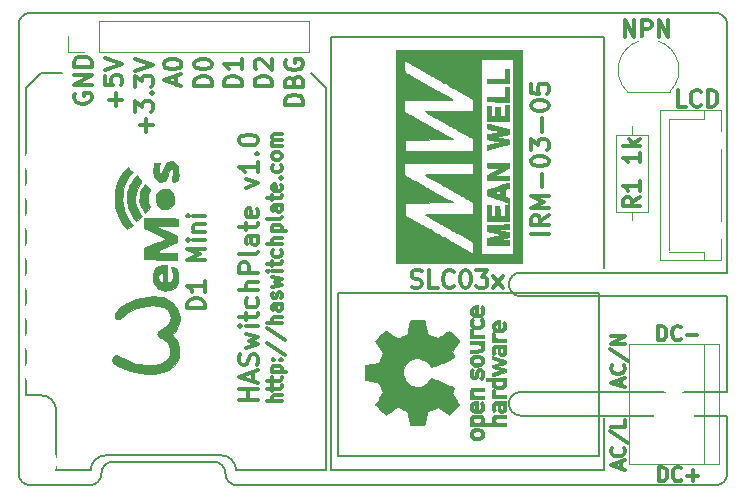
<source format=gbr>
G04 #@! TF.GenerationSoftware,KiCad,Pcbnew,(5.0.2)-1*
G04 #@! TF.CreationDate,2019-02-07T08:47:28-05:00*
G04 #@! TF.ProjectId,HASwitchPlate,48415377-6974-4636-9850-6c6174652e6b,rev?*
G04 #@! TF.SameCoordinates,Original*
G04 #@! TF.FileFunction,Legend,Top*
G04 #@! TF.FilePolarity,Positive*
%FSLAX46Y46*%
G04 Gerber Fmt 4.6, Leading zero omitted, Abs format (unit mm)*
G04 Created by KiCad (PCBNEW (5.0.2)-1) date 2/7/2019 8:47:28 AM*
%MOMM*%
%LPD*%
G01*
G04 APERTURE LIST*
%ADD10C,0.300000*%
%ADD11C,0.200000*%
%ADD12C,0.150000*%
%ADD13C,0.120000*%
%ADD14C,0.010000*%
%ADD15R,1.500000X2.200000*%
%ADD16C,0.100000*%
%ADD17C,1.500000*%
%ADD18C,1.924000*%
%ADD19C,2.690000*%
%ADD20C,2.600000*%
%ADD21O,2.000000X2.000000*%
%ADD22C,2.000000*%
%ADD23C,2.150000*%
%ADD24R,2.150000X2.150000*%
%ADD25R,2.100000X2.100000*%
%ADD26O,2.100000X2.100000*%
%ADD27C,2.200000*%
%ADD28R,3.400000X3.400000*%
%ADD29C,3.400000*%
G04 APERTURE END LIST*
D10*
X120281809Y-132790000D02*
X118681809Y-132790000D01*
X119443714Y-132790000D02*
X119443714Y-131875714D01*
X120281809Y-131875714D02*
X118681809Y-131875714D01*
X119824666Y-131190000D02*
X119824666Y-130428095D01*
X120281809Y-131342380D02*
X118681809Y-130809047D01*
X120281809Y-130275714D01*
X120205619Y-129818571D02*
X120281809Y-129590000D01*
X120281809Y-129209047D01*
X120205619Y-129056666D01*
X120129428Y-128980476D01*
X119977047Y-128904285D01*
X119824666Y-128904285D01*
X119672285Y-128980476D01*
X119596095Y-129056666D01*
X119519904Y-129209047D01*
X119443714Y-129513809D01*
X119367523Y-129666190D01*
X119291333Y-129742380D01*
X119138952Y-129818571D01*
X118986571Y-129818571D01*
X118834190Y-129742380D01*
X118758000Y-129666190D01*
X118681809Y-129513809D01*
X118681809Y-129132857D01*
X118758000Y-128904285D01*
X119215142Y-128370952D02*
X120281809Y-128066190D01*
X119519904Y-127761428D01*
X120281809Y-127456666D01*
X119215142Y-127151904D01*
X120281809Y-126542380D02*
X119215142Y-126542380D01*
X118681809Y-126542380D02*
X118758000Y-126618571D01*
X118834190Y-126542380D01*
X118758000Y-126466190D01*
X118681809Y-126542380D01*
X118834190Y-126542380D01*
X119215142Y-126009047D02*
X119215142Y-125399523D01*
X118681809Y-125780476D02*
X120053238Y-125780476D01*
X120205619Y-125704285D01*
X120281809Y-125551904D01*
X120281809Y-125399523D01*
X120205619Y-124180476D02*
X120281809Y-124332857D01*
X120281809Y-124637619D01*
X120205619Y-124790000D01*
X120129428Y-124866190D01*
X119977047Y-124942380D01*
X119519904Y-124942380D01*
X119367523Y-124866190D01*
X119291333Y-124790000D01*
X119215142Y-124637619D01*
X119215142Y-124332857D01*
X119291333Y-124180476D01*
X120281809Y-123494761D02*
X118681809Y-123494761D01*
X120281809Y-122809047D02*
X119443714Y-122809047D01*
X119291333Y-122885238D01*
X119215142Y-123037619D01*
X119215142Y-123266190D01*
X119291333Y-123418571D01*
X119367523Y-123494761D01*
X120281809Y-122047142D02*
X118681809Y-122047142D01*
X118681809Y-121437619D01*
X118758000Y-121285238D01*
X118834190Y-121209047D01*
X118986571Y-121132857D01*
X119215142Y-121132857D01*
X119367523Y-121209047D01*
X119443714Y-121285238D01*
X119519904Y-121437619D01*
X119519904Y-122047142D01*
X120281809Y-120218571D02*
X120205619Y-120370952D01*
X120053238Y-120447142D01*
X118681809Y-120447142D01*
X120281809Y-118923333D02*
X119443714Y-118923333D01*
X119291333Y-118999523D01*
X119215142Y-119151904D01*
X119215142Y-119456666D01*
X119291333Y-119609047D01*
X120205619Y-118923333D02*
X120281809Y-119075714D01*
X120281809Y-119456666D01*
X120205619Y-119609047D01*
X120053238Y-119685238D01*
X119900857Y-119685238D01*
X119748476Y-119609047D01*
X119672285Y-119456666D01*
X119672285Y-119075714D01*
X119596095Y-118923333D01*
X119215142Y-118390000D02*
X119215142Y-117780476D01*
X118681809Y-118161428D02*
X120053238Y-118161428D01*
X120205619Y-118085238D01*
X120281809Y-117932857D01*
X120281809Y-117780476D01*
X120205619Y-116637619D02*
X120281809Y-116790000D01*
X120281809Y-117094761D01*
X120205619Y-117247142D01*
X120053238Y-117323333D01*
X119443714Y-117323333D01*
X119291333Y-117247142D01*
X119215142Y-117094761D01*
X119215142Y-116790000D01*
X119291333Y-116637619D01*
X119443714Y-116561428D01*
X119596095Y-116561428D01*
X119748476Y-117323333D01*
X119215142Y-114809047D02*
X120281809Y-114428095D01*
X119215142Y-114047142D01*
X120281809Y-112599523D02*
X120281809Y-113513809D01*
X120281809Y-113056666D02*
X118681809Y-113056666D01*
X118910380Y-113209047D01*
X119062761Y-113361428D01*
X119138952Y-113513809D01*
X120129428Y-111913809D02*
X120205619Y-111837619D01*
X120281809Y-111913809D01*
X120205619Y-111990000D01*
X120129428Y-111913809D01*
X120281809Y-111913809D01*
X118681809Y-110847142D02*
X118681809Y-110694761D01*
X118758000Y-110542380D01*
X118834190Y-110466190D01*
X118986571Y-110390000D01*
X119291333Y-110313809D01*
X119672285Y-110313809D01*
X119977047Y-110390000D01*
X120129428Y-110466190D01*
X120205619Y-110542380D01*
X120281809Y-110694761D01*
X120281809Y-110847142D01*
X120205619Y-110999523D01*
X120129428Y-111075714D01*
X119977047Y-111151904D01*
X119672285Y-111228095D01*
X119291333Y-111228095D01*
X118986571Y-111151904D01*
X118834190Y-111075714D01*
X118758000Y-110999523D01*
X118681809Y-110847142D01*
X122259857Y-132904285D02*
X121059857Y-132904285D01*
X122259857Y-132390000D02*
X121631285Y-132390000D01*
X121517000Y-132447142D01*
X121459857Y-132561428D01*
X121459857Y-132732857D01*
X121517000Y-132847142D01*
X121574142Y-132904285D01*
X121459857Y-131990000D02*
X121459857Y-131532857D01*
X121059857Y-131818571D02*
X122088428Y-131818571D01*
X122202714Y-131761428D01*
X122259857Y-131647142D01*
X122259857Y-131532857D01*
X121459857Y-131304285D02*
X121459857Y-130847142D01*
X121059857Y-131132857D02*
X122088428Y-131132857D01*
X122202714Y-131075714D01*
X122259857Y-130961428D01*
X122259857Y-130847142D01*
X121459857Y-130447142D02*
X122659857Y-130447142D01*
X121517000Y-130447142D02*
X121459857Y-130332857D01*
X121459857Y-130104285D01*
X121517000Y-129990000D01*
X121574142Y-129932857D01*
X121688428Y-129875714D01*
X122031285Y-129875714D01*
X122145571Y-129932857D01*
X122202714Y-129990000D01*
X122259857Y-130104285D01*
X122259857Y-130332857D01*
X122202714Y-130447142D01*
X122145571Y-129361428D02*
X122202714Y-129304285D01*
X122259857Y-129361428D01*
X122202714Y-129418571D01*
X122145571Y-129361428D01*
X122259857Y-129361428D01*
X121517000Y-129361428D02*
X121574142Y-129304285D01*
X121631285Y-129361428D01*
X121574142Y-129418571D01*
X121517000Y-129361428D01*
X121631285Y-129361428D01*
X121002714Y-127932857D02*
X122545571Y-128961428D01*
X121002714Y-126675714D02*
X122545571Y-127704285D01*
X122259857Y-126275714D02*
X121059857Y-126275714D01*
X122259857Y-125761428D02*
X121631285Y-125761428D01*
X121517000Y-125818571D01*
X121459857Y-125932857D01*
X121459857Y-126104285D01*
X121517000Y-126218571D01*
X121574142Y-126275714D01*
X122259857Y-124675714D02*
X121631285Y-124675714D01*
X121517000Y-124732857D01*
X121459857Y-124847142D01*
X121459857Y-125075714D01*
X121517000Y-125190000D01*
X122202714Y-124675714D02*
X122259857Y-124790000D01*
X122259857Y-125075714D01*
X122202714Y-125190000D01*
X122088428Y-125247142D01*
X121974142Y-125247142D01*
X121859857Y-125190000D01*
X121802714Y-125075714D01*
X121802714Y-124790000D01*
X121745571Y-124675714D01*
X122202714Y-124161428D02*
X122259857Y-124047142D01*
X122259857Y-123818571D01*
X122202714Y-123704285D01*
X122088428Y-123647142D01*
X122031285Y-123647142D01*
X121917000Y-123704285D01*
X121859857Y-123818571D01*
X121859857Y-123990000D01*
X121802714Y-124104285D01*
X121688428Y-124161428D01*
X121631285Y-124161428D01*
X121517000Y-124104285D01*
X121459857Y-123990000D01*
X121459857Y-123818571D01*
X121517000Y-123704285D01*
X121459857Y-123247142D02*
X122259857Y-123018571D01*
X121688428Y-122790000D01*
X122259857Y-122561428D01*
X121459857Y-122332857D01*
X122259857Y-121875714D02*
X121459857Y-121875714D01*
X121059857Y-121875714D02*
X121117000Y-121932857D01*
X121174142Y-121875714D01*
X121117000Y-121818571D01*
X121059857Y-121875714D01*
X121174142Y-121875714D01*
X121459857Y-121475714D02*
X121459857Y-121018571D01*
X121059857Y-121304285D02*
X122088428Y-121304285D01*
X122202714Y-121247142D01*
X122259857Y-121132857D01*
X122259857Y-121018571D01*
X122202714Y-120104285D02*
X122259857Y-120218571D01*
X122259857Y-120447142D01*
X122202714Y-120561428D01*
X122145571Y-120618571D01*
X122031285Y-120675714D01*
X121688428Y-120675714D01*
X121574142Y-120618571D01*
X121517000Y-120561428D01*
X121459857Y-120447142D01*
X121459857Y-120218571D01*
X121517000Y-120104285D01*
X122259857Y-119590000D02*
X121059857Y-119590000D01*
X122259857Y-119075714D02*
X121631285Y-119075714D01*
X121517000Y-119132857D01*
X121459857Y-119247142D01*
X121459857Y-119418571D01*
X121517000Y-119532857D01*
X121574142Y-119590000D01*
X121459857Y-118504285D02*
X122659857Y-118504285D01*
X121517000Y-118504285D02*
X121459857Y-118390000D01*
X121459857Y-118161428D01*
X121517000Y-118047142D01*
X121574142Y-117990000D01*
X121688428Y-117932857D01*
X122031285Y-117932857D01*
X122145571Y-117990000D01*
X122202714Y-118047142D01*
X122259857Y-118161428D01*
X122259857Y-118390000D01*
X122202714Y-118504285D01*
X122259857Y-117247142D02*
X122202714Y-117361428D01*
X122088428Y-117418571D01*
X121059857Y-117418571D01*
X122259857Y-116275714D02*
X121631285Y-116275714D01*
X121517000Y-116332857D01*
X121459857Y-116447142D01*
X121459857Y-116675714D01*
X121517000Y-116790000D01*
X122202714Y-116275714D02*
X122259857Y-116390000D01*
X122259857Y-116675714D01*
X122202714Y-116790000D01*
X122088428Y-116847142D01*
X121974142Y-116847142D01*
X121859857Y-116790000D01*
X121802714Y-116675714D01*
X121802714Y-116390000D01*
X121745571Y-116275714D01*
X121459857Y-115875714D02*
X121459857Y-115418571D01*
X121059857Y-115704285D02*
X122088428Y-115704285D01*
X122202714Y-115647142D01*
X122259857Y-115532857D01*
X122259857Y-115418571D01*
X122202714Y-114561428D02*
X122259857Y-114675714D01*
X122259857Y-114904285D01*
X122202714Y-115018571D01*
X122088428Y-115075714D01*
X121631285Y-115075714D01*
X121517000Y-115018571D01*
X121459857Y-114904285D01*
X121459857Y-114675714D01*
X121517000Y-114561428D01*
X121631285Y-114504285D01*
X121745571Y-114504285D01*
X121859857Y-115075714D01*
X122145571Y-113990000D02*
X122202714Y-113932857D01*
X122259857Y-113990000D01*
X122202714Y-114047142D01*
X122145571Y-113990000D01*
X122259857Y-113990000D01*
X122202714Y-112904285D02*
X122259857Y-113018571D01*
X122259857Y-113247142D01*
X122202714Y-113361428D01*
X122145571Y-113418571D01*
X122031285Y-113475714D01*
X121688428Y-113475714D01*
X121574142Y-113418571D01*
X121517000Y-113361428D01*
X121459857Y-113247142D01*
X121459857Y-113018571D01*
X121517000Y-112904285D01*
X122259857Y-112218571D02*
X122202714Y-112332857D01*
X122145571Y-112390000D01*
X122031285Y-112447142D01*
X121688428Y-112447142D01*
X121574142Y-112390000D01*
X121517000Y-112332857D01*
X121459857Y-112218571D01*
X121459857Y-112047142D01*
X121517000Y-111932857D01*
X121574142Y-111875714D01*
X121688428Y-111818571D01*
X122031285Y-111818571D01*
X122145571Y-111875714D01*
X122202714Y-111932857D01*
X122259857Y-112047142D01*
X122259857Y-112218571D01*
X122259857Y-111304285D02*
X121459857Y-111304285D01*
X121574142Y-111304285D02*
X121517000Y-111247142D01*
X121459857Y-111132857D01*
X121459857Y-110961428D01*
X121517000Y-110847142D01*
X121631285Y-110790000D01*
X122259857Y-110790000D01*
X121631285Y-110790000D02*
X121517000Y-110732857D01*
X121459857Y-110618571D01*
X121459857Y-110447142D01*
X121517000Y-110332857D01*
X121631285Y-110275714D01*
X122259857Y-110275714D01*
X156500833Y-107935833D02*
X155834166Y-107935833D01*
X155834166Y-106535833D01*
X157767500Y-107802500D02*
X157700833Y-107869166D01*
X157500833Y-107935833D01*
X157367500Y-107935833D01*
X157167500Y-107869166D01*
X157034166Y-107735833D01*
X156967500Y-107602500D01*
X156900833Y-107335833D01*
X156900833Y-107135833D01*
X156967500Y-106869166D01*
X157034166Y-106735833D01*
X157167500Y-106602500D01*
X157367500Y-106535833D01*
X157500833Y-106535833D01*
X157700833Y-106602500D01*
X157767500Y-106669166D01*
X158367500Y-107935833D02*
X158367500Y-106535833D01*
X158700833Y-106535833D01*
X158900833Y-106602500D01*
X159034166Y-106735833D01*
X159100833Y-106869166D01*
X159167500Y-107135833D01*
X159167500Y-107335833D01*
X159100833Y-107602500D01*
X159034166Y-107735833D01*
X158900833Y-107869166D01*
X158700833Y-107935833D01*
X158367500Y-107935833D01*
X151316166Y-102030333D02*
X151316166Y-100630333D01*
X152116166Y-102030333D01*
X152116166Y-100630333D01*
X152782833Y-102030333D02*
X152782833Y-100630333D01*
X153316166Y-100630333D01*
X153449500Y-100697000D01*
X153516166Y-100763666D01*
X153582833Y-100897000D01*
X153582833Y-101097000D01*
X153516166Y-101230333D01*
X153449500Y-101297000D01*
X153316166Y-101363666D01*
X152782833Y-101363666D01*
X154182833Y-102030333D02*
X154182833Y-100630333D01*
X154982833Y-102030333D01*
X154982833Y-100630333D01*
X151000000Y-131606857D02*
X151000000Y-131035428D01*
X151342857Y-131721142D02*
X150142857Y-131321142D01*
X151342857Y-130921142D01*
X151228571Y-129835428D02*
X151285714Y-129892571D01*
X151342857Y-130064000D01*
X151342857Y-130178285D01*
X151285714Y-130349714D01*
X151171428Y-130464000D01*
X151057142Y-130521142D01*
X150828571Y-130578285D01*
X150657142Y-130578285D01*
X150428571Y-130521142D01*
X150314285Y-130464000D01*
X150200000Y-130349714D01*
X150142857Y-130178285D01*
X150142857Y-130064000D01*
X150200000Y-129892571D01*
X150257142Y-129835428D01*
X150085714Y-128464000D02*
X151628571Y-129492571D01*
X151342857Y-128064000D02*
X150142857Y-128064000D01*
X151342857Y-127378285D01*
X150142857Y-127378285D01*
X151000000Y-138576000D02*
X151000000Y-138004571D01*
X151342857Y-138690285D02*
X150142857Y-138290285D01*
X151342857Y-137890285D01*
X151228571Y-136804571D02*
X151285714Y-136861714D01*
X151342857Y-137033142D01*
X151342857Y-137147428D01*
X151285714Y-137318857D01*
X151171428Y-137433142D01*
X151057142Y-137490285D01*
X150828571Y-137547428D01*
X150657142Y-137547428D01*
X150428571Y-137490285D01*
X150314285Y-137433142D01*
X150200000Y-137318857D01*
X150142857Y-137147428D01*
X150142857Y-137033142D01*
X150200000Y-136861714D01*
X150257142Y-136804571D01*
X150085714Y-135433142D02*
X151628571Y-136461714D01*
X151342857Y-134461714D02*
X151342857Y-135033142D01*
X150142857Y-135033142D01*
X154222857Y-139658857D02*
X154222857Y-138458857D01*
X154508571Y-138458857D01*
X154680000Y-138516000D01*
X154794285Y-138630285D01*
X154851428Y-138744571D01*
X154908571Y-138973142D01*
X154908571Y-139144571D01*
X154851428Y-139373142D01*
X154794285Y-139487428D01*
X154680000Y-139601714D01*
X154508571Y-139658857D01*
X154222857Y-139658857D01*
X156108571Y-139544571D02*
X156051428Y-139601714D01*
X155880000Y-139658857D01*
X155765714Y-139658857D01*
X155594285Y-139601714D01*
X155480000Y-139487428D01*
X155422857Y-139373142D01*
X155365714Y-139144571D01*
X155365714Y-138973142D01*
X155422857Y-138744571D01*
X155480000Y-138630285D01*
X155594285Y-138516000D01*
X155765714Y-138458857D01*
X155880000Y-138458857D01*
X156051428Y-138516000D01*
X156108571Y-138573142D01*
X156622857Y-139201714D02*
X157537142Y-139201714D01*
X157080000Y-139658857D02*
X157080000Y-138744571D01*
X154159357Y-127720857D02*
X154159357Y-126520857D01*
X154445071Y-126520857D01*
X154616500Y-126578000D01*
X154730785Y-126692285D01*
X154787928Y-126806571D01*
X154845071Y-127035142D01*
X154845071Y-127206571D01*
X154787928Y-127435142D01*
X154730785Y-127549428D01*
X154616500Y-127663714D01*
X154445071Y-127720857D01*
X154159357Y-127720857D01*
X156045071Y-127606571D02*
X155987928Y-127663714D01*
X155816500Y-127720857D01*
X155702214Y-127720857D01*
X155530785Y-127663714D01*
X155416500Y-127549428D01*
X155359357Y-127435142D01*
X155302214Y-127206571D01*
X155302214Y-127035142D01*
X155359357Y-126806571D01*
X155416500Y-126692285D01*
X155530785Y-126578000D01*
X155702214Y-126520857D01*
X155816500Y-126520857D01*
X155987928Y-126578000D01*
X156045071Y-126635142D01*
X156559357Y-127263714D02*
X157473642Y-127263714D01*
D11*
X107366000Y-137465000D02*
X117145000Y-137465000D01*
D10*
X152576333Y-115589000D02*
X151909666Y-116055666D01*
X152576333Y-116389000D02*
X151176333Y-116389000D01*
X151176333Y-115855666D01*
X151243000Y-115722333D01*
X151309666Y-115655666D01*
X151443000Y-115589000D01*
X151643000Y-115589000D01*
X151776333Y-115655666D01*
X151843000Y-115722333D01*
X151909666Y-115855666D01*
X151909666Y-116389000D01*
X152576333Y-114255666D02*
X152576333Y-115055666D01*
X152576333Y-114655666D02*
X151176333Y-114655666D01*
X151376333Y-114789000D01*
X151509666Y-114922333D01*
X151576333Y-115055666D01*
X152576333Y-111855666D02*
X152576333Y-112655666D01*
X152576333Y-112255666D02*
X151176333Y-112255666D01*
X151376333Y-112389000D01*
X151509666Y-112522333D01*
X151576333Y-112655666D01*
X152576333Y-111255666D02*
X151176333Y-111255666D01*
X152043000Y-111122333D02*
X152576333Y-110722333D01*
X151643000Y-110722333D02*
X152176333Y-111255666D01*
D11*
X149530000Y-138735000D02*
X149530000Y-134290000D01*
X149530000Y-102032000D02*
X149530000Y-121590000D01*
D10*
X133262571Y-123213142D02*
X133476857Y-123284571D01*
X133834000Y-123284571D01*
X133976857Y-123213142D01*
X134048285Y-123141714D01*
X134119714Y-122998857D01*
X134119714Y-122856000D01*
X134048285Y-122713142D01*
X133976857Y-122641714D01*
X133834000Y-122570285D01*
X133548285Y-122498857D01*
X133405428Y-122427428D01*
X133334000Y-122356000D01*
X133262571Y-122213142D01*
X133262571Y-122070285D01*
X133334000Y-121927428D01*
X133405428Y-121856000D01*
X133548285Y-121784571D01*
X133905428Y-121784571D01*
X134119714Y-121856000D01*
X135476857Y-123284571D02*
X134762571Y-123284571D01*
X134762571Y-121784571D01*
X136834000Y-123141714D02*
X136762571Y-123213142D01*
X136548285Y-123284571D01*
X136405428Y-123284571D01*
X136191142Y-123213142D01*
X136048285Y-123070285D01*
X135976857Y-122927428D01*
X135905428Y-122641714D01*
X135905428Y-122427428D01*
X135976857Y-122141714D01*
X136048285Y-121998857D01*
X136191142Y-121856000D01*
X136405428Y-121784571D01*
X136548285Y-121784571D01*
X136762571Y-121856000D01*
X136834000Y-121927428D01*
X137762571Y-121784571D02*
X137905428Y-121784571D01*
X138048285Y-121856000D01*
X138119714Y-121927428D01*
X138191142Y-122070285D01*
X138262571Y-122356000D01*
X138262571Y-122713142D01*
X138191142Y-122998857D01*
X138119714Y-123141714D01*
X138048285Y-123213142D01*
X137905428Y-123284571D01*
X137762571Y-123284571D01*
X137619714Y-123213142D01*
X137548285Y-123141714D01*
X137476857Y-122998857D01*
X137405428Y-122713142D01*
X137405428Y-122356000D01*
X137476857Y-122070285D01*
X137548285Y-121927428D01*
X137619714Y-121856000D01*
X137762571Y-121784571D01*
X138762571Y-121784571D02*
X139691142Y-121784571D01*
X139191142Y-122356000D01*
X139405428Y-122356000D01*
X139548285Y-122427428D01*
X139619714Y-122498857D01*
X139691142Y-122641714D01*
X139691142Y-122998857D01*
X139619714Y-123141714D01*
X139548285Y-123213142D01*
X139405428Y-123284571D01*
X138976857Y-123284571D01*
X138834000Y-123213142D01*
X138762571Y-123141714D01*
X140191142Y-123284571D02*
X140976857Y-122284571D01*
X140191142Y-122284571D02*
X140976857Y-123284571D01*
D11*
X101905000Y-105080000D02*
X103683000Y-105080000D01*
X103175000Y-138735000D02*
X106096000Y-138735000D01*
X126416000Y-138735000D02*
X149530000Y-138735000D01*
X126416000Y-102032000D02*
X149530000Y-102032000D01*
X126416000Y-138735000D02*
X126416000Y-102032000D01*
X126035000Y-106350000D02*
X124765000Y-105080000D01*
X100635000Y-106350000D02*
X101905000Y-105080000D01*
X100635000Y-132385000D02*
X100635000Y-106350000D01*
X103175000Y-138735000D02*
X103175000Y-133655000D01*
X106096000Y-138735000D02*
G75*
G02X107366000Y-137465000I1270000J0D01*
G01*
X117145000Y-137465000D02*
G75*
G02X118415000Y-138735000I0J-1270000D01*
G01*
X126035000Y-138735000D02*
X118415000Y-138735000D01*
X126035000Y-106350000D02*
X126035000Y-138735000D01*
X101905000Y-132385000D02*
X100635000Y-132385000D01*
X101905000Y-132385000D02*
G75*
G02X103175000Y-133655000I0J-1270000D01*
G01*
D12*
X160000000Y-101000000D02*
X160000000Y-122000000D01*
X160000000Y-132100000D02*
X160000000Y-124000000D01*
X141500000Y-123000000D02*
G75*
G03X142500000Y-124000000I1000000J0D01*
G01*
X142500000Y-122000000D02*
G75*
G03X141500000Y-123000000I0J-1000000D01*
G01*
X142500000Y-122000000D02*
X160000000Y-122000000D01*
X142500000Y-124000000D02*
X160000000Y-124000000D01*
X118500000Y-140000000D02*
X159000000Y-140000000D01*
X101000000Y-140000000D02*
X106000000Y-140000000D01*
X108000000Y-138000000D02*
X116500000Y-138000000D01*
X117500000Y-139000000D02*
G75*
G03X118500000Y-140000000I1000000J0D01*
G01*
X117500000Y-139000000D02*
G75*
G03X116500000Y-138000000I-1000000J0D01*
G01*
X107998255Y-138000002D02*
G75*
G03X107000000Y-139000000I1745J-999998D01*
G01*
X106000000Y-140000000D02*
G75*
G03X107000000Y-139000000I0J1000000D01*
G01*
X101000000Y-100000000D02*
G75*
G03X100000000Y-101000000I0J-1000000D01*
G01*
X100000000Y-139000000D02*
G75*
G03X101000000Y-140000000I1000000J0D01*
G01*
X159000000Y-140000000D02*
G75*
G03X160000000Y-139000000I0J1000000D01*
G01*
X160000000Y-101000000D02*
G75*
G03X159000000Y-100000000I-1000000J0D01*
G01*
D10*
X144874571Y-118703928D02*
X143374571Y-118703928D01*
X144874571Y-117132500D02*
X144160285Y-117632500D01*
X144874571Y-117989642D02*
X143374571Y-117989642D01*
X143374571Y-117418214D01*
X143446000Y-117275357D01*
X143517428Y-117203928D01*
X143660285Y-117132500D01*
X143874571Y-117132500D01*
X144017428Y-117203928D01*
X144088857Y-117275357D01*
X144160285Y-117418214D01*
X144160285Y-117989642D01*
X144874571Y-116489642D02*
X143374571Y-116489642D01*
X144446000Y-115989642D01*
X143374571Y-115489642D01*
X144874571Y-115489642D01*
X144303142Y-114775357D02*
X144303142Y-113632500D01*
X143374571Y-112632500D02*
X143374571Y-112489642D01*
X143446000Y-112346785D01*
X143517428Y-112275357D01*
X143660285Y-112203928D01*
X143946000Y-112132500D01*
X144303142Y-112132500D01*
X144588857Y-112203928D01*
X144731714Y-112275357D01*
X144803142Y-112346785D01*
X144874571Y-112489642D01*
X144874571Y-112632500D01*
X144803142Y-112775357D01*
X144731714Y-112846785D01*
X144588857Y-112918214D01*
X144303142Y-112989642D01*
X143946000Y-112989642D01*
X143660285Y-112918214D01*
X143517428Y-112846785D01*
X143446000Y-112775357D01*
X143374571Y-112632500D01*
X143374571Y-111632500D02*
X143374571Y-110703928D01*
X143946000Y-111203928D01*
X143946000Y-110989642D01*
X144017428Y-110846785D01*
X144088857Y-110775357D01*
X144231714Y-110703928D01*
X144588857Y-110703928D01*
X144731714Y-110775357D01*
X144803142Y-110846785D01*
X144874571Y-110989642D01*
X144874571Y-111418214D01*
X144803142Y-111561071D01*
X144731714Y-111632500D01*
X144303142Y-110061071D02*
X144303142Y-108918214D01*
X143374571Y-107918214D02*
X143374571Y-107775357D01*
X143446000Y-107632500D01*
X143517428Y-107561071D01*
X143660285Y-107489642D01*
X143946000Y-107418214D01*
X144303142Y-107418214D01*
X144588857Y-107489642D01*
X144731714Y-107561071D01*
X144803142Y-107632500D01*
X144874571Y-107775357D01*
X144874571Y-107918214D01*
X144803142Y-108061071D01*
X144731714Y-108132500D01*
X144588857Y-108203928D01*
X144303142Y-108275357D01*
X143946000Y-108275357D01*
X143660285Y-108203928D01*
X143517428Y-108132500D01*
X143446000Y-108061071D01*
X143374571Y-107918214D01*
X143374571Y-106061071D02*
X143374571Y-106775357D01*
X144088857Y-106846785D01*
X144017428Y-106775357D01*
X143946000Y-106632500D01*
X143946000Y-106275357D01*
X144017428Y-106132500D01*
X144088857Y-106061071D01*
X144231714Y-105989642D01*
X144588857Y-105989642D01*
X144731714Y-106061071D01*
X144803142Y-106132500D01*
X144874571Y-106275357D01*
X144874571Y-106632500D01*
X144803142Y-106775357D01*
X144731714Y-106846785D01*
X115778571Y-125028571D02*
X114278571Y-125028571D01*
X114278571Y-124671428D01*
X114350000Y-124457142D01*
X114492857Y-124314285D01*
X114635714Y-124242857D01*
X114921428Y-124171428D01*
X115135714Y-124171428D01*
X115421428Y-124242857D01*
X115564285Y-124314285D01*
X115707142Y-124457142D01*
X115778571Y-124671428D01*
X115778571Y-125028571D01*
X115778571Y-122742857D02*
X115778571Y-123600000D01*
X115778571Y-123171428D02*
X114278571Y-123171428D01*
X114492857Y-123314285D01*
X114635714Y-123457142D01*
X114707142Y-123600000D01*
X115778571Y-120957142D02*
X114278571Y-120957142D01*
X115350000Y-120457142D01*
X114278571Y-119957142D01*
X115778571Y-119957142D01*
X115778571Y-119242857D02*
X114778571Y-119242857D01*
X114278571Y-119242857D02*
X114350000Y-119314285D01*
X114421428Y-119242857D01*
X114350000Y-119171428D01*
X114278571Y-119242857D01*
X114421428Y-119242857D01*
X114778571Y-118528571D02*
X115778571Y-118528571D01*
X114921428Y-118528571D02*
X114850000Y-118457142D01*
X114778571Y-118314285D01*
X114778571Y-118100000D01*
X114850000Y-117957142D01*
X114992857Y-117885714D01*
X115778571Y-117885714D01*
X115778571Y-117171428D02*
X114778571Y-117171428D01*
X114278571Y-117171428D02*
X114350000Y-117242857D01*
X114421428Y-117171428D01*
X114350000Y-117100000D01*
X114278571Y-117171428D01*
X114421428Y-117171428D01*
X124078571Y-107792857D02*
X122578571Y-107792857D01*
X122578571Y-107435714D01*
X122650000Y-107221428D01*
X122792857Y-107078571D01*
X122935714Y-107007142D01*
X123221428Y-106935714D01*
X123435714Y-106935714D01*
X123721428Y-107007142D01*
X123864285Y-107078571D01*
X124007142Y-107221428D01*
X124078571Y-107435714D01*
X124078571Y-107792857D01*
X123292857Y-105792857D02*
X123364285Y-105578571D01*
X123435714Y-105507142D01*
X123578571Y-105435714D01*
X123792857Y-105435714D01*
X123935714Y-105507142D01*
X124007142Y-105578571D01*
X124078571Y-105721428D01*
X124078571Y-106292857D01*
X122578571Y-106292857D01*
X122578571Y-105792857D01*
X122650000Y-105650000D01*
X122721428Y-105578571D01*
X122864285Y-105507142D01*
X123007142Y-105507142D01*
X123150000Y-105578571D01*
X123221428Y-105650000D01*
X123292857Y-105792857D01*
X123292857Y-106292857D01*
X122650000Y-104007142D02*
X122578571Y-104150000D01*
X122578571Y-104364285D01*
X122650000Y-104578571D01*
X122792857Y-104721428D01*
X122935714Y-104792857D01*
X123221428Y-104864285D01*
X123435714Y-104864285D01*
X123721428Y-104792857D01*
X123864285Y-104721428D01*
X124007142Y-104578571D01*
X124078571Y-104364285D01*
X124078571Y-104221428D01*
X124007142Y-104007142D01*
X123935714Y-103935714D01*
X123435714Y-103935714D01*
X123435714Y-104221428D01*
X121478571Y-106207142D02*
X119978571Y-106207142D01*
X119978571Y-105850000D01*
X120050000Y-105635714D01*
X120192857Y-105492857D01*
X120335714Y-105421428D01*
X120621428Y-105350000D01*
X120835714Y-105350000D01*
X121121428Y-105421428D01*
X121264285Y-105492857D01*
X121407142Y-105635714D01*
X121478571Y-105850000D01*
X121478571Y-106207142D01*
X120121428Y-104778571D02*
X120050000Y-104707142D01*
X119978571Y-104564285D01*
X119978571Y-104207142D01*
X120050000Y-104064285D01*
X120121428Y-103992857D01*
X120264285Y-103921428D01*
X120407142Y-103921428D01*
X120621428Y-103992857D01*
X121478571Y-104850000D01*
X121478571Y-103921428D01*
X118878571Y-106207142D02*
X117378571Y-106207142D01*
X117378571Y-105850000D01*
X117450000Y-105635714D01*
X117592857Y-105492857D01*
X117735714Y-105421428D01*
X118021428Y-105350000D01*
X118235714Y-105350000D01*
X118521428Y-105421428D01*
X118664285Y-105492857D01*
X118807142Y-105635714D01*
X118878571Y-105850000D01*
X118878571Y-106207142D01*
X118878571Y-103921428D02*
X118878571Y-104778571D01*
X118878571Y-104350000D02*
X117378571Y-104350000D01*
X117592857Y-104492857D01*
X117735714Y-104635714D01*
X117807142Y-104778571D01*
X116378571Y-106207142D02*
X114878571Y-106207142D01*
X114878571Y-105850000D01*
X114950000Y-105635714D01*
X115092857Y-105492857D01*
X115235714Y-105421428D01*
X115521428Y-105350000D01*
X115735714Y-105350000D01*
X116021428Y-105421428D01*
X116164285Y-105492857D01*
X116307142Y-105635714D01*
X116378571Y-105850000D01*
X116378571Y-106207142D01*
X114878571Y-104421428D02*
X114878571Y-104278571D01*
X114950000Y-104135714D01*
X115021428Y-104064285D01*
X115164285Y-103992857D01*
X115450000Y-103921428D01*
X115807142Y-103921428D01*
X116092857Y-103992857D01*
X116235714Y-104064285D01*
X116307142Y-104135714D01*
X116378571Y-104278571D01*
X116378571Y-104421428D01*
X116307142Y-104564285D01*
X116235714Y-104635714D01*
X116092857Y-104707142D01*
X115807142Y-104778571D01*
X115450000Y-104778571D01*
X115164285Y-104707142D01*
X115021428Y-104635714D01*
X114950000Y-104564285D01*
X114878571Y-104421428D01*
X113350000Y-106071428D02*
X113350000Y-105357142D01*
X113778571Y-106214285D02*
X112278571Y-105714285D01*
X113778571Y-105214285D01*
X112278571Y-104428571D02*
X112278571Y-104285714D01*
X112350000Y-104142857D01*
X112421428Y-104071428D01*
X112564285Y-104000000D01*
X112850000Y-103928571D01*
X113207142Y-103928571D01*
X113492857Y-104000000D01*
X113635714Y-104071428D01*
X113707142Y-104142857D01*
X113778571Y-104285714D01*
X113778571Y-104428571D01*
X113707142Y-104571428D01*
X113635714Y-104642857D01*
X113492857Y-104714285D01*
X113207142Y-104785714D01*
X112850000Y-104785714D01*
X112564285Y-104714285D01*
X112421428Y-104642857D01*
X112350000Y-104571428D01*
X112278571Y-104428571D01*
X110807142Y-110100000D02*
X110807142Y-108957142D01*
X111378571Y-109528571D02*
X110235714Y-109528571D01*
X109878571Y-108385714D02*
X109878571Y-107457142D01*
X110450000Y-107957142D01*
X110450000Y-107742857D01*
X110521428Y-107600000D01*
X110592857Y-107528571D01*
X110735714Y-107457142D01*
X111092857Y-107457142D01*
X111235714Y-107528571D01*
X111307142Y-107600000D01*
X111378571Y-107742857D01*
X111378571Y-108171428D01*
X111307142Y-108314285D01*
X111235714Y-108385714D01*
X111235714Y-106814285D02*
X111307142Y-106742857D01*
X111378571Y-106814285D01*
X111307142Y-106885714D01*
X111235714Y-106814285D01*
X111378571Y-106814285D01*
X109878571Y-106242857D02*
X109878571Y-105314285D01*
X110450000Y-105814285D01*
X110450000Y-105600000D01*
X110521428Y-105457142D01*
X110592857Y-105385714D01*
X110735714Y-105314285D01*
X111092857Y-105314285D01*
X111235714Y-105385714D01*
X111307142Y-105457142D01*
X111378571Y-105600000D01*
X111378571Y-106028571D01*
X111307142Y-106171428D01*
X111235714Y-106242857D01*
X109878571Y-104885714D02*
X111378571Y-104385714D01*
X109878571Y-103885714D01*
X108207142Y-107928571D02*
X108207142Y-106785714D01*
X108778571Y-107357142D02*
X107635714Y-107357142D01*
X107278571Y-105357142D02*
X107278571Y-106071428D01*
X107992857Y-106142857D01*
X107921428Y-106071428D01*
X107850000Y-105928571D01*
X107850000Y-105571428D01*
X107921428Y-105428571D01*
X107992857Y-105357142D01*
X108135714Y-105285714D01*
X108492857Y-105285714D01*
X108635714Y-105357142D01*
X108707142Y-105428571D01*
X108778571Y-105571428D01*
X108778571Y-105928571D01*
X108707142Y-106071428D01*
X108635714Y-106142857D01*
X107278571Y-104857142D02*
X108778571Y-104357142D01*
X107278571Y-103857142D01*
X104750000Y-106842857D02*
X104678571Y-106985714D01*
X104678571Y-107200000D01*
X104750000Y-107414285D01*
X104892857Y-107557142D01*
X105035714Y-107628571D01*
X105321428Y-107700000D01*
X105535714Y-107700000D01*
X105821428Y-107628571D01*
X105964285Y-107557142D01*
X106107142Y-107414285D01*
X106178571Y-107200000D01*
X106178571Y-107057142D01*
X106107142Y-106842857D01*
X106035714Y-106771428D01*
X105535714Y-106771428D01*
X105535714Y-107057142D01*
X106178571Y-106128571D02*
X104678571Y-106128571D01*
X106178571Y-105271428D01*
X104678571Y-105271428D01*
X106178571Y-104557142D02*
X104678571Y-104557142D01*
X104678571Y-104200000D01*
X104750000Y-103985714D01*
X104892857Y-103842857D01*
X105035714Y-103771428D01*
X105321428Y-103700000D01*
X105535714Y-103700000D01*
X105821428Y-103771428D01*
X105964285Y-103842857D01*
X106107142Y-103985714D01*
X106178571Y-104200000D01*
X106178571Y-104557142D01*
D12*
X141500000Y-133100000D02*
G75*
G03X142500000Y-134100000I1000000J0D01*
G01*
X142500000Y-132100000D02*
G75*
G03X141500000Y-133100000I0J-1000000D01*
G01*
X160000000Y-134100000D02*
X160000000Y-139000000D01*
X142500000Y-134100000D02*
X160000000Y-134100000D01*
X142500000Y-132100000D02*
X160000000Y-132100000D01*
X101000000Y-100000000D02*
X159000000Y-100000000D01*
X100000000Y-101000000D02*
X100000000Y-139000000D01*
D13*
G04 #@! TO.C,Q1*
X155148445Y-106653684D02*
G75*
G03X154120000Y-102376000I-1808445J1827684D01*
G01*
X151528547Y-106668156D02*
G75*
G02X152520000Y-102376000I1811453J1842156D01*
G01*
X151540000Y-106676000D02*
X155140000Y-106676000D01*
D12*
G04 #@! TO.C,U3*
X149160000Y-123720000D02*
X127060000Y-123720000D01*
X149160000Y-137520000D02*
X127060000Y-137520000D01*
X127059000Y-137520000D02*
X127059000Y-123720000D01*
X149160000Y-137520000D02*
X149160000Y-123720000D01*
D13*
G04 #@! TO.C,R1*
X151943000Y-109549000D02*
X151943000Y-110319000D01*
X151943000Y-117629000D02*
X151943000Y-116859000D01*
X150573000Y-110319000D02*
X150573000Y-116859000D01*
X153313000Y-110319000D02*
X150573000Y-110319000D01*
X153313000Y-116859000D02*
X153313000Y-110319000D01*
X150573000Y-116859000D02*
X153313000Y-116859000D01*
G04 #@! TO.C,J2*
X159485000Y-108245000D02*
X154285000Y-108245000D01*
X154285000Y-108245000D02*
X154285000Y-120965000D01*
X154285000Y-120965000D02*
X159485000Y-120965000D01*
X159485000Y-111545000D02*
X159485000Y-117625000D01*
X159485000Y-108245000D02*
X159485000Y-110045000D01*
X159485000Y-119175000D02*
X159485000Y-120965000D01*
X157985000Y-108245000D02*
X157985000Y-108995000D01*
X157985000Y-108995000D02*
X155035000Y-108995000D01*
X155035000Y-108995000D02*
X155035000Y-114545000D01*
X157985000Y-120965000D02*
X157985000Y-120215000D01*
X157985000Y-120215000D02*
X155035000Y-120215000D01*
X155035000Y-120095000D02*
X155035000Y-114545000D01*
G04 #@! TO.C,J3*
X124610000Y-103330000D02*
X124610000Y-100670000D01*
X106770000Y-103330000D02*
X124610000Y-103330000D01*
X106770000Y-100670000D02*
X124610000Y-100670000D01*
X106770000Y-103330000D02*
X106770000Y-100670000D01*
X105500000Y-103330000D02*
X104170000Y-103330000D01*
X104170000Y-103330000D02*
X104170000Y-102000000D01*
G04 #@! TO.C,J1*
X158040000Y-128030000D02*
X158040000Y-138190000D01*
X159310000Y-128030000D02*
X151690000Y-128030000D01*
X151690000Y-128030000D02*
X151690000Y-138190000D01*
X151690000Y-138190000D02*
X159310000Y-138190000D01*
X159310000Y-138190000D02*
X159310000Y-128030000D01*
D14*
G04 #@! TO.C,G\002A\002A\002A*
G36*
X107957361Y-129266529D02*
X108018932Y-129160931D01*
X108100602Y-129067385D01*
X108185231Y-129007042D01*
X108230774Y-128995573D01*
X108287862Y-129010521D01*
X108396847Y-129051778D01*
X108545365Y-129114196D01*
X108721050Y-129192625D01*
X108864507Y-129259475D01*
X109193611Y-129412348D01*
X109474488Y-129533725D01*
X109721299Y-129627138D01*
X109948208Y-129696118D01*
X110169374Y-129744195D01*
X110398961Y-129774901D01*
X110651131Y-129791766D01*
X110940045Y-129798322D01*
X111027536Y-129798786D01*
X111276030Y-129797325D01*
X111469108Y-129790618D01*
X111622792Y-129777394D01*
X111753104Y-129756377D01*
X111850352Y-129733348D01*
X112158382Y-129632412D01*
X112401449Y-129509107D01*
X112583995Y-129358463D01*
X112710458Y-129175509D01*
X112785278Y-128955277D01*
X112812895Y-128692797D01*
X112813250Y-128655493D01*
X112793248Y-128397833D01*
X112727700Y-128176201D01*
X112608294Y-127965526D01*
X112564736Y-127905951D01*
X112468205Y-127802380D01*
X112346513Y-127703205D01*
X112219956Y-127622147D01*
X112108827Y-127572923D01*
X112059431Y-127564366D01*
X111981103Y-127541226D01*
X111888067Y-127483611D01*
X111863051Y-127462827D01*
X111790755Y-127387129D01*
X111758391Y-127310499D01*
X111751874Y-127198749D01*
X111751951Y-127193108D01*
X111762478Y-127080744D01*
X111786065Y-126993561D01*
X111798543Y-126971852D01*
X111848882Y-126932253D01*
X111946042Y-126871471D01*
X112072715Y-126800052D01*
X112132670Y-126768322D01*
X112401995Y-126610737D01*
X112604992Y-126449063D01*
X112746831Y-126276564D01*
X112832685Y-126086504D01*
X112867725Y-125872147D01*
X112869144Y-125809057D01*
X112835557Y-125547044D01*
X112740172Y-125312695D01*
X112588264Y-125114876D01*
X112385107Y-124962451D01*
X112356348Y-124947020D01*
X112158566Y-124870746D01*
X111908130Y-124814867D01*
X111621798Y-124782402D01*
X111403169Y-124775220D01*
X110908435Y-124801994D01*
X110431074Y-124880181D01*
X109980014Y-125006731D01*
X109564180Y-125178593D01*
X109192500Y-125392716D01*
X108884723Y-125635933D01*
X108735656Y-125770902D01*
X108623208Y-125862263D01*
X108534412Y-125917991D01*
X108456303Y-125946060D01*
X108375914Y-125954444D01*
X108366705Y-125954507D01*
X108256101Y-125923662D01*
X108182336Y-125834642D01*
X108149180Y-125692721D01*
X108147676Y-125648089D01*
X108175274Y-125475042D01*
X108260045Y-125302286D01*
X108404953Y-125126464D01*
X108612962Y-124944216D01*
X108887038Y-124752186D01*
X109002210Y-124680160D01*
X109435167Y-124453149D01*
X109913300Y-124268842D01*
X110421592Y-124131266D01*
X110945022Y-124044450D01*
X111468574Y-124012420D01*
X111492606Y-124012330D01*
X111894003Y-124033037D01*
X112245401Y-124098132D01*
X112555209Y-124210674D01*
X112831833Y-124373723D01*
X113083683Y-124590338D01*
X113085228Y-124591898D01*
X113258107Y-124787586D01*
X113390607Y-124990723D01*
X113494079Y-125222351D01*
X113579870Y-125503517D01*
X113582630Y-125514272D01*
X113628204Y-125712610D01*
X113648857Y-125869371D01*
X113644821Y-126009960D01*
X113616324Y-126159786D01*
X113589359Y-126258591D01*
X113517046Y-126470312D01*
X113425299Y-126661970D01*
X113300873Y-126858557D01*
X113195526Y-127001695D01*
X113018100Y-127233183D01*
X113163800Y-127425605D01*
X113365150Y-127740961D01*
X113507297Y-128071544D01*
X113590282Y-128409224D01*
X113614144Y-128745868D01*
X113578923Y-129073345D01*
X113484658Y-129383524D01*
X113331391Y-129668271D01*
X113151745Y-129887301D01*
X112931410Y-130088729D01*
X112706201Y-130244417D01*
X112459559Y-130362378D01*
X112174927Y-130450628D01*
X111857449Y-130513730D01*
X111376480Y-130561964D01*
X110866552Y-130559892D01*
X110347732Y-130509322D01*
X109840086Y-130412061D01*
X109437732Y-130295855D01*
X109250178Y-130228825D01*
X109043333Y-130149391D01*
X108829688Y-130062953D01*
X108621733Y-129974910D01*
X108431957Y-129890661D01*
X108272852Y-129815607D01*
X108156906Y-129755147D01*
X108099295Y-129717238D01*
X108002027Y-129593252D01*
X107943119Y-129445253D01*
X107933029Y-129363026D01*
X107957361Y-129266529D01*
X107957361Y-129266529D01*
G37*
X107957361Y-129266529D02*
X108018932Y-129160931D01*
X108100602Y-129067385D01*
X108185231Y-129007042D01*
X108230774Y-128995573D01*
X108287862Y-129010521D01*
X108396847Y-129051778D01*
X108545365Y-129114196D01*
X108721050Y-129192625D01*
X108864507Y-129259475D01*
X109193611Y-129412348D01*
X109474488Y-129533725D01*
X109721299Y-129627138D01*
X109948208Y-129696118D01*
X110169374Y-129744195D01*
X110398961Y-129774901D01*
X110651131Y-129791766D01*
X110940045Y-129798322D01*
X111027536Y-129798786D01*
X111276030Y-129797325D01*
X111469108Y-129790618D01*
X111622792Y-129777394D01*
X111753104Y-129756377D01*
X111850352Y-129733348D01*
X112158382Y-129632412D01*
X112401449Y-129509107D01*
X112583995Y-129358463D01*
X112710458Y-129175509D01*
X112785278Y-128955277D01*
X112812895Y-128692797D01*
X112813250Y-128655493D01*
X112793248Y-128397833D01*
X112727700Y-128176201D01*
X112608294Y-127965526D01*
X112564736Y-127905951D01*
X112468205Y-127802380D01*
X112346513Y-127703205D01*
X112219956Y-127622147D01*
X112108827Y-127572923D01*
X112059431Y-127564366D01*
X111981103Y-127541226D01*
X111888067Y-127483611D01*
X111863051Y-127462827D01*
X111790755Y-127387129D01*
X111758391Y-127310499D01*
X111751874Y-127198749D01*
X111751951Y-127193108D01*
X111762478Y-127080744D01*
X111786065Y-126993561D01*
X111798543Y-126971852D01*
X111848882Y-126932253D01*
X111946042Y-126871471D01*
X112072715Y-126800052D01*
X112132670Y-126768322D01*
X112401995Y-126610737D01*
X112604992Y-126449063D01*
X112746831Y-126276564D01*
X112832685Y-126086504D01*
X112867725Y-125872147D01*
X112869144Y-125809057D01*
X112835557Y-125547044D01*
X112740172Y-125312695D01*
X112588264Y-125114876D01*
X112385107Y-124962451D01*
X112356348Y-124947020D01*
X112158566Y-124870746D01*
X111908130Y-124814867D01*
X111621798Y-124782402D01*
X111403169Y-124775220D01*
X110908435Y-124801994D01*
X110431074Y-124880181D01*
X109980014Y-125006731D01*
X109564180Y-125178593D01*
X109192500Y-125392716D01*
X108884723Y-125635933D01*
X108735656Y-125770902D01*
X108623208Y-125862263D01*
X108534412Y-125917991D01*
X108456303Y-125946060D01*
X108375914Y-125954444D01*
X108366705Y-125954507D01*
X108256101Y-125923662D01*
X108182336Y-125834642D01*
X108149180Y-125692721D01*
X108147676Y-125648089D01*
X108175274Y-125475042D01*
X108260045Y-125302286D01*
X108404953Y-125126464D01*
X108612962Y-124944216D01*
X108887038Y-124752186D01*
X109002210Y-124680160D01*
X109435167Y-124453149D01*
X109913300Y-124268842D01*
X110421592Y-124131266D01*
X110945022Y-124044450D01*
X111468574Y-124012420D01*
X111492606Y-124012330D01*
X111894003Y-124033037D01*
X112245401Y-124098132D01*
X112555209Y-124210674D01*
X112831833Y-124373723D01*
X113083683Y-124590338D01*
X113085228Y-124591898D01*
X113258107Y-124787586D01*
X113390607Y-124990723D01*
X113494079Y-125222351D01*
X113579870Y-125503517D01*
X113582630Y-125514272D01*
X113628204Y-125712610D01*
X113648857Y-125869371D01*
X113644821Y-126009960D01*
X113616324Y-126159786D01*
X113589359Y-126258591D01*
X113517046Y-126470312D01*
X113425299Y-126661970D01*
X113300873Y-126858557D01*
X113195526Y-127001695D01*
X113018100Y-127233183D01*
X113163800Y-127425605D01*
X113365150Y-127740961D01*
X113507297Y-128071544D01*
X113590282Y-128409224D01*
X113614144Y-128745868D01*
X113578923Y-129073345D01*
X113484658Y-129383524D01*
X113331391Y-129668271D01*
X113151745Y-129887301D01*
X112931410Y-130088729D01*
X112706201Y-130244417D01*
X112459559Y-130362378D01*
X112174927Y-130450628D01*
X111857449Y-130513730D01*
X111376480Y-130561964D01*
X110866552Y-130559892D01*
X110347732Y-130509322D01*
X109840086Y-130412061D01*
X109437732Y-130295855D01*
X109250178Y-130228825D01*
X109043333Y-130149391D01*
X108829688Y-130062953D01*
X108621733Y-129974910D01*
X108431957Y-129890661D01*
X108272852Y-129815607D01*
X108156906Y-129755147D01*
X108099295Y-129717238D01*
X108002027Y-129593252D01*
X107943119Y-129445253D01*
X107933029Y-129363026D01*
X107957361Y-129266529D01*
G36*
X111411561Y-113308930D02*
X111414334Y-113257283D01*
X111426162Y-113050815D01*
X111439143Y-112905150D01*
X111458999Y-112809688D01*
X111491450Y-112753829D01*
X111542218Y-112726973D01*
X111617025Y-112718520D01*
X111705464Y-112717887D01*
X111825474Y-112721242D01*
X111914732Y-112729971D01*
X111950287Y-112740310D01*
X111951709Y-112784401D01*
X111924162Y-112856615D01*
X111873479Y-112993834D01*
X111848659Y-113146811D01*
X111847959Y-113299959D01*
X111869635Y-113437686D01*
X111911944Y-113544405D01*
X111973141Y-113604525D01*
X112008688Y-113612253D01*
X112061262Y-113599706D01*
X112110981Y-113555752D01*
X112163847Y-113470926D01*
X112225864Y-113335763D01*
X112296050Y-113159106D01*
X112392964Y-112933279D01*
X112490816Y-112770297D01*
X112598517Y-112661898D01*
X112724981Y-112599825D01*
X112879119Y-112575816D01*
X112926523Y-112574789D01*
X113028498Y-112580713D01*
X113105263Y-112607140D01*
X113184069Y-112667050D01*
X113246311Y-112727108D01*
X113384204Y-112903330D01*
X113457835Y-113075910D01*
X113501789Y-113270999D01*
X113528057Y-113491541D01*
X113535442Y-113712129D01*
X113522744Y-113907358D01*
X113502011Y-114012722D01*
X113455379Y-114153025D01*
X113401899Y-114236790D01*
X113323797Y-114278187D01*
X113203296Y-114291388D01*
X113151747Y-114291972D01*
X113041183Y-114289535D01*
X112974170Y-114274072D01*
X112945903Y-114233354D01*
X112951579Y-114155151D01*
X112986395Y-114027235D01*
X113013490Y-113939982D01*
X113061489Y-113746722D01*
X113082217Y-113569633D01*
X113075311Y-113424033D01*
X113040409Y-113325239D01*
X113028360Y-113310724D01*
X112955347Y-113258107D01*
X112888553Y-113257965D01*
X112823954Y-113314472D01*
X112757527Y-113431801D01*
X112685248Y-113614123D01*
X112657371Y-113695419D01*
X112567336Y-113926346D01*
X112468233Y-114093570D01*
X112351317Y-114204934D01*
X112207845Y-114268283D01*
X112029072Y-114291461D01*
X111992367Y-114291972D01*
X111833314Y-114261011D01*
X111693349Y-114166379D01*
X111569458Y-114005452D01*
X111493150Y-113857472D01*
X111448610Y-113753455D01*
X111420938Y-113667586D01*
X111407377Y-113578871D01*
X111405170Y-113466317D01*
X111411561Y-113308930D01*
X111411561Y-113308930D01*
G37*
X111411561Y-113308930D02*
X111414334Y-113257283D01*
X111426162Y-113050815D01*
X111439143Y-112905150D01*
X111458999Y-112809688D01*
X111491450Y-112753829D01*
X111542218Y-112726973D01*
X111617025Y-112718520D01*
X111705464Y-112717887D01*
X111825474Y-112721242D01*
X111914732Y-112729971D01*
X111950287Y-112740310D01*
X111951709Y-112784401D01*
X111924162Y-112856615D01*
X111873479Y-112993834D01*
X111848659Y-113146811D01*
X111847959Y-113299959D01*
X111869635Y-113437686D01*
X111911944Y-113544405D01*
X111973141Y-113604525D01*
X112008688Y-113612253D01*
X112061262Y-113599706D01*
X112110981Y-113555752D01*
X112163847Y-113470926D01*
X112225864Y-113335763D01*
X112296050Y-113159106D01*
X112392964Y-112933279D01*
X112490816Y-112770297D01*
X112598517Y-112661898D01*
X112724981Y-112599825D01*
X112879119Y-112575816D01*
X112926523Y-112574789D01*
X113028498Y-112580713D01*
X113105263Y-112607140D01*
X113184069Y-112667050D01*
X113246311Y-112727108D01*
X113384204Y-112903330D01*
X113457835Y-113075910D01*
X113501789Y-113270999D01*
X113528057Y-113491541D01*
X113535442Y-113712129D01*
X113522744Y-113907358D01*
X113502011Y-114012722D01*
X113455379Y-114153025D01*
X113401899Y-114236790D01*
X113323797Y-114278187D01*
X113203296Y-114291388D01*
X113151747Y-114291972D01*
X113041183Y-114289535D01*
X112974170Y-114274072D01*
X112945903Y-114233354D01*
X112951579Y-114155151D01*
X112986395Y-114027235D01*
X113013490Y-113939982D01*
X113061489Y-113746722D01*
X113082217Y-113569633D01*
X113075311Y-113424033D01*
X113040409Y-113325239D01*
X113028360Y-113310724D01*
X112955347Y-113258107D01*
X112888553Y-113257965D01*
X112823954Y-113314472D01*
X112757527Y-113431801D01*
X112685248Y-113614123D01*
X112657371Y-113695419D01*
X112567336Y-113926346D01*
X112468233Y-114093570D01*
X112351317Y-114204934D01*
X112207845Y-114268283D01*
X112029072Y-114291461D01*
X111992367Y-114291972D01*
X111833314Y-114261011D01*
X111693349Y-114166379D01*
X111569458Y-114005452D01*
X111493150Y-113857472D01*
X111448610Y-113753455D01*
X111420938Y-113667586D01*
X111407377Y-113578871D01*
X111405170Y-113466317D01*
X111411561Y-113308930D01*
G36*
X111377491Y-122173805D02*
X111425475Y-121913776D01*
X111519880Y-121707037D01*
X111662244Y-121551771D01*
X111854106Y-121446159D01*
X112097004Y-121388385D01*
X112316765Y-121375352D01*
X112583733Y-121375352D01*
X112588733Y-121956690D01*
X112589957Y-122164624D01*
X112590057Y-122357380D01*
X112589101Y-122519134D01*
X112587158Y-122634064D01*
X112585657Y-122672183D01*
X112585002Y-122760007D01*
X112607301Y-122797716D01*
X112667298Y-122806273D01*
X112680020Y-122806338D01*
X112820558Y-122772310D01*
X112939370Y-122676153D01*
X112995345Y-122591295D01*
X113033385Y-122463993D01*
X113047157Y-122291158D01*
X113037141Y-122094391D01*
X113003817Y-121895290D01*
X112977715Y-121798891D01*
X112941660Y-121682834D01*
X112915922Y-121598015D01*
X112906166Y-121563169D01*
X112938259Y-121558262D01*
X113021498Y-121555013D01*
X113101640Y-121554225D01*
X113234916Y-121565141D01*
X113325459Y-121606764D01*
X113388937Y-121692407D01*
X113441019Y-121835386D01*
X113443806Y-121844977D01*
X113466343Y-121961651D01*
X113483372Y-122123101D01*
X113494086Y-122306868D01*
X113497675Y-122490495D01*
X113493330Y-122651524D01*
X113480243Y-122767497D01*
X113477467Y-122779653D01*
X113415124Y-122962024D01*
X113328720Y-123130591D01*
X113230209Y-123265134D01*
X113148459Y-123336087D01*
X112928665Y-123436717D01*
X112670946Y-123498912D01*
X112401059Y-123516854D01*
X112356121Y-123515101D01*
X112135106Y-123484710D01*
X112135106Y-122798892D01*
X112166472Y-122773548D01*
X112182921Y-122701776D01*
X112189237Y-122574826D01*
X112190212Y-122412817D01*
X112189310Y-122240379D01*
X112185170Y-122127162D01*
X112175637Y-122060846D01*
X112158557Y-122029111D01*
X112131776Y-122019638D01*
X112121407Y-122019296D01*
X112027768Y-122049313D01*
X111930527Y-122125369D01*
X111851105Y-122226473D01*
X111812465Y-122322059D01*
X111817578Y-122472611D01*
X111879111Y-122617337D01*
X111984912Y-122729998D01*
X112008493Y-122745304D01*
X112084041Y-122786560D01*
X112135106Y-122798892D01*
X112135106Y-123484710D01*
X112113214Y-123481699D01*
X111912970Y-123405761D01*
X111735044Y-123278648D01*
X111683094Y-123229361D01*
X111540740Y-123062259D01*
X111447227Y-122886301D01*
X111393761Y-122680396D01*
X111374390Y-122488942D01*
X111377491Y-122173805D01*
X111377491Y-122173805D01*
G37*
X111377491Y-122173805D02*
X111425475Y-121913776D01*
X111519880Y-121707037D01*
X111662244Y-121551771D01*
X111854106Y-121446159D01*
X112097004Y-121388385D01*
X112316765Y-121375352D01*
X112583733Y-121375352D01*
X112588733Y-121956690D01*
X112589957Y-122164624D01*
X112590057Y-122357380D01*
X112589101Y-122519134D01*
X112587158Y-122634064D01*
X112585657Y-122672183D01*
X112585002Y-122760007D01*
X112607301Y-122797716D01*
X112667298Y-122806273D01*
X112680020Y-122806338D01*
X112820558Y-122772310D01*
X112939370Y-122676153D01*
X112995345Y-122591295D01*
X113033385Y-122463993D01*
X113047157Y-122291158D01*
X113037141Y-122094391D01*
X113003817Y-121895290D01*
X112977715Y-121798891D01*
X112941660Y-121682834D01*
X112915922Y-121598015D01*
X112906166Y-121563169D01*
X112938259Y-121558262D01*
X113021498Y-121555013D01*
X113101640Y-121554225D01*
X113234916Y-121565141D01*
X113325459Y-121606764D01*
X113388937Y-121692407D01*
X113441019Y-121835386D01*
X113443806Y-121844977D01*
X113466343Y-121961651D01*
X113483372Y-122123101D01*
X113494086Y-122306868D01*
X113497675Y-122490495D01*
X113493330Y-122651524D01*
X113480243Y-122767497D01*
X113477467Y-122779653D01*
X113415124Y-122962024D01*
X113328720Y-123130591D01*
X113230209Y-123265134D01*
X113148459Y-123336087D01*
X112928665Y-123436717D01*
X112670946Y-123498912D01*
X112401059Y-123516854D01*
X112356121Y-123515101D01*
X112135106Y-123484710D01*
X112135106Y-122798892D01*
X112166472Y-122773548D01*
X112182921Y-122701776D01*
X112189237Y-122574826D01*
X112190212Y-122412817D01*
X112189310Y-122240379D01*
X112185170Y-122127162D01*
X112175637Y-122060846D01*
X112158557Y-122029111D01*
X112131776Y-122019638D01*
X112121407Y-122019296D01*
X112027768Y-122049313D01*
X111930527Y-122125369D01*
X111851105Y-122226473D01*
X111812465Y-122322059D01*
X111817578Y-122472611D01*
X111879111Y-122617337D01*
X111984912Y-122729998D01*
X112008493Y-122745304D01*
X112084041Y-122786560D01*
X112135106Y-122798892D01*
X112135106Y-123484710D01*
X112113214Y-123481699D01*
X111912970Y-123405761D01*
X111735044Y-123278648D01*
X111683094Y-123229361D01*
X111540740Y-123062259D01*
X111447227Y-122886301D01*
X111393761Y-122680396D01*
X111374390Y-122488942D01*
X111377491Y-122173805D01*
G36*
X112024263Y-117404366D02*
X112382171Y-117404615D01*
X112675042Y-117405535D01*
X112909391Y-117407382D01*
X113091728Y-117410415D01*
X113228566Y-117414889D01*
X113326418Y-117421064D01*
X113391796Y-117429195D01*
X113431211Y-117439540D01*
X113451177Y-117452357D01*
X113456384Y-117460954D01*
X113466711Y-117522261D01*
X113474376Y-117633290D01*
X113477986Y-117772226D01*
X113478099Y-117801508D01*
X113478099Y-118085474D01*
X112521127Y-118061947D01*
X112269635Y-118056769D01*
X112044848Y-118054075D01*
X111855675Y-118053815D01*
X111711025Y-118055936D01*
X111619808Y-118060386D01*
X111590933Y-118067115D01*
X111591120Y-118067348D01*
X111629736Y-118088931D01*
X111725162Y-118135306D01*
X111868715Y-118202458D01*
X112051711Y-118286375D01*
X112265467Y-118383041D01*
X112501299Y-118488443D01*
X112521261Y-118497311D01*
X113424437Y-118898345D01*
X113433939Y-119161989D01*
X113443442Y-119425634D01*
X112511118Y-119834142D01*
X112270215Y-119940431D01*
X112051132Y-120038500D01*
X111862336Y-120124446D01*
X111712294Y-120194365D01*
X111609470Y-120244357D01*
X111562330Y-120270518D01*
X111560420Y-120272382D01*
X111589637Y-120280255D01*
X111681353Y-120287345D01*
X111826520Y-120293365D01*
X112016087Y-120298024D01*
X112241008Y-120301037D01*
X112492233Y-120302113D01*
X113445218Y-120302113D01*
X113434827Y-120597253D01*
X113424437Y-120892394D01*
X112923592Y-120901179D01*
X112738906Y-120902576D01*
X112500940Y-120901594D01*
X112227916Y-120898465D01*
X111938056Y-120893423D01*
X111649581Y-120886703D01*
X111528381Y-120883291D01*
X110634014Y-120856620D01*
X110634014Y-119901379D01*
X111575606Y-119524703D01*
X111861027Y-119408920D01*
X112097574Y-119309614D01*
X112281361Y-119228543D01*
X112408502Y-119167461D01*
X112475111Y-119128125D01*
X112483639Y-119114470D01*
X112443594Y-119091039D01*
X112347290Y-119041642D01*
X112203347Y-118970487D01*
X112020381Y-118881784D01*
X111807009Y-118779741D01*
X111571848Y-118668567D01*
X111542048Y-118654566D01*
X110634014Y-118228220D01*
X110613856Y-117404366D01*
X112024263Y-117404366D01*
X112024263Y-117404366D01*
G37*
X112024263Y-117404366D02*
X112382171Y-117404615D01*
X112675042Y-117405535D01*
X112909391Y-117407382D01*
X113091728Y-117410415D01*
X113228566Y-117414889D01*
X113326418Y-117421064D01*
X113391796Y-117429195D01*
X113431211Y-117439540D01*
X113451177Y-117452357D01*
X113456384Y-117460954D01*
X113466711Y-117522261D01*
X113474376Y-117633290D01*
X113477986Y-117772226D01*
X113478099Y-117801508D01*
X113478099Y-118085474D01*
X112521127Y-118061947D01*
X112269635Y-118056769D01*
X112044848Y-118054075D01*
X111855675Y-118053815D01*
X111711025Y-118055936D01*
X111619808Y-118060386D01*
X111590933Y-118067115D01*
X111591120Y-118067348D01*
X111629736Y-118088931D01*
X111725162Y-118135306D01*
X111868715Y-118202458D01*
X112051711Y-118286375D01*
X112265467Y-118383041D01*
X112501299Y-118488443D01*
X112521261Y-118497311D01*
X113424437Y-118898345D01*
X113433939Y-119161989D01*
X113443442Y-119425634D01*
X112511118Y-119834142D01*
X112270215Y-119940431D01*
X112051132Y-120038500D01*
X111862336Y-120124446D01*
X111712294Y-120194365D01*
X111609470Y-120244357D01*
X111562330Y-120270518D01*
X111560420Y-120272382D01*
X111589637Y-120280255D01*
X111681353Y-120287345D01*
X111826520Y-120293365D01*
X112016087Y-120298024D01*
X112241008Y-120301037D01*
X112492233Y-120302113D01*
X113445218Y-120302113D01*
X113434827Y-120597253D01*
X113424437Y-120892394D01*
X112923592Y-120901179D01*
X112738906Y-120902576D01*
X112500940Y-120901594D01*
X112227916Y-120898465D01*
X111938056Y-120893423D01*
X111649581Y-120886703D01*
X111528381Y-120883291D01*
X110634014Y-120856620D01*
X110634014Y-119901379D01*
X111575606Y-119524703D01*
X111861027Y-119408920D01*
X112097574Y-119309614D01*
X112281361Y-119228543D01*
X112408502Y-119167461D01*
X112475111Y-119128125D01*
X112483639Y-119114470D01*
X112443594Y-119091039D01*
X112347290Y-119041642D01*
X112203347Y-118970487D01*
X112020381Y-118881784D01*
X111807009Y-118779741D01*
X111571848Y-118668567D01*
X111542048Y-118654566D01*
X110634014Y-118228220D01*
X110613856Y-117404366D01*
X112024263Y-117404366D01*
G36*
X111635444Y-115502315D02*
X111718017Y-115283406D01*
X111851598Y-115109062D01*
X112031388Y-114984397D01*
X112252587Y-114914529D01*
X112415228Y-114900926D01*
X112647792Y-114930224D01*
X112842357Y-115019617D01*
X112996084Y-115166507D01*
X113106521Y-115364221D01*
X113171592Y-115595431D01*
X113187485Y-115835824D01*
X113150388Y-116061088D01*
X113140860Y-116089720D01*
X113030676Y-116308214D01*
X112877596Y-116470045D01*
X112684253Y-116573326D01*
X112453279Y-116616171D01*
X112404859Y-116617324D01*
X112164010Y-116586427D01*
X111960777Y-116496896D01*
X111799567Y-116353470D01*
X111684784Y-116160890D01*
X111620834Y-115923894D01*
X111608679Y-115760671D01*
X111635444Y-115502315D01*
X111635444Y-115502315D01*
G37*
X111635444Y-115502315D02*
X111718017Y-115283406D01*
X111851598Y-115109062D01*
X112031388Y-114984397D01*
X112252587Y-114914529D01*
X112415228Y-114900926D01*
X112647792Y-114930224D01*
X112842357Y-115019617D01*
X112996084Y-115166507D01*
X113106521Y-115364221D01*
X113171592Y-115595431D01*
X113187485Y-115835824D01*
X113150388Y-116061088D01*
X113140860Y-116089720D01*
X113030676Y-116308214D01*
X112877596Y-116470045D01*
X112684253Y-116573326D01*
X112453279Y-116616171D01*
X112404859Y-116617324D01*
X112164010Y-116586427D01*
X111960777Y-116496896D01*
X111799567Y-116353470D01*
X111684784Y-116160890D01*
X111620834Y-115923894D01*
X111608679Y-115760671D01*
X111635444Y-115502315D01*
G36*
X110234690Y-115588927D02*
X110293353Y-115276742D01*
X110400778Y-114981399D01*
X110553046Y-114721237D01*
X110608297Y-114651122D01*
X110713265Y-114527314D01*
X110924062Y-114755000D01*
X111018673Y-114859732D01*
X111090774Y-114944395D01*
X111129259Y-114995735D01*
X111132748Y-115004019D01*
X111117031Y-115044724D01*
X111077923Y-115130636D01*
X111025424Y-115240000D01*
X110971032Y-115361034D01*
X110939181Y-115467236D01*
X110924151Y-115586817D01*
X110920220Y-115747988D01*
X110920212Y-115758732D01*
X110923018Y-115917469D01*
X110935293Y-116031101D01*
X110962820Y-116125979D01*
X111011381Y-116228452D01*
X111031452Y-116265593D01*
X111142693Y-116468369D01*
X110920548Y-116688540D01*
X110698403Y-116908710D01*
X110603272Y-116795653D01*
X110421118Y-116528620D01*
X110291581Y-116230396D01*
X110279325Y-116190479D01*
X110228708Y-115899619D01*
X110234690Y-115588927D01*
X110234690Y-115588927D01*
G37*
X110234690Y-115588927D02*
X110293353Y-115276742D01*
X110400778Y-114981399D01*
X110553046Y-114721237D01*
X110608297Y-114651122D01*
X110713265Y-114527314D01*
X110924062Y-114755000D01*
X111018673Y-114859732D01*
X111090774Y-114944395D01*
X111129259Y-114995735D01*
X111132748Y-115004019D01*
X111117031Y-115044724D01*
X111077923Y-115130636D01*
X111025424Y-115240000D01*
X110971032Y-115361034D01*
X110939181Y-115467236D01*
X110924151Y-115586817D01*
X110920220Y-115747988D01*
X110920212Y-115758732D01*
X110923018Y-115917469D01*
X110935293Y-116031101D01*
X110962820Y-116125979D01*
X111011381Y-116228452D01*
X111031452Y-116265593D01*
X111142693Y-116468369D01*
X110920548Y-116688540D01*
X110698403Y-116908710D01*
X110603272Y-116795653D01*
X110421118Y-116528620D01*
X110291581Y-116230396D01*
X110279325Y-116190479D01*
X110228708Y-115899619D01*
X110234690Y-115588927D01*
G36*
X109210224Y-115183623D02*
X109318731Y-114792689D01*
X109369486Y-114660766D01*
X109452010Y-114488546D01*
X109560368Y-114299449D01*
X109681104Y-114114127D01*
X109800757Y-113953233D01*
X109905870Y-113837417D01*
X109906266Y-113837052D01*
X109992114Y-113757765D01*
X110199572Y-113989710D01*
X110291449Y-114096643D01*
X110359580Y-114184066D01*
X110393623Y-114238338D01*
X110395311Y-114247875D01*
X110372501Y-114288886D01*
X110322216Y-114374754D01*
X110254053Y-114489141D01*
X110232081Y-114525699D01*
X110044908Y-114893837D01*
X109921711Y-115266076D01*
X109862335Y-115636241D01*
X109866627Y-115998157D01*
X109934433Y-116345650D01*
X110065599Y-116672544D01*
X110259973Y-116972665D01*
X110293981Y-117014291D01*
X110432242Y-117178723D01*
X110188142Y-117420953D01*
X109944043Y-117663182D01*
X109778706Y-117453281D01*
X109622381Y-117228821D01*
X109472760Y-116967079D01*
X109342873Y-116693912D01*
X109245753Y-116435174D01*
X109219669Y-116344138D01*
X109159239Y-115975678D01*
X109156575Y-115583396D01*
X109210224Y-115183623D01*
X109210224Y-115183623D01*
G37*
X109210224Y-115183623D02*
X109318731Y-114792689D01*
X109369486Y-114660766D01*
X109452010Y-114488546D01*
X109560368Y-114299449D01*
X109681104Y-114114127D01*
X109800757Y-113953233D01*
X109905870Y-113837417D01*
X109906266Y-113837052D01*
X109992114Y-113757765D01*
X110199572Y-113989710D01*
X110291449Y-114096643D01*
X110359580Y-114184066D01*
X110393623Y-114238338D01*
X110395311Y-114247875D01*
X110372501Y-114288886D01*
X110322216Y-114374754D01*
X110254053Y-114489141D01*
X110232081Y-114525699D01*
X110044908Y-114893837D01*
X109921711Y-115266076D01*
X109862335Y-115636241D01*
X109866627Y-115998157D01*
X109934433Y-116345650D01*
X110065599Y-116672544D01*
X110259973Y-116972665D01*
X110293981Y-117014291D01*
X110432242Y-117178723D01*
X110188142Y-117420953D01*
X109944043Y-117663182D01*
X109778706Y-117453281D01*
X109622381Y-117228821D01*
X109472760Y-116967079D01*
X109342873Y-116693912D01*
X109245753Y-116435174D01*
X109219669Y-116344138D01*
X109159239Y-115975678D01*
X109156575Y-115583396D01*
X109210224Y-115183623D01*
G36*
X108164572Y-115114844D02*
X108215972Y-114846479D01*
X108347211Y-114439833D01*
X108530321Y-114036593D01*
X108754296Y-113657314D01*
X109008127Y-113322554D01*
X109067491Y-113256266D01*
X109238803Y-113071153D01*
X109450612Y-113286304D01*
X109662420Y-113501454D01*
X109522161Y-113637752D01*
X109293301Y-113908024D01*
X109104255Y-114232219D01*
X108957500Y-114603225D01*
X108855511Y-115013933D01*
X108800763Y-115457232D01*
X108791620Y-115736136D01*
X108824449Y-116214042D01*
X108923647Y-116666498D01*
X109090282Y-117096656D01*
X109325420Y-117507665D01*
X109451408Y-117683979D01*
X109538120Y-117798993D01*
X109605341Y-117889788D01*
X109643540Y-117943409D01*
X109648772Y-117952288D01*
X109623175Y-117977113D01*
X109556319Y-118037406D01*
X109460959Y-118121712D01*
X109426516Y-118151884D01*
X109205700Y-118344894D01*
X109032849Y-118151884D01*
X108851763Y-117924337D01*
X108673668Y-117655540D01*
X108516169Y-117374282D01*
X108399306Y-117115709D01*
X108278294Y-116736710D01*
X108192855Y-116329062D01*
X108144449Y-115910827D01*
X108134535Y-115500068D01*
X108164572Y-115114844D01*
X108164572Y-115114844D01*
G37*
X108164572Y-115114844D02*
X108215972Y-114846479D01*
X108347211Y-114439833D01*
X108530321Y-114036593D01*
X108754296Y-113657314D01*
X109008127Y-113322554D01*
X109067491Y-113256266D01*
X109238803Y-113071153D01*
X109450612Y-113286304D01*
X109662420Y-113501454D01*
X109522161Y-113637752D01*
X109293301Y-113908024D01*
X109104255Y-114232219D01*
X108957500Y-114603225D01*
X108855511Y-115013933D01*
X108800763Y-115457232D01*
X108791620Y-115736136D01*
X108824449Y-116214042D01*
X108923647Y-116666498D01*
X109090282Y-117096656D01*
X109325420Y-117507665D01*
X109451408Y-117683979D01*
X109538120Y-117798993D01*
X109605341Y-117889788D01*
X109643540Y-117943409D01*
X109648772Y-117952288D01*
X109623175Y-117977113D01*
X109556319Y-118037406D01*
X109460959Y-118121712D01*
X109426516Y-118151884D01*
X109205700Y-118344894D01*
X109032849Y-118151884D01*
X108851763Y-117924337D01*
X108673668Y-117655540D01*
X108516169Y-117374282D01*
X108399306Y-117115709D01*
X108278294Y-116736710D01*
X108192855Y-116329062D01*
X108144449Y-115910827D01*
X108134535Y-115500068D01*
X108164572Y-115114844D01*
G36*
X142600803Y-103171151D02*
X142600803Y-121182060D01*
X139183348Y-121182060D01*
X139183348Y-120443151D01*
X141892681Y-120443151D01*
X141892681Y-103940848D01*
X139183348Y-103940848D01*
X139183348Y-120443151D01*
X139183348Y-121182060D01*
X138444439Y-121182060D01*
X138444439Y-120384402D01*
X138443921Y-119380970D01*
X138297938Y-119300989D01*
X138199393Y-119246313D01*
X138072359Y-119174900D01*
X137941705Y-119100743D01*
X137921045Y-119088940D01*
X137619405Y-118916734D01*
X137360518Y-118769659D01*
X137133952Y-118641813D01*
X136929275Y-118527297D01*
X136858863Y-118488155D01*
X136760811Y-118432647D01*
X136642860Y-118364383D01*
X136572720Y-118323119D01*
X136484934Y-118272347D01*
X136420173Y-118237329D01*
X136395030Y-118226424D01*
X136362359Y-118211491D01*
X136297339Y-118173878D01*
X136265536Y-118154228D01*
X136189704Y-118108456D01*
X136077459Y-118043037D01*
X135946289Y-117968093D01*
X135858257Y-117918556D01*
X135726677Y-117844784D01*
X135607007Y-117777062D01*
X135485643Y-117707565D01*
X135348978Y-117628468D01*
X135183408Y-117531944D01*
X135026984Y-117440426D01*
X134910797Y-117373842D01*
X134771006Y-117295792D01*
X134642136Y-117225479D01*
X134536627Y-117167490D01*
X134451407Y-117118247D01*
X134401904Y-117086725D01*
X134397372Y-117083090D01*
X134422103Y-117078405D01*
X134503797Y-117074010D01*
X134637846Y-117069968D01*
X134819638Y-117066339D01*
X135044562Y-117063184D01*
X135308007Y-117060565D01*
X135605363Y-117058542D01*
X135932019Y-117057177D01*
X136283363Y-117056530D01*
X136407008Y-117056485D01*
X138445893Y-117056485D01*
X138429045Y-116000367D01*
X138275106Y-115916798D01*
X138165369Y-115856133D01*
X138058367Y-115795262D01*
X138013409Y-115768907D01*
X137932745Y-115722006D01*
X137820970Y-115658574D01*
X137701006Y-115591607D01*
X137690136Y-115585600D01*
X137610365Y-115541387D01*
X137517078Y-115489324D01*
X137404863Y-115426358D01*
X137268310Y-115349433D01*
X137102008Y-115255496D01*
X136900544Y-115141492D01*
X136658508Y-115004366D01*
X136370488Y-114841064D01*
X136243106Y-114768815D01*
X136021493Y-114643420D01*
X135849659Y-114546920D01*
X135724085Y-114477376D01*
X135641251Y-114432850D01*
X135597637Y-114411403D01*
X135589352Y-114408727D01*
X135556972Y-114392946D01*
X135497637Y-114354678D01*
X135493555Y-114351850D01*
X135421457Y-114305676D01*
X135320630Y-114245845D01*
X135242500Y-114201737D01*
X134989885Y-114062002D01*
X134787808Y-113948676D01*
X134632358Y-113859417D01*
X134519622Y-113791879D01*
X134445688Y-113743720D01*
X134406645Y-113712595D01*
X134398576Y-113696168D01*
X134431366Y-113691639D01*
X134520582Y-113687356D01*
X134661073Y-113683386D01*
X134847688Y-113679796D01*
X135075277Y-113676652D01*
X135338690Y-113674022D01*
X135632776Y-113671972D01*
X135952385Y-113670568D01*
X136292366Y-113669879D01*
X136429650Y-113669818D01*
X138444439Y-113669818D01*
X138444439Y-112746182D01*
X138444439Y-111699710D01*
X138444439Y-110636292D01*
X138298197Y-110555920D01*
X138199451Y-110501065D01*
X138072227Y-110429593D01*
X137941462Y-110355524D01*
X137921045Y-110343895D01*
X137781488Y-110264983D01*
X137618238Y-110173647D01*
X137461695Y-110086878D01*
X137428439Y-110068587D01*
X137290989Y-109992193D01*
X137152024Y-109913397D01*
X137035214Y-109845667D01*
X137003751Y-109826951D01*
X136916105Y-109775584D01*
X136851375Y-109740108D01*
X136826060Y-109728970D01*
X136793438Y-109713968D01*
X136728508Y-109676179D01*
X136696567Y-109656320D01*
X136634052Y-109618764D01*
X136528196Y-109557363D01*
X136389513Y-109478121D01*
X136228519Y-109387044D01*
X136055727Y-109290138D01*
X136042984Y-109283025D01*
X135862193Y-109181931D01*
X135685212Y-109082586D01*
X135524606Y-108992069D01*
X135392937Y-108917462D01*
X135304075Y-108866601D01*
X135174237Y-108792395D01*
X135036265Y-108714945D01*
X134934621Y-108658986D01*
X134729562Y-108545661D01*
X134578765Y-108457437D01*
X134480708Y-108393346D01*
X134433869Y-108352420D01*
X134430056Y-108337957D01*
X134462732Y-108333604D01*
X134551816Y-108329489D01*
X134692139Y-108325677D01*
X134878533Y-108322231D01*
X135105830Y-108319218D01*
X135368861Y-108316701D01*
X135662458Y-108314745D01*
X135981453Y-108313415D01*
X136320678Y-108312776D01*
X136445044Y-108312727D01*
X138444439Y-108312727D01*
X138444439Y-107277344D01*
X138330462Y-107222992D01*
X138249263Y-107180747D01*
X138137374Y-107118060D01*
X138016356Y-107047073D01*
X137992320Y-107032563D01*
X137888403Y-106970739D01*
X137805217Y-106923596D01*
X137756121Y-106898614D01*
X137749291Y-106896485D01*
X137713377Y-106880573D01*
X137652211Y-106842034D01*
X137648707Y-106839607D01*
X137576640Y-106793412D01*
X137475855Y-106733499D01*
X137397651Y-106689244D01*
X137286096Y-106627173D01*
X137148642Y-106550009D01*
X137012841Y-106473227D01*
X136997409Y-106464457D01*
X136781689Y-106341807D01*
X136609381Y-106243882D01*
X136470377Y-106164952D01*
X136354571Y-106099288D01*
X136251856Y-106041160D01*
X136152127Y-105984839D01*
X136045276Y-105924595D01*
X136021631Y-105911273D01*
X135882915Y-105833255D01*
X135748254Y-105757754D01*
X135636112Y-105695108D01*
X135581850Y-105664970D01*
X135474265Y-105604259D01*
X135368233Y-105542536D01*
X135334863Y-105522533D01*
X135287683Y-105494141D01*
X135236195Y-105463921D01*
X135171425Y-105426796D01*
X135084399Y-105377685D01*
X134966144Y-105311511D01*
X134807685Y-105223192D01*
X134706320Y-105166774D01*
X134601181Y-105107387D01*
X134515398Y-105057315D01*
X134464673Y-105025760D01*
X134460017Y-105022404D01*
X134416626Y-104994546D01*
X134337632Y-104948334D01*
X134257287Y-104903283D01*
X134145598Y-104841391D01*
X134007983Y-104764565D01*
X133872084Y-104688239D01*
X133857045Y-104679757D01*
X133723224Y-104604504D01*
X133584337Y-104526822D01*
X133468028Y-104462170D01*
X133456803Y-104455968D01*
X133351241Y-104395777D01*
X133255423Y-104337940D01*
X133205747Y-104305605D01*
X133144538Y-104266300D01*
X133107897Y-104248786D01*
X133107041Y-104248727D01*
X133073322Y-104234300D01*
X133003966Y-104197044D01*
X132939450Y-104159926D01*
X132835684Y-104098407D01*
X132760879Y-104059145D01*
X132710318Y-104048140D01*
X132679283Y-104071391D01*
X132663056Y-104134897D01*
X132656920Y-104244657D01*
X132656156Y-104406670D01*
X132656318Y-104519974D01*
X132657919Y-104724641D01*
X132663007Y-104873613D01*
X132672012Y-104972695D01*
X132685362Y-105027691D01*
X132694803Y-105041322D01*
X132741938Y-105072636D01*
X132822470Y-105120969D01*
X132887227Y-105157986D01*
X132996662Y-105219501D01*
X133128912Y-105294143D01*
X133241287Y-105357783D01*
X133348539Y-105418498D01*
X133497595Y-105502669D01*
X133676569Y-105603601D01*
X133873574Y-105714602D01*
X134076725Y-105828979D01*
X134274135Y-105940039D01*
X134453918Y-106041087D01*
X134604188Y-106125432D01*
X134669491Y-106162019D01*
X134769801Y-106217641D01*
X134846719Y-106259303D01*
X134886833Y-106279770D01*
X134889556Y-106280727D01*
X134917684Y-106295518D01*
X134984993Y-106334700D01*
X135078163Y-106390489D01*
X135100251Y-106403879D01*
X135198585Y-106462398D01*
X135275427Y-106505851D01*
X135316768Y-106526370D01*
X135319573Y-106527030D01*
X135353475Y-106542001D01*
X135419305Y-106579698D01*
X135450978Y-106599227D01*
X135529805Y-106646760D01*
X135648150Y-106715649D01*
X135791529Y-106797663D01*
X135945459Y-106884575D01*
X136095454Y-106968154D01*
X136227031Y-107040170D01*
X136227712Y-107040538D01*
X136403232Y-107137836D01*
X136547416Y-107222806D01*
X136654206Y-107291567D01*
X136717545Y-107340236D01*
X136732245Y-107363912D01*
X136699588Y-107368223D01*
X136610484Y-107372302D01*
X136470060Y-107376084D01*
X136283444Y-107379507D01*
X136055765Y-107382507D01*
X135792150Y-107385022D01*
X135497728Y-107386988D01*
X135177625Y-107388342D01*
X134836971Y-107389022D01*
X134686501Y-107389091D01*
X132656318Y-107389091D01*
X132656464Y-108389697D01*
X132833421Y-108481331D01*
X132955341Y-108546068D01*
X133080126Y-108614811D01*
X133148924Y-108654147D01*
X133361739Y-108777900D01*
X133568929Y-108896639D01*
X133754212Y-109001097D01*
X133887833Y-109074728D01*
X133988780Y-109130303D01*
X134122127Y-109204932D01*
X134266957Y-109286869D01*
X134349651Y-109334071D01*
X134550259Y-109448610D01*
X134764073Y-109569965D01*
X134974846Y-109688966D01*
X135166333Y-109796444D01*
X135322287Y-109883227D01*
X135334863Y-109890172D01*
X135443101Y-109951104D01*
X135568116Y-110023186D01*
X135636400Y-110063305D01*
X135724187Y-110114077D01*
X135788947Y-110149095D01*
X135814090Y-110160000D01*
X135846689Y-110175034D01*
X135911574Y-110212912D01*
X135943584Y-110232874D01*
X136014869Y-110276003D01*
X136125292Y-110340308D01*
X136260052Y-110417266D01*
X136404348Y-110498355D01*
X136411375Y-110502268D01*
X136764372Y-110698788D01*
X132671712Y-110729576D01*
X132671712Y-111684000D01*
X135558075Y-111691855D01*
X138444439Y-111699710D01*
X138444439Y-112746182D01*
X132656318Y-112746182D01*
X132656512Y-113246485D01*
X132656707Y-113746788D01*
X132756573Y-113805465D01*
X132910550Y-113894808D01*
X133099464Y-114002685D01*
X133304148Y-114118231D01*
X133505436Y-114230581D01*
X133549166Y-114254788D01*
X133699422Y-114338340D01*
X133863697Y-114430507D01*
X134011670Y-114514262D01*
X134041772Y-114531438D01*
X134169119Y-114603816D01*
X134295648Y-114674994D01*
X134397281Y-114731440D01*
X134411227Y-114739075D01*
X134517643Y-114798568D01*
X134642569Y-114870403D01*
X134719106Y-114915394D01*
X134846141Y-114989565D01*
X134985314Y-115068784D01*
X135057772Y-115109089D01*
X135252086Y-115216337D01*
X135427301Y-115314126D01*
X135574092Y-115397191D01*
X135683136Y-115460265D01*
X135735106Y-115491642D01*
X135800981Y-115530549D01*
X135900042Y-115586154D01*
X136010977Y-115646493D01*
X136012197Y-115647146D01*
X136121256Y-115705790D01*
X136217133Y-115758336D01*
X136316706Y-115814252D01*
X136436849Y-115883009D01*
X136581772Y-115966739D01*
X136735712Y-116055879D01*
X132671712Y-116086667D01*
X132671712Y-117128387D01*
X132888796Y-117256603D01*
X133026614Y-117336868D01*
X133177137Y-117422802D01*
X133304433Y-117493948D01*
X133510097Y-117607541D01*
X133692906Y-117709598D01*
X133844549Y-117795422D01*
X133956715Y-117860320D01*
X134010984Y-117893096D01*
X134076779Y-117932070D01*
X134175719Y-117987902D01*
X134286550Y-118048602D01*
X134288075Y-118049424D01*
X134421339Y-118122091D01*
X134573684Y-118206426D01*
X134703712Y-118279420D01*
X134817816Y-118344023D01*
X134965789Y-118427694D01*
X135127861Y-118519259D01*
X135273287Y-118601352D01*
X135422431Y-118685523D01*
X135567684Y-118767534D01*
X135692536Y-118838061D01*
X135780476Y-118887780D01*
X135781287Y-118888239D01*
X135882497Y-118945303D01*
X136012957Y-119018571D01*
X136148134Y-119094269D01*
X136178500Y-119111238D01*
X136295447Y-119176992D01*
X136398249Y-119235566D01*
X136470280Y-119277459D01*
X136486378Y-119287185D01*
X136548016Y-119323435D01*
X136640947Y-119375955D01*
X136720318Y-119419806D01*
X136831883Y-119481396D01*
X136969349Y-119558144D01*
X137105157Y-119634654D01*
X137120560Y-119643386D01*
X137256295Y-119719901D01*
X137417908Y-119810258D01*
X137577259Y-119898744D01*
X137628560Y-119927064D01*
X137747748Y-119993330D01*
X137847741Y-120050048D01*
X137915504Y-120089760D01*
X137936439Y-120103183D01*
X137976158Y-120127721D01*
X138055733Y-120173062D01*
X138160691Y-120231023D01*
X138205833Y-120255526D01*
X138444439Y-120384402D01*
X138444439Y-121182060D01*
X131948197Y-121182060D01*
X131948197Y-103171151D01*
X142600803Y-103171151D01*
X142600803Y-103171151D01*
G37*
X142600803Y-103171151D02*
X142600803Y-121182060D01*
X139183348Y-121182060D01*
X139183348Y-120443151D01*
X141892681Y-120443151D01*
X141892681Y-103940848D01*
X139183348Y-103940848D01*
X139183348Y-120443151D01*
X139183348Y-121182060D01*
X138444439Y-121182060D01*
X138444439Y-120384402D01*
X138443921Y-119380970D01*
X138297938Y-119300989D01*
X138199393Y-119246313D01*
X138072359Y-119174900D01*
X137941705Y-119100743D01*
X137921045Y-119088940D01*
X137619405Y-118916734D01*
X137360518Y-118769659D01*
X137133952Y-118641813D01*
X136929275Y-118527297D01*
X136858863Y-118488155D01*
X136760811Y-118432647D01*
X136642860Y-118364383D01*
X136572720Y-118323119D01*
X136484934Y-118272347D01*
X136420173Y-118237329D01*
X136395030Y-118226424D01*
X136362359Y-118211491D01*
X136297339Y-118173878D01*
X136265536Y-118154228D01*
X136189704Y-118108456D01*
X136077459Y-118043037D01*
X135946289Y-117968093D01*
X135858257Y-117918556D01*
X135726677Y-117844784D01*
X135607007Y-117777062D01*
X135485643Y-117707565D01*
X135348978Y-117628468D01*
X135183408Y-117531944D01*
X135026984Y-117440426D01*
X134910797Y-117373842D01*
X134771006Y-117295792D01*
X134642136Y-117225479D01*
X134536627Y-117167490D01*
X134451407Y-117118247D01*
X134401904Y-117086725D01*
X134397372Y-117083090D01*
X134422103Y-117078405D01*
X134503797Y-117074010D01*
X134637846Y-117069968D01*
X134819638Y-117066339D01*
X135044562Y-117063184D01*
X135308007Y-117060565D01*
X135605363Y-117058542D01*
X135932019Y-117057177D01*
X136283363Y-117056530D01*
X136407008Y-117056485D01*
X138445893Y-117056485D01*
X138429045Y-116000367D01*
X138275106Y-115916798D01*
X138165369Y-115856133D01*
X138058367Y-115795262D01*
X138013409Y-115768907D01*
X137932745Y-115722006D01*
X137820970Y-115658574D01*
X137701006Y-115591607D01*
X137690136Y-115585600D01*
X137610365Y-115541387D01*
X137517078Y-115489324D01*
X137404863Y-115426358D01*
X137268310Y-115349433D01*
X137102008Y-115255496D01*
X136900544Y-115141492D01*
X136658508Y-115004366D01*
X136370488Y-114841064D01*
X136243106Y-114768815D01*
X136021493Y-114643420D01*
X135849659Y-114546920D01*
X135724085Y-114477376D01*
X135641251Y-114432850D01*
X135597637Y-114411403D01*
X135589352Y-114408727D01*
X135556972Y-114392946D01*
X135497637Y-114354678D01*
X135493555Y-114351850D01*
X135421457Y-114305676D01*
X135320630Y-114245845D01*
X135242500Y-114201737D01*
X134989885Y-114062002D01*
X134787808Y-113948676D01*
X134632358Y-113859417D01*
X134519622Y-113791879D01*
X134445688Y-113743720D01*
X134406645Y-113712595D01*
X134398576Y-113696168D01*
X134431366Y-113691639D01*
X134520582Y-113687356D01*
X134661073Y-113683386D01*
X134847688Y-113679796D01*
X135075277Y-113676652D01*
X135338690Y-113674022D01*
X135632776Y-113671972D01*
X135952385Y-113670568D01*
X136292366Y-113669879D01*
X136429650Y-113669818D01*
X138444439Y-113669818D01*
X138444439Y-112746182D01*
X138444439Y-111699710D01*
X138444439Y-110636292D01*
X138298197Y-110555920D01*
X138199451Y-110501065D01*
X138072227Y-110429593D01*
X137941462Y-110355524D01*
X137921045Y-110343895D01*
X137781488Y-110264983D01*
X137618238Y-110173647D01*
X137461695Y-110086878D01*
X137428439Y-110068587D01*
X137290989Y-109992193D01*
X137152024Y-109913397D01*
X137035214Y-109845667D01*
X137003751Y-109826951D01*
X136916105Y-109775584D01*
X136851375Y-109740108D01*
X136826060Y-109728970D01*
X136793438Y-109713968D01*
X136728508Y-109676179D01*
X136696567Y-109656320D01*
X136634052Y-109618764D01*
X136528196Y-109557363D01*
X136389513Y-109478121D01*
X136228519Y-109387044D01*
X136055727Y-109290138D01*
X136042984Y-109283025D01*
X135862193Y-109181931D01*
X135685212Y-109082586D01*
X135524606Y-108992069D01*
X135392937Y-108917462D01*
X135304075Y-108866601D01*
X135174237Y-108792395D01*
X135036265Y-108714945D01*
X134934621Y-108658986D01*
X134729562Y-108545661D01*
X134578765Y-108457437D01*
X134480708Y-108393346D01*
X134433869Y-108352420D01*
X134430056Y-108337957D01*
X134462732Y-108333604D01*
X134551816Y-108329489D01*
X134692139Y-108325677D01*
X134878533Y-108322231D01*
X135105830Y-108319218D01*
X135368861Y-108316701D01*
X135662458Y-108314745D01*
X135981453Y-108313415D01*
X136320678Y-108312776D01*
X136445044Y-108312727D01*
X138444439Y-108312727D01*
X138444439Y-107277344D01*
X138330462Y-107222992D01*
X138249263Y-107180747D01*
X138137374Y-107118060D01*
X138016356Y-107047073D01*
X137992320Y-107032563D01*
X137888403Y-106970739D01*
X137805217Y-106923596D01*
X137756121Y-106898614D01*
X137749291Y-106896485D01*
X137713377Y-106880573D01*
X137652211Y-106842034D01*
X137648707Y-106839607D01*
X137576640Y-106793412D01*
X137475855Y-106733499D01*
X137397651Y-106689244D01*
X137286096Y-106627173D01*
X137148642Y-106550009D01*
X137012841Y-106473227D01*
X136997409Y-106464457D01*
X136781689Y-106341807D01*
X136609381Y-106243882D01*
X136470377Y-106164952D01*
X136354571Y-106099288D01*
X136251856Y-106041160D01*
X136152127Y-105984839D01*
X136045276Y-105924595D01*
X136021631Y-105911273D01*
X135882915Y-105833255D01*
X135748254Y-105757754D01*
X135636112Y-105695108D01*
X135581850Y-105664970D01*
X135474265Y-105604259D01*
X135368233Y-105542536D01*
X135334863Y-105522533D01*
X135287683Y-105494141D01*
X135236195Y-105463921D01*
X135171425Y-105426796D01*
X135084399Y-105377685D01*
X134966144Y-105311511D01*
X134807685Y-105223192D01*
X134706320Y-105166774D01*
X134601181Y-105107387D01*
X134515398Y-105057315D01*
X134464673Y-105025760D01*
X134460017Y-105022404D01*
X134416626Y-104994546D01*
X134337632Y-104948334D01*
X134257287Y-104903283D01*
X134145598Y-104841391D01*
X134007983Y-104764565D01*
X133872084Y-104688239D01*
X133857045Y-104679757D01*
X133723224Y-104604504D01*
X133584337Y-104526822D01*
X133468028Y-104462170D01*
X133456803Y-104455968D01*
X133351241Y-104395777D01*
X133255423Y-104337940D01*
X133205747Y-104305605D01*
X133144538Y-104266300D01*
X133107897Y-104248786D01*
X133107041Y-104248727D01*
X133073322Y-104234300D01*
X133003966Y-104197044D01*
X132939450Y-104159926D01*
X132835684Y-104098407D01*
X132760879Y-104059145D01*
X132710318Y-104048140D01*
X132679283Y-104071391D01*
X132663056Y-104134897D01*
X132656920Y-104244657D01*
X132656156Y-104406670D01*
X132656318Y-104519974D01*
X132657919Y-104724641D01*
X132663007Y-104873613D01*
X132672012Y-104972695D01*
X132685362Y-105027691D01*
X132694803Y-105041322D01*
X132741938Y-105072636D01*
X132822470Y-105120969D01*
X132887227Y-105157986D01*
X132996662Y-105219501D01*
X133128912Y-105294143D01*
X133241287Y-105357783D01*
X133348539Y-105418498D01*
X133497595Y-105502669D01*
X133676569Y-105603601D01*
X133873574Y-105714602D01*
X134076725Y-105828979D01*
X134274135Y-105940039D01*
X134453918Y-106041087D01*
X134604188Y-106125432D01*
X134669491Y-106162019D01*
X134769801Y-106217641D01*
X134846719Y-106259303D01*
X134886833Y-106279770D01*
X134889556Y-106280727D01*
X134917684Y-106295518D01*
X134984993Y-106334700D01*
X135078163Y-106390489D01*
X135100251Y-106403879D01*
X135198585Y-106462398D01*
X135275427Y-106505851D01*
X135316768Y-106526370D01*
X135319573Y-106527030D01*
X135353475Y-106542001D01*
X135419305Y-106579698D01*
X135450978Y-106599227D01*
X135529805Y-106646760D01*
X135648150Y-106715649D01*
X135791529Y-106797663D01*
X135945459Y-106884575D01*
X136095454Y-106968154D01*
X136227031Y-107040170D01*
X136227712Y-107040538D01*
X136403232Y-107137836D01*
X136547416Y-107222806D01*
X136654206Y-107291567D01*
X136717545Y-107340236D01*
X136732245Y-107363912D01*
X136699588Y-107368223D01*
X136610484Y-107372302D01*
X136470060Y-107376084D01*
X136283444Y-107379507D01*
X136055765Y-107382507D01*
X135792150Y-107385022D01*
X135497728Y-107386988D01*
X135177625Y-107388342D01*
X134836971Y-107389022D01*
X134686501Y-107389091D01*
X132656318Y-107389091D01*
X132656464Y-108389697D01*
X132833421Y-108481331D01*
X132955341Y-108546068D01*
X133080126Y-108614811D01*
X133148924Y-108654147D01*
X133361739Y-108777900D01*
X133568929Y-108896639D01*
X133754212Y-109001097D01*
X133887833Y-109074728D01*
X133988780Y-109130303D01*
X134122127Y-109204932D01*
X134266957Y-109286869D01*
X134349651Y-109334071D01*
X134550259Y-109448610D01*
X134764073Y-109569965D01*
X134974846Y-109688966D01*
X135166333Y-109796444D01*
X135322287Y-109883227D01*
X135334863Y-109890172D01*
X135443101Y-109951104D01*
X135568116Y-110023186D01*
X135636400Y-110063305D01*
X135724187Y-110114077D01*
X135788947Y-110149095D01*
X135814090Y-110160000D01*
X135846689Y-110175034D01*
X135911574Y-110212912D01*
X135943584Y-110232874D01*
X136014869Y-110276003D01*
X136125292Y-110340308D01*
X136260052Y-110417266D01*
X136404348Y-110498355D01*
X136411375Y-110502268D01*
X136764372Y-110698788D01*
X132671712Y-110729576D01*
X132671712Y-111684000D01*
X135558075Y-111691855D01*
X138444439Y-111699710D01*
X138444439Y-112746182D01*
X132656318Y-112746182D01*
X132656512Y-113246485D01*
X132656707Y-113746788D01*
X132756573Y-113805465D01*
X132910550Y-113894808D01*
X133099464Y-114002685D01*
X133304148Y-114118231D01*
X133505436Y-114230581D01*
X133549166Y-114254788D01*
X133699422Y-114338340D01*
X133863697Y-114430507D01*
X134011670Y-114514262D01*
X134041772Y-114531438D01*
X134169119Y-114603816D01*
X134295648Y-114674994D01*
X134397281Y-114731440D01*
X134411227Y-114739075D01*
X134517643Y-114798568D01*
X134642569Y-114870403D01*
X134719106Y-114915394D01*
X134846141Y-114989565D01*
X134985314Y-115068784D01*
X135057772Y-115109089D01*
X135252086Y-115216337D01*
X135427301Y-115314126D01*
X135574092Y-115397191D01*
X135683136Y-115460265D01*
X135735106Y-115491642D01*
X135800981Y-115530549D01*
X135900042Y-115586154D01*
X136010977Y-115646493D01*
X136012197Y-115647146D01*
X136121256Y-115705790D01*
X136217133Y-115758336D01*
X136316706Y-115814252D01*
X136436849Y-115883009D01*
X136581772Y-115966739D01*
X136735712Y-116055879D01*
X132671712Y-116086667D01*
X132671712Y-117128387D01*
X132888796Y-117256603D01*
X133026614Y-117336868D01*
X133177137Y-117422802D01*
X133304433Y-117493948D01*
X133510097Y-117607541D01*
X133692906Y-117709598D01*
X133844549Y-117795422D01*
X133956715Y-117860320D01*
X134010984Y-117893096D01*
X134076779Y-117932070D01*
X134175719Y-117987902D01*
X134286550Y-118048602D01*
X134288075Y-118049424D01*
X134421339Y-118122091D01*
X134573684Y-118206426D01*
X134703712Y-118279420D01*
X134817816Y-118344023D01*
X134965789Y-118427694D01*
X135127861Y-118519259D01*
X135273287Y-118601352D01*
X135422431Y-118685523D01*
X135567684Y-118767534D01*
X135692536Y-118838061D01*
X135780476Y-118887780D01*
X135781287Y-118888239D01*
X135882497Y-118945303D01*
X136012957Y-119018571D01*
X136148134Y-119094269D01*
X136178500Y-119111238D01*
X136295447Y-119176992D01*
X136398249Y-119235566D01*
X136470280Y-119277459D01*
X136486378Y-119287185D01*
X136548016Y-119323435D01*
X136640947Y-119375955D01*
X136720318Y-119419806D01*
X136831883Y-119481396D01*
X136969349Y-119558144D01*
X137105157Y-119634654D01*
X137120560Y-119643386D01*
X137256295Y-119719901D01*
X137417908Y-119810258D01*
X137577259Y-119898744D01*
X137628560Y-119927064D01*
X137747748Y-119993330D01*
X137847741Y-120050048D01*
X137915504Y-120089760D01*
X137936439Y-120103183D01*
X137976158Y-120127721D01*
X138055733Y-120173062D01*
X138160691Y-120231023D01*
X138205833Y-120255526D01*
X138444439Y-120384402D01*
X138444439Y-121182060D01*
X131948197Y-121182060D01*
X131948197Y-103171151D01*
X142600803Y-103171151D01*
G36*
X139618456Y-118272832D02*
X139620931Y-118199600D01*
X139629772Y-117933939D01*
X140576500Y-117925797D01*
X141523227Y-117917655D01*
X141523227Y-118288000D01*
X140907469Y-118288000D01*
X140720321Y-118289145D01*
X140556072Y-118292340D01*
X140423939Y-118297224D01*
X140333138Y-118303436D01*
X140292886Y-118310615D01*
X140291712Y-118312107D01*
X140319630Y-118328741D01*
X140393360Y-118350489D01*
X140497862Y-118373036D01*
X140514924Y-118376160D01*
X140643085Y-118399979D01*
X140762627Y-118423686D01*
X140845893Y-118441746D01*
X140939848Y-118463361D01*
X141059062Y-118489842D01*
X141122984Y-118503702D01*
X141243352Y-118530338D01*
X141359734Y-118557386D01*
X141407772Y-118569136D01*
X141523227Y-118598252D01*
X141523227Y-118796600D01*
X141521245Y-118904842D01*
X141512056Y-118966540D01*
X141490794Y-118996679D01*
X141453954Y-119009954D01*
X141269431Y-119049528D01*
X141075760Y-119090388D01*
X140886307Y-119129778D01*
X140714440Y-119164944D01*
X140573525Y-119193133D01*
X140476928Y-119211590D01*
X140464851Y-119213741D01*
X140374662Y-119232045D01*
X140312576Y-119249409D01*
X140298083Y-119256578D01*
X140322150Y-119261600D01*
X140398939Y-119266013D01*
X140519595Y-119269575D01*
X140675266Y-119272041D01*
X140857098Y-119273168D01*
X140902338Y-119273212D01*
X141523227Y-119273212D01*
X141523227Y-119674344D01*
X140576500Y-119666202D01*
X139629772Y-119658060D01*
X139629772Y-119103879D01*
X139752924Y-119066880D01*
X139854177Y-119039791D01*
X139981205Y-119010172D01*
X140060803Y-118993550D01*
X140185703Y-118968024D01*
X140338355Y-118935474D01*
X140486524Y-118902779D01*
X140491833Y-118901581D01*
X140622697Y-118872378D01*
X140743522Y-118846031D01*
X140831272Y-118827552D01*
X140841239Y-118825554D01*
X140907524Y-118804543D01*
X140912988Y-118780257D01*
X140858265Y-118753322D01*
X140743986Y-118724367D01*
X140738136Y-118723166D01*
X140637416Y-118702222D01*
X140500293Y-118673173D01*
X140350519Y-118641064D01*
X140291712Y-118628347D01*
X140146186Y-118596942D01*
X140006240Y-118567010D01*
X139894363Y-118543352D01*
X139860681Y-118536343D01*
X139744303Y-118511546D01*
X139671585Y-118486412D01*
X139632834Y-118447326D01*
X139618356Y-118380671D01*
X139618456Y-118272832D01*
X139618456Y-118272832D01*
G37*
X139618456Y-118272832D02*
X139620931Y-118199600D01*
X139629772Y-117933939D01*
X140576500Y-117925797D01*
X141523227Y-117917655D01*
X141523227Y-118288000D01*
X140907469Y-118288000D01*
X140720321Y-118289145D01*
X140556072Y-118292340D01*
X140423939Y-118297224D01*
X140333138Y-118303436D01*
X140292886Y-118310615D01*
X140291712Y-118312107D01*
X140319630Y-118328741D01*
X140393360Y-118350489D01*
X140497862Y-118373036D01*
X140514924Y-118376160D01*
X140643085Y-118399979D01*
X140762627Y-118423686D01*
X140845893Y-118441746D01*
X140939848Y-118463361D01*
X141059062Y-118489842D01*
X141122984Y-118503702D01*
X141243352Y-118530338D01*
X141359734Y-118557386D01*
X141407772Y-118569136D01*
X141523227Y-118598252D01*
X141523227Y-118796600D01*
X141521245Y-118904842D01*
X141512056Y-118966540D01*
X141490794Y-118996679D01*
X141453954Y-119009954D01*
X141269431Y-119049528D01*
X141075760Y-119090388D01*
X140886307Y-119129778D01*
X140714440Y-119164944D01*
X140573525Y-119193133D01*
X140476928Y-119211590D01*
X140464851Y-119213741D01*
X140374662Y-119232045D01*
X140312576Y-119249409D01*
X140298083Y-119256578D01*
X140322150Y-119261600D01*
X140398939Y-119266013D01*
X140519595Y-119269575D01*
X140675266Y-119272041D01*
X140857098Y-119273168D01*
X140902338Y-119273212D01*
X141523227Y-119273212D01*
X141523227Y-119674344D01*
X140576500Y-119666202D01*
X139629772Y-119658060D01*
X139629772Y-119103879D01*
X139752924Y-119066880D01*
X139854177Y-119039791D01*
X139981205Y-119010172D01*
X140060803Y-118993550D01*
X140185703Y-118968024D01*
X140338355Y-118935474D01*
X140486524Y-118902779D01*
X140491833Y-118901581D01*
X140622697Y-118872378D01*
X140743522Y-118846031D01*
X140831272Y-118827552D01*
X140841239Y-118825554D01*
X140907524Y-118804543D01*
X140912988Y-118780257D01*
X140858265Y-118753322D01*
X140743986Y-118724367D01*
X140738136Y-118723166D01*
X140637416Y-118702222D01*
X140500293Y-118673173D01*
X140350519Y-118641064D01*
X140291712Y-118628347D01*
X140146186Y-118596942D01*
X140006240Y-118567010D01*
X139894363Y-118543352D01*
X139860681Y-118536343D01*
X139744303Y-118511546D01*
X139671585Y-118486412D01*
X139632834Y-118447326D01*
X139618356Y-118380671D01*
X139618456Y-118272832D01*
G36*
X139614443Y-116725665D02*
X139616117Y-116560833D01*
X139621626Y-116442368D01*
X139633190Y-116362665D01*
X139653034Y-116314123D01*
X139683380Y-116289137D01*
X139726451Y-116280106D01*
X139784471Y-116279425D01*
X139808721Y-116279752D01*
X139890012Y-116281379D01*
X139945348Y-116283782D01*
X139961367Y-116301519D01*
X139972638Y-116356283D01*
X139979733Y-116454764D01*
X139983224Y-116603648D01*
X139983833Y-116733212D01*
X139983833Y-117179636D01*
X140351500Y-117179636D01*
X140360091Y-116771697D01*
X140368681Y-116363757D01*
X140707348Y-116363757D01*
X140715939Y-116771697D01*
X140724529Y-117179636D01*
X141152168Y-117179636D01*
X141169166Y-116240606D01*
X141346197Y-116231373D01*
X141523227Y-116222139D01*
X141523227Y-117610667D01*
X140617502Y-117610667D01*
X140385542Y-117610050D01*
X140172233Y-117608308D01*
X139985730Y-117605599D01*
X139834186Y-117602083D01*
X139725756Y-117597920D01*
X139668592Y-117593269D01*
X139663078Y-117591979D01*
X139646438Y-117578705D01*
X139634005Y-117548219D01*
X139625194Y-117492718D01*
X139619416Y-117404402D01*
X139616085Y-117275470D01*
X139614615Y-117098119D01*
X139614378Y-116944467D01*
X139614443Y-116725665D01*
X139614443Y-116725665D01*
G37*
X139614443Y-116725665D02*
X139616117Y-116560833D01*
X139621626Y-116442368D01*
X139633190Y-116362665D01*
X139653034Y-116314123D01*
X139683380Y-116289137D01*
X139726451Y-116280106D01*
X139784471Y-116279425D01*
X139808721Y-116279752D01*
X139890012Y-116281379D01*
X139945348Y-116283782D01*
X139961367Y-116301519D01*
X139972638Y-116356283D01*
X139979733Y-116454764D01*
X139983224Y-116603648D01*
X139983833Y-116733212D01*
X139983833Y-117179636D01*
X140351500Y-117179636D01*
X140360091Y-116771697D01*
X140368681Y-116363757D01*
X140707348Y-116363757D01*
X140715939Y-116771697D01*
X140724529Y-117179636D01*
X141152168Y-117179636D01*
X141169166Y-116240606D01*
X141346197Y-116231373D01*
X141523227Y-116222139D01*
X141523227Y-117610667D01*
X140617502Y-117610667D01*
X140385542Y-117610050D01*
X140172233Y-117608308D01*
X139985730Y-117605599D01*
X139834186Y-117602083D01*
X139725756Y-117597920D01*
X139668592Y-117593269D01*
X139663078Y-117591979D01*
X139646438Y-117578705D01*
X139634005Y-117548219D01*
X139625194Y-117492718D01*
X139619416Y-117404402D01*
X139616085Y-117275470D01*
X139614615Y-117098119D01*
X139614378Y-116944467D01*
X139614443Y-116725665D01*
G36*
X139620588Y-115106367D02*
X139637956Y-115026028D01*
X139652863Y-115003277D01*
X139688163Y-114988535D01*
X139773272Y-114957473D01*
X139899508Y-114913024D01*
X140058191Y-114858122D01*
X140240641Y-114795699D01*
X140438178Y-114728690D01*
X140642121Y-114660026D01*
X140843791Y-114592642D01*
X141034505Y-114529471D01*
X141205585Y-114473445D01*
X141348350Y-114427498D01*
X141454120Y-114394563D01*
X141455354Y-114394191D01*
X141491698Y-114385852D01*
X141512113Y-114396212D01*
X141520255Y-114437193D01*
X141519779Y-114520715D01*
X141516929Y-114594970D01*
X141507833Y-114817038D01*
X141338500Y-114867976D01*
X141169166Y-114918913D01*
X141169166Y-115560748D01*
X141261530Y-115581210D01*
X141387754Y-115612477D01*
X141465154Y-115646527D01*
X141505607Y-115696486D01*
X141520989Y-115775479D01*
X141523227Y-115870389D01*
X141518696Y-115990531D01*
X141504413Y-116055108D01*
X141484742Y-116070381D01*
X141445343Y-116060524D01*
X141356813Y-116033453D01*
X141228208Y-115992097D01*
X141068583Y-115939387D01*
X140886996Y-115878252D01*
X140815106Y-115853758D01*
X140752112Y-115832258D01*
X140752112Y-115415798D01*
X140772851Y-115402563D01*
X140781992Y-115356038D01*
X140784267Y-115263864D01*
X140784318Y-115227113D01*
X140784318Y-115025349D01*
X140622681Y-115082635D01*
X140494212Y-115126640D01*
X140357841Y-115171119D01*
X140307106Y-115186950D01*
X140227606Y-115216093D01*
X140192675Y-115239654D01*
X140199348Y-115249923D01*
X140252134Y-115266892D01*
X140349402Y-115297081D01*
X140476647Y-115336039D01*
X140619365Y-115379319D01*
X140715045Y-115408107D01*
X140752112Y-115415798D01*
X140752112Y-115832258D01*
X140628106Y-115789932D01*
X140460250Y-115732813D01*
X140320470Y-115685426D01*
X140217695Y-115650797D01*
X140160856Y-115631950D01*
X140153166Y-115629557D01*
X140004024Y-115584275D01*
X139906863Y-115547324D01*
X139837695Y-115517834D01*
X139746626Y-115480579D01*
X139729833Y-115473860D01*
X139614378Y-115427869D01*
X139614378Y-115229947D01*
X139620588Y-115106367D01*
X139620588Y-115106367D01*
G37*
X139620588Y-115106367D02*
X139637956Y-115026028D01*
X139652863Y-115003277D01*
X139688163Y-114988535D01*
X139773272Y-114957473D01*
X139899508Y-114913024D01*
X140058191Y-114858122D01*
X140240641Y-114795699D01*
X140438178Y-114728690D01*
X140642121Y-114660026D01*
X140843791Y-114592642D01*
X141034505Y-114529471D01*
X141205585Y-114473445D01*
X141348350Y-114427498D01*
X141454120Y-114394563D01*
X141455354Y-114394191D01*
X141491698Y-114385852D01*
X141512113Y-114396212D01*
X141520255Y-114437193D01*
X141519779Y-114520715D01*
X141516929Y-114594970D01*
X141507833Y-114817038D01*
X141338500Y-114867976D01*
X141169166Y-114918913D01*
X141169166Y-115560748D01*
X141261530Y-115581210D01*
X141387754Y-115612477D01*
X141465154Y-115646527D01*
X141505607Y-115696486D01*
X141520989Y-115775479D01*
X141523227Y-115870389D01*
X141518696Y-115990531D01*
X141504413Y-116055108D01*
X141484742Y-116070381D01*
X141445343Y-116060524D01*
X141356813Y-116033453D01*
X141228208Y-115992097D01*
X141068583Y-115939387D01*
X140886996Y-115878252D01*
X140815106Y-115853758D01*
X140752112Y-115832258D01*
X140752112Y-115415798D01*
X140772851Y-115402563D01*
X140781992Y-115356038D01*
X140784267Y-115263864D01*
X140784318Y-115227113D01*
X140784318Y-115025349D01*
X140622681Y-115082635D01*
X140494212Y-115126640D01*
X140357841Y-115171119D01*
X140307106Y-115186950D01*
X140227606Y-115216093D01*
X140192675Y-115239654D01*
X140199348Y-115249923D01*
X140252134Y-115266892D01*
X140349402Y-115297081D01*
X140476647Y-115336039D01*
X140619365Y-115379319D01*
X140715045Y-115408107D01*
X140752112Y-115415798D01*
X140752112Y-115832258D01*
X140628106Y-115789932D01*
X140460250Y-115732813D01*
X140320470Y-115685426D01*
X140217695Y-115650797D01*
X140160856Y-115631950D01*
X140153166Y-115629557D01*
X140004024Y-115584275D01*
X139906863Y-115547324D01*
X139837695Y-115517834D01*
X139746626Y-115480579D01*
X139729833Y-115473860D01*
X139614378Y-115427869D01*
X139614378Y-115229947D01*
X139620588Y-115106367D01*
G36*
X139728514Y-113710214D02*
X139860822Y-113641647D01*
X140021385Y-113557061D01*
X140193964Y-113465149D01*
X140362324Y-113374606D01*
X140510225Y-113294126D01*
X140621430Y-113232404D01*
X140630378Y-113227330D01*
X140799712Y-113131030D01*
X140214742Y-113113913D01*
X140031848Y-113108275D01*
X139871356Y-113102783D01*
X139742918Y-113097813D01*
X139656185Y-113093738D01*
X139620808Y-113090935D01*
X139620539Y-113090822D01*
X139617029Y-113059536D01*
X139617466Y-112984717D01*
X139620539Y-112907818D01*
X139629772Y-112730788D01*
X140577916Y-112722644D01*
X141526061Y-112714500D01*
X141516947Y-112922201D01*
X141507833Y-113129901D01*
X141292318Y-113248452D01*
X141164640Y-113318239D01*
X141006744Y-113403886D01*
X140835253Y-113496443D01*
X140666791Y-113586958D01*
X140517983Y-113666480D01*
X140405451Y-113726058D01*
X140399469Y-113729195D01*
X140371238Y-113745716D01*
X140362755Y-113758168D01*
X140380671Y-113767284D01*
X140431635Y-113773793D01*
X140522299Y-113778429D01*
X140659310Y-113781922D01*
X140849321Y-113785004D01*
X140915166Y-113785923D01*
X141523227Y-113794271D01*
X141523227Y-114194102D01*
X140576500Y-114185960D01*
X139629772Y-114177818D01*
X139620757Y-113973870D01*
X139611741Y-113769921D01*
X139728514Y-113710214D01*
X139728514Y-113710214D01*
G37*
X139728514Y-113710214D02*
X139860822Y-113641647D01*
X140021385Y-113557061D01*
X140193964Y-113465149D01*
X140362324Y-113374606D01*
X140510225Y-113294126D01*
X140621430Y-113232404D01*
X140630378Y-113227330D01*
X140799712Y-113131030D01*
X140214742Y-113113913D01*
X140031848Y-113108275D01*
X139871356Y-113102783D01*
X139742918Y-113097813D01*
X139656185Y-113093738D01*
X139620808Y-113090935D01*
X139620539Y-113090822D01*
X139617029Y-113059536D01*
X139617466Y-112984717D01*
X139620539Y-112907818D01*
X139629772Y-112730788D01*
X140577916Y-112722644D01*
X141526061Y-112714500D01*
X141516947Y-112922201D01*
X141507833Y-113129901D01*
X141292318Y-113248452D01*
X141164640Y-113318239D01*
X141006744Y-113403886D01*
X140835253Y-113496443D01*
X140666791Y-113586958D01*
X140517983Y-113666480D01*
X140405451Y-113726058D01*
X140399469Y-113729195D01*
X140371238Y-113745716D01*
X140362755Y-113758168D01*
X140380671Y-113767284D01*
X140431635Y-113773793D01*
X140522299Y-113778429D01*
X140659310Y-113781922D01*
X140849321Y-113785004D01*
X140915166Y-113785923D01*
X141523227Y-113794271D01*
X141523227Y-114194102D01*
X140576500Y-114185960D01*
X139629772Y-114177818D01*
X139620757Y-113973870D01*
X139611741Y-113769921D01*
X139728514Y-113710214D01*
G36*
X139620327Y-111357057D02*
X139629772Y-111191394D01*
X139783712Y-111152219D01*
X139870815Y-111131692D01*
X140002213Y-111102746D01*
X140161784Y-111068849D01*
X140333405Y-111033465D01*
X140378537Y-111024343D01*
X140578325Y-110982953D01*
X140719846Y-110950679D01*
X140805599Y-110926700D01*
X140838085Y-110910189D01*
X140819805Y-110900325D01*
X140766358Y-110896553D01*
X140684173Y-110891039D01*
X140630378Y-110882911D01*
X140569124Y-110869975D01*
X140462092Y-110849342D01*
X140324187Y-110823781D01*
X140170310Y-110796064D01*
X140045409Y-110774145D01*
X139922385Y-110752439D01*
X139801504Y-110730482D01*
X139752924Y-110721394D01*
X139629772Y-110697966D01*
X139620601Y-110505751D01*
X139618077Y-110409775D01*
X139628019Y-110343909D01*
X139660405Y-110299757D01*
X139725212Y-110268923D01*
X139832418Y-110243008D01*
X139961151Y-110219148D01*
X140095523Y-110194993D01*
X140233651Y-110170068D01*
X140307106Y-110156761D01*
X140426001Y-110135799D01*
X140542283Y-110116269D01*
X140577867Y-110110584D01*
X140711550Y-110087856D01*
X140786406Y-110069103D01*
X140804842Y-110051803D01*
X140769263Y-110033433D01*
X140682075Y-110011469D01*
X140674033Y-110009717D01*
X140549739Y-109982787D01*
X140428340Y-109956450D01*
X140368681Y-109943490D01*
X140264278Y-109921179D01*
X140137896Y-109894696D01*
X140076197Y-109881949D01*
X139948826Y-109854051D01*
X139819436Y-109823049D01*
X139768318Y-109809787D01*
X139629772Y-109772385D01*
X139620314Y-109607736D01*
X139619732Y-109510417D01*
X139628449Y-109438541D01*
X139638037Y-109415905D01*
X139676573Y-109413662D01*
X139765459Y-109426608D01*
X139895835Y-109453033D01*
X140058837Y-109491231D01*
X140155495Y-109515681D01*
X140330036Y-109560750D01*
X140492240Y-109602398D01*
X140628936Y-109637260D01*
X140726954Y-109661972D01*
X140761227Y-109670410D01*
X140884718Y-109700545D01*
X141025000Y-109735712D01*
X141198807Y-109780130D01*
X141315409Y-109810203D01*
X141523227Y-109863921D01*
X141523227Y-110057556D01*
X141521174Y-110164158D01*
X141511658Y-110224302D01*
X141489639Y-110253060D01*
X141453954Y-110264762D01*
X141226996Y-110308572D01*
X141005374Y-110350152D01*
X140798139Y-110387912D01*
X140614343Y-110420260D01*
X140463038Y-110445608D01*
X140353276Y-110462363D01*
X140294109Y-110468936D01*
X140291712Y-110468974D01*
X140242325Y-110473263D01*
X140248514Y-110490037D01*
X140260924Y-110498667D01*
X140324165Y-110520426D01*
X140402572Y-110528983D01*
X140505916Y-110538837D01*
X140587299Y-110556725D01*
X140651657Y-110572582D01*
X140761490Y-110595766D01*
X140901583Y-110623200D01*
X141056722Y-110651806D01*
X141061409Y-110652642D01*
X141210596Y-110679556D01*
X141339239Y-110703328D01*
X141434374Y-110721524D01*
X141483036Y-110731708D01*
X141484742Y-110732163D01*
X141509696Y-110770732D01*
X141521968Y-110867223D01*
X141523227Y-110926656D01*
X141519639Y-111034278D01*
X141506298Y-111094998D01*
X141479334Y-111123210D01*
X141469348Y-111127079D01*
X141417254Y-111141787D01*
X141321588Y-111167490D01*
X141198426Y-111199898D01*
X141122984Y-111219493D01*
X140787719Y-111306105D01*
X140507130Y-111378369D01*
X140276293Y-111437413D01*
X140090285Y-111484363D01*
X139944181Y-111520348D01*
X139833057Y-111546493D01*
X139751991Y-111563926D01*
X139696059Y-111573774D01*
X139660336Y-111577165D01*
X139639898Y-111575224D01*
X139629823Y-111569081D01*
X139626019Y-111562168D01*
X139619127Y-111510667D01*
X139617905Y-111421546D01*
X139620327Y-111357057D01*
X139620327Y-111357057D01*
G37*
X139620327Y-111357057D02*
X139629772Y-111191394D01*
X139783712Y-111152219D01*
X139870815Y-111131692D01*
X140002213Y-111102746D01*
X140161784Y-111068849D01*
X140333405Y-111033465D01*
X140378537Y-111024343D01*
X140578325Y-110982953D01*
X140719846Y-110950679D01*
X140805599Y-110926700D01*
X140838085Y-110910189D01*
X140819805Y-110900325D01*
X140766358Y-110896553D01*
X140684173Y-110891039D01*
X140630378Y-110882911D01*
X140569124Y-110869975D01*
X140462092Y-110849342D01*
X140324187Y-110823781D01*
X140170310Y-110796064D01*
X140045409Y-110774145D01*
X139922385Y-110752439D01*
X139801504Y-110730482D01*
X139752924Y-110721394D01*
X139629772Y-110697966D01*
X139620601Y-110505751D01*
X139618077Y-110409775D01*
X139628019Y-110343909D01*
X139660405Y-110299757D01*
X139725212Y-110268923D01*
X139832418Y-110243008D01*
X139961151Y-110219148D01*
X140095523Y-110194993D01*
X140233651Y-110170068D01*
X140307106Y-110156761D01*
X140426001Y-110135799D01*
X140542283Y-110116269D01*
X140577867Y-110110584D01*
X140711550Y-110087856D01*
X140786406Y-110069103D01*
X140804842Y-110051803D01*
X140769263Y-110033433D01*
X140682075Y-110011469D01*
X140674033Y-110009717D01*
X140549739Y-109982787D01*
X140428340Y-109956450D01*
X140368681Y-109943490D01*
X140264278Y-109921179D01*
X140137896Y-109894696D01*
X140076197Y-109881949D01*
X139948826Y-109854051D01*
X139819436Y-109823049D01*
X139768318Y-109809787D01*
X139629772Y-109772385D01*
X139620314Y-109607736D01*
X139619732Y-109510417D01*
X139628449Y-109438541D01*
X139638037Y-109415905D01*
X139676573Y-109413662D01*
X139765459Y-109426608D01*
X139895835Y-109453033D01*
X140058837Y-109491231D01*
X140155495Y-109515681D01*
X140330036Y-109560750D01*
X140492240Y-109602398D01*
X140628936Y-109637260D01*
X140726954Y-109661972D01*
X140761227Y-109670410D01*
X140884718Y-109700545D01*
X141025000Y-109735712D01*
X141198807Y-109780130D01*
X141315409Y-109810203D01*
X141523227Y-109863921D01*
X141523227Y-110057556D01*
X141521174Y-110164158D01*
X141511658Y-110224302D01*
X141489639Y-110253060D01*
X141453954Y-110264762D01*
X141226996Y-110308572D01*
X141005374Y-110350152D01*
X140798139Y-110387912D01*
X140614343Y-110420260D01*
X140463038Y-110445608D01*
X140353276Y-110462363D01*
X140294109Y-110468936D01*
X140291712Y-110468974D01*
X140242325Y-110473263D01*
X140248514Y-110490037D01*
X140260924Y-110498667D01*
X140324165Y-110520426D01*
X140402572Y-110528983D01*
X140505916Y-110538837D01*
X140587299Y-110556725D01*
X140651657Y-110572582D01*
X140761490Y-110595766D01*
X140901583Y-110623200D01*
X141056722Y-110651806D01*
X141061409Y-110652642D01*
X141210596Y-110679556D01*
X141339239Y-110703328D01*
X141434374Y-110721524D01*
X141483036Y-110731708D01*
X141484742Y-110732163D01*
X141509696Y-110770732D01*
X141521968Y-110867223D01*
X141523227Y-110926656D01*
X141519639Y-111034278D01*
X141506298Y-111094998D01*
X141479334Y-111123210D01*
X141469348Y-111127079D01*
X141417254Y-111141787D01*
X141321588Y-111167490D01*
X141198426Y-111199898D01*
X141122984Y-111219493D01*
X140787719Y-111306105D01*
X140507130Y-111378369D01*
X140276293Y-111437413D01*
X140090285Y-111484363D01*
X139944181Y-111520348D01*
X139833057Y-111546493D01*
X139751991Y-111563926D01*
X139696059Y-111573774D01*
X139660336Y-111577165D01*
X139639898Y-111575224D01*
X139629823Y-111569081D01*
X139626019Y-111562168D01*
X139619127Y-111510667D01*
X139617905Y-111421546D01*
X139620327Y-111357057D01*
G36*
X139806803Y-107857070D02*
X139983833Y-107847836D01*
X139983833Y-108743757D01*
X140353287Y-108743757D01*
X140353287Y-107943273D01*
X140722742Y-107943273D01*
X140722742Y-108743757D01*
X141153772Y-108743757D01*
X141153772Y-107820121D01*
X141523227Y-107820121D01*
X141523227Y-109144890D01*
X140576500Y-109136748D01*
X139629772Y-109128606D01*
X139629772Y-107866303D01*
X139806803Y-107857070D01*
X139806803Y-107857070D01*
G37*
X139806803Y-107857070D02*
X139983833Y-107847836D01*
X139983833Y-108743757D01*
X140353287Y-108743757D01*
X140353287Y-107943273D01*
X140722742Y-107943273D01*
X140722742Y-108743757D01*
X141153772Y-108743757D01*
X141153772Y-107820121D01*
X141523227Y-107820121D01*
X141523227Y-109144890D01*
X140576500Y-109136748D01*
X139629772Y-109128606D01*
X139629772Y-107866303D01*
X139806803Y-107857070D01*
G36*
X139620300Y-107293813D02*
X139629772Y-107127394D01*
X140384075Y-107110619D01*
X140592701Y-107105739D01*
X140779750Y-107100903D01*
X140936796Y-107096366D01*
X141055415Y-107092384D01*
X141127181Y-107089214D01*
X141145182Y-107087529D01*
X141148305Y-107056203D01*
X141152070Y-106974867D01*
X141156049Y-106855077D01*
X141159811Y-106708389D01*
X141160576Y-106673273D01*
X141169166Y-106265333D01*
X141346197Y-106256100D01*
X141523227Y-106246866D01*
X141523227Y-107512242D01*
X140607287Y-107511771D01*
X140374519Y-107510821D01*
X140160843Y-107508362D01*
X139974263Y-107504612D01*
X139822787Y-107499789D01*
X139714420Y-107494111D01*
X139657168Y-107487795D01*
X139651088Y-107485766D01*
X139625048Y-107435993D01*
X139618743Y-107330774D01*
X139620300Y-107293813D01*
X139620300Y-107293813D01*
G37*
X139620300Y-107293813D02*
X139629772Y-107127394D01*
X140384075Y-107110619D01*
X140592701Y-107105739D01*
X140779750Y-107100903D01*
X140936796Y-107096366D01*
X141055415Y-107092384D01*
X141127181Y-107089214D01*
X141145182Y-107087529D01*
X141148305Y-107056203D01*
X141152070Y-106974867D01*
X141156049Y-106855077D01*
X141159811Y-106708389D01*
X141160576Y-106673273D01*
X141169166Y-106265333D01*
X141346197Y-106256100D01*
X141523227Y-106246866D01*
X141523227Y-107512242D01*
X140607287Y-107511771D01*
X140374519Y-107510821D01*
X140160843Y-107508362D01*
X139974263Y-107504612D01*
X139822787Y-107499789D01*
X139714420Y-107494111D01*
X139657168Y-107487795D01*
X139651088Y-107485766D01*
X139625048Y-107435993D01*
X139618743Y-107330774D01*
X139620300Y-107293813D01*
G36*
X141153772Y-105603394D02*
X141153772Y-104741333D01*
X141523227Y-104741333D01*
X141523227Y-105972848D01*
X139614378Y-105972848D01*
X139614378Y-105603394D01*
X141153772Y-105603394D01*
X141153772Y-105603394D01*
G37*
X141153772Y-105603394D02*
X141153772Y-104741333D01*
X141523227Y-104741333D01*
X141523227Y-105972848D01*
X139614378Y-105972848D01*
X139614378Y-105603394D01*
X141153772Y-105603394D01*
G04 #@! TO.C,REF\002A\002A*
G36*
X129939172Y-129733465D02*
X130536363Y-129620883D01*
X130707610Y-129205469D01*
X130878857Y-128790056D01*
X130539978Y-128291698D01*
X130445622Y-128152132D01*
X130361375Y-128025972D01*
X130291083Y-127919105D01*
X130238592Y-127837418D01*
X130207749Y-127786799D01*
X130201098Y-127773014D01*
X130218203Y-127748180D01*
X130265489Y-127695112D01*
X130336917Y-127619760D01*
X130426445Y-127528071D01*
X130528034Y-127425993D01*
X130635643Y-127319474D01*
X130743232Y-127214464D01*
X130844760Y-127116909D01*
X130934186Y-127032758D01*
X131005471Y-126967960D01*
X131052573Y-126928462D01*
X131068337Y-126919020D01*
X131097398Y-126932609D01*
X131161066Y-126970707D01*
X131253112Y-127029306D01*
X131367309Y-127104403D01*
X131497429Y-127191991D01*
X131571646Y-127242746D01*
X131707167Y-127335255D01*
X131829461Y-127417460D01*
X131932440Y-127485370D01*
X132010018Y-127535000D01*
X132056106Y-127562360D01*
X132065792Y-127566471D01*
X132093319Y-127557151D01*
X132157473Y-127531746D01*
X132249235Y-127494089D01*
X132359584Y-127448014D01*
X132479500Y-127397354D01*
X132599964Y-127345941D01*
X132711954Y-127297611D01*
X132806452Y-127256194D01*
X132874437Y-127225526D01*
X132906888Y-127209438D01*
X132908165Y-127208489D01*
X132914362Y-127183228D01*
X132928185Y-127115954D01*
X132948277Y-127013640D01*
X132973279Y-126883259D01*
X133001831Y-126731784D01*
X133018296Y-126643406D01*
X133049114Y-126481548D01*
X133078439Y-126335351D01*
X133104666Y-126212213D01*
X133126191Y-126119531D01*
X133141410Y-126064699D01*
X133146238Y-126053677D01*
X133178919Y-126042881D01*
X133252730Y-126034171D01*
X133359037Y-126027540D01*
X133489212Y-126022982D01*
X133634621Y-126020491D01*
X133786635Y-126020062D01*
X133936622Y-126021689D01*
X134075951Y-126025365D01*
X134195990Y-126031085D01*
X134288110Y-126038842D01*
X134343677Y-126048632D01*
X134355245Y-126054504D01*
X134369110Y-126089601D01*
X134388933Y-126163972D01*
X134412384Y-126267777D01*
X134437136Y-126391181D01*
X134445143Y-126434259D01*
X134483186Y-126641953D01*
X134513824Y-126806016D01*
X134538274Y-126931870D01*
X134557754Y-127024935D01*
X134573481Y-127090633D01*
X134586673Y-127134383D01*
X134598549Y-127161608D01*
X134610325Y-127177728D01*
X134612653Y-127179983D01*
X134650145Y-127202497D01*
X134723110Y-127236842D01*
X134822612Y-127279589D01*
X134939718Y-127327308D01*
X135065493Y-127376570D01*
X135191002Y-127423945D01*
X135307310Y-127466005D01*
X135405484Y-127499320D01*
X135476588Y-127520459D01*
X135511687Y-127525995D01*
X135512917Y-127525534D01*
X135541606Y-127506777D01*
X135604730Y-127464224D01*
X135695718Y-127402347D01*
X135808000Y-127325618D01*
X135935005Y-127238509D01*
X135971098Y-127213701D01*
X136101948Y-127125247D01*
X136221336Y-127047412D01*
X136322407Y-126984434D01*
X136398304Y-126940555D01*
X136442172Y-126920015D01*
X136447562Y-126919020D01*
X136475889Y-126936278D01*
X136532006Y-126983964D01*
X136609882Y-127055950D01*
X136703485Y-127146103D01*
X136806786Y-127248295D01*
X136913751Y-127356394D01*
X137018351Y-127464272D01*
X137114554Y-127565796D01*
X137196329Y-127654838D01*
X137257645Y-127725267D01*
X137292471Y-127770953D01*
X137298157Y-127783591D01*
X137284765Y-127813009D01*
X137248644Y-127873239D01*
X137195881Y-127954470D01*
X137153412Y-128016970D01*
X137075485Y-128130215D01*
X136983729Y-128264326D01*
X136892120Y-128398845D01*
X136843091Y-128471167D01*
X136677515Y-128715962D01*
X136788620Y-128921449D01*
X136837293Y-129015064D01*
X136875126Y-129094670D01*
X136896703Y-129148533D01*
X136899706Y-129162243D01*
X136877538Y-129178730D01*
X136814894Y-129211255D01*
X136717554Y-129257391D01*
X136591294Y-129314710D01*
X136441895Y-129380784D01*
X136275133Y-129453185D01*
X136096787Y-129529484D01*
X135912636Y-129607254D01*
X135728457Y-129684066D01*
X135550030Y-129757494D01*
X135383132Y-129825108D01*
X135233542Y-129884480D01*
X135107038Y-129933184D01*
X135009399Y-129968790D01*
X134946402Y-129988870D01*
X134924766Y-129992100D01*
X134897169Y-129966504D01*
X134852370Y-129910461D01*
X134799679Y-129835689D01*
X134795510Y-129829413D01*
X134640814Y-129636155D01*
X134460336Y-129480326D01*
X134259847Y-129363276D01*
X134045119Y-129286355D01*
X133821922Y-129250914D01*
X133596026Y-129258303D01*
X133373204Y-129309873D01*
X133159224Y-129406974D01*
X133112409Y-129435542D01*
X132923363Y-129584132D01*
X132771557Y-129759673D01*
X132657779Y-129956090D01*
X132582820Y-130167307D01*
X132547467Y-130387247D01*
X132552512Y-130609837D01*
X132598744Y-130828999D01*
X132686951Y-131038658D01*
X132817924Y-131232739D01*
X132871082Y-131292774D01*
X133037484Y-131445565D01*
X133212657Y-131556903D01*
X133409011Y-131633277D01*
X133603462Y-131675813D01*
X133822087Y-131686314D01*
X134041797Y-131651299D01*
X134255165Y-131574327D01*
X134454767Y-131458953D01*
X134633174Y-131308734D01*
X134782962Y-131127227D01*
X134798751Y-131103373D01*
X134850457Y-131027799D01*
X134895257Y-130970349D01*
X134923862Y-130942883D01*
X134924766Y-130942483D01*
X134955709Y-130948380D01*
X135025936Y-130971755D01*
X135129670Y-131010179D01*
X135261135Y-131061223D01*
X135414552Y-131122458D01*
X135584146Y-131191456D01*
X135764138Y-131265786D01*
X135948753Y-131343022D01*
X136132213Y-131420732D01*
X136308741Y-131496489D01*
X136472559Y-131567863D01*
X136617892Y-131632426D01*
X136738962Y-131687748D01*
X136829992Y-131731400D01*
X136885205Y-131760954D01*
X136899706Y-131772856D01*
X136888414Y-131809223D01*
X136858130Y-131877270D01*
X136814265Y-131965263D01*
X136788620Y-132013649D01*
X136677515Y-132219137D01*
X136843091Y-132463932D01*
X136927915Y-132588894D01*
X137021261Y-132725705D01*
X137109153Y-132853911D01*
X137153412Y-132918129D01*
X137214063Y-133008449D01*
X137262126Y-133084929D01*
X137291515Y-133137593D01*
X137297727Y-133154698D01*
X137280968Y-133179595D01*
X137234181Y-133234695D01*
X137162225Y-133314657D01*
X137069957Y-133414139D01*
X136962235Y-133527800D01*
X136893071Y-133599685D01*
X136769502Y-133725449D01*
X136658979Y-133834137D01*
X136566230Y-133921355D01*
X136495982Y-133982711D01*
X136452965Y-134013809D01*
X136444235Y-134016792D01*
X136411029Y-134002947D01*
X136343887Y-133964688D01*
X136249608Y-133906258D01*
X136134990Y-133831903D01*
X136006828Y-133745865D01*
X135971098Y-133721397D01*
X135841234Y-133632245D01*
X135724314Y-133552262D01*
X135626907Y-133485920D01*
X135555584Y-133437689D01*
X135516915Y-133412043D01*
X135512917Y-133409565D01*
X135482100Y-133413271D01*
X135414344Y-133432939D01*
X135318584Y-133465140D01*
X135203754Y-133506445D01*
X135078789Y-133553425D01*
X134952624Y-133602651D01*
X134834193Y-133650692D01*
X134732430Y-133694119D01*
X134656271Y-133729504D01*
X134614649Y-133753416D01*
X134612653Y-133755116D01*
X134600758Y-133769738D01*
X134588995Y-133794435D01*
X134576146Y-133834628D01*
X134560994Y-133895737D01*
X134542321Y-133983183D01*
X134518910Y-134102388D01*
X134489542Y-134258773D01*
X134453000Y-134457757D01*
X134445143Y-134500840D01*
X134420472Y-134628529D01*
X134396338Y-134739847D01*
X134375069Y-134824955D01*
X134358993Y-134874017D01*
X134355245Y-134880595D01*
X134322018Y-134891436D01*
X134247766Y-134900247D01*
X134141121Y-134907024D01*
X134010712Y-134911760D01*
X133865172Y-134914450D01*
X133713131Y-134915087D01*
X133563221Y-134913666D01*
X133424073Y-134910180D01*
X133304317Y-134904624D01*
X133212586Y-134896992D01*
X133157511Y-134887278D01*
X133146238Y-134881422D01*
X133134868Y-134848820D01*
X133116369Y-134774582D01*
X133092347Y-134666104D01*
X133064407Y-134530783D01*
X133034153Y-134376015D01*
X133018296Y-134291692D01*
X132988389Y-134131704D01*
X132961295Y-133989033D01*
X132938376Y-133870652D01*
X132920988Y-133783535D01*
X132910492Y-133734655D01*
X132908165Y-133726610D01*
X132881931Y-133713013D01*
X132818740Y-133684271D01*
X132727622Y-133644215D01*
X132617602Y-133596676D01*
X132497710Y-133545485D01*
X132376972Y-133494474D01*
X132264416Y-133447474D01*
X132169071Y-133408316D01*
X132099962Y-133380831D01*
X132066119Y-133368851D01*
X132064640Y-133368628D01*
X132037942Y-133382209D01*
X131976505Y-133420285D01*
X131886434Y-133478853D01*
X131773835Y-133553912D01*
X131644815Y-133641460D01*
X131570706Y-133692353D01*
X131434822Y-133785091D01*
X131311454Y-133867459D01*
X131206842Y-133935439D01*
X131127228Y-133985012D01*
X131078852Y-134012158D01*
X131068007Y-134016079D01*
X131042765Y-133999225D01*
X130988869Y-133952632D01*
X130912358Y-133882251D01*
X130819268Y-133794035D01*
X130715640Y-133693935D01*
X130607509Y-133587902D01*
X130500915Y-133481889D01*
X130401895Y-133381848D01*
X130316487Y-133293730D01*
X130250730Y-133223487D01*
X130210661Y-133177072D01*
X130201098Y-133161544D01*
X130214545Y-133136261D01*
X130252320Y-133075789D01*
X130310580Y-132986008D01*
X130385479Y-132872797D01*
X130473170Y-132742036D01*
X130539978Y-132643400D01*
X130878857Y-132145043D01*
X130707610Y-131729629D01*
X130536363Y-131314216D01*
X129939172Y-131201634D01*
X129341980Y-131089051D01*
X129341980Y-129846048D01*
X129939172Y-129733465D01*
X129939172Y-129733465D01*
G37*
X129939172Y-129733465D02*
X130536363Y-129620883D01*
X130707610Y-129205469D01*
X130878857Y-128790056D01*
X130539978Y-128291698D01*
X130445622Y-128152132D01*
X130361375Y-128025972D01*
X130291083Y-127919105D01*
X130238592Y-127837418D01*
X130207749Y-127786799D01*
X130201098Y-127773014D01*
X130218203Y-127748180D01*
X130265489Y-127695112D01*
X130336917Y-127619760D01*
X130426445Y-127528071D01*
X130528034Y-127425993D01*
X130635643Y-127319474D01*
X130743232Y-127214464D01*
X130844760Y-127116909D01*
X130934186Y-127032758D01*
X131005471Y-126967960D01*
X131052573Y-126928462D01*
X131068337Y-126919020D01*
X131097398Y-126932609D01*
X131161066Y-126970707D01*
X131253112Y-127029306D01*
X131367309Y-127104403D01*
X131497429Y-127191991D01*
X131571646Y-127242746D01*
X131707167Y-127335255D01*
X131829461Y-127417460D01*
X131932440Y-127485370D01*
X132010018Y-127535000D01*
X132056106Y-127562360D01*
X132065792Y-127566471D01*
X132093319Y-127557151D01*
X132157473Y-127531746D01*
X132249235Y-127494089D01*
X132359584Y-127448014D01*
X132479500Y-127397354D01*
X132599964Y-127345941D01*
X132711954Y-127297611D01*
X132806452Y-127256194D01*
X132874437Y-127225526D01*
X132906888Y-127209438D01*
X132908165Y-127208489D01*
X132914362Y-127183228D01*
X132928185Y-127115954D01*
X132948277Y-127013640D01*
X132973279Y-126883259D01*
X133001831Y-126731784D01*
X133018296Y-126643406D01*
X133049114Y-126481548D01*
X133078439Y-126335351D01*
X133104666Y-126212213D01*
X133126191Y-126119531D01*
X133141410Y-126064699D01*
X133146238Y-126053677D01*
X133178919Y-126042881D01*
X133252730Y-126034171D01*
X133359037Y-126027540D01*
X133489212Y-126022982D01*
X133634621Y-126020491D01*
X133786635Y-126020062D01*
X133936622Y-126021689D01*
X134075951Y-126025365D01*
X134195990Y-126031085D01*
X134288110Y-126038842D01*
X134343677Y-126048632D01*
X134355245Y-126054504D01*
X134369110Y-126089601D01*
X134388933Y-126163972D01*
X134412384Y-126267777D01*
X134437136Y-126391181D01*
X134445143Y-126434259D01*
X134483186Y-126641953D01*
X134513824Y-126806016D01*
X134538274Y-126931870D01*
X134557754Y-127024935D01*
X134573481Y-127090633D01*
X134586673Y-127134383D01*
X134598549Y-127161608D01*
X134610325Y-127177728D01*
X134612653Y-127179983D01*
X134650145Y-127202497D01*
X134723110Y-127236842D01*
X134822612Y-127279589D01*
X134939718Y-127327308D01*
X135065493Y-127376570D01*
X135191002Y-127423945D01*
X135307310Y-127466005D01*
X135405484Y-127499320D01*
X135476588Y-127520459D01*
X135511687Y-127525995D01*
X135512917Y-127525534D01*
X135541606Y-127506777D01*
X135604730Y-127464224D01*
X135695718Y-127402347D01*
X135808000Y-127325618D01*
X135935005Y-127238509D01*
X135971098Y-127213701D01*
X136101948Y-127125247D01*
X136221336Y-127047412D01*
X136322407Y-126984434D01*
X136398304Y-126940555D01*
X136442172Y-126920015D01*
X136447562Y-126919020D01*
X136475889Y-126936278D01*
X136532006Y-126983964D01*
X136609882Y-127055950D01*
X136703485Y-127146103D01*
X136806786Y-127248295D01*
X136913751Y-127356394D01*
X137018351Y-127464272D01*
X137114554Y-127565796D01*
X137196329Y-127654838D01*
X137257645Y-127725267D01*
X137292471Y-127770953D01*
X137298157Y-127783591D01*
X137284765Y-127813009D01*
X137248644Y-127873239D01*
X137195881Y-127954470D01*
X137153412Y-128016970D01*
X137075485Y-128130215D01*
X136983729Y-128264326D01*
X136892120Y-128398845D01*
X136843091Y-128471167D01*
X136677515Y-128715962D01*
X136788620Y-128921449D01*
X136837293Y-129015064D01*
X136875126Y-129094670D01*
X136896703Y-129148533D01*
X136899706Y-129162243D01*
X136877538Y-129178730D01*
X136814894Y-129211255D01*
X136717554Y-129257391D01*
X136591294Y-129314710D01*
X136441895Y-129380784D01*
X136275133Y-129453185D01*
X136096787Y-129529484D01*
X135912636Y-129607254D01*
X135728457Y-129684066D01*
X135550030Y-129757494D01*
X135383132Y-129825108D01*
X135233542Y-129884480D01*
X135107038Y-129933184D01*
X135009399Y-129968790D01*
X134946402Y-129988870D01*
X134924766Y-129992100D01*
X134897169Y-129966504D01*
X134852370Y-129910461D01*
X134799679Y-129835689D01*
X134795510Y-129829413D01*
X134640814Y-129636155D01*
X134460336Y-129480326D01*
X134259847Y-129363276D01*
X134045119Y-129286355D01*
X133821922Y-129250914D01*
X133596026Y-129258303D01*
X133373204Y-129309873D01*
X133159224Y-129406974D01*
X133112409Y-129435542D01*
X132923363Y-129584132D01*
X132771557Y-129759673D01*
X132657779Y-129956090D01*
X132582820Y-130167307D01*
X132547467Y-130387247D01*
X132552512Y-130609837D01*
X132598744Y-130828999D01*
X132686951Y-131038658D01*
X132817924Y-131232739D01*
X132871082Y-131292774D01*
X133037484Y-131445565D01*
X133212657Y-131556903D01*
X133409011Y-131633277D01*
X133603462Y-131675813D01*
X133822087Y-131686314D01*
X134041797Y-131651299D01*
X134255165Y-131574327D01*
X134454767Y-131458953D01*
X134633174Y-131308734D01*
X134782962Y-131127227D01*
X134798751Y-131103373D01*
X134850457Y-131027799D01*
X134895257Y-130970349D01*
X134923862Y-130942883D01*
X134924766Y-130942483D01*
X134955709Y-130948380D01*
X135025936Y-130971755D01*
X135129670Y-131010179D01*
X135261135Y-131061223D01*
X135414552Y-131122458D01*
X135584146Y-131191456D01*
X135764138Y-131265786D01*
X135948753Y-131343022D01*
X136132213Y-131420732D01*
X136308741Y-131496489D01*
X136472559Y-131567863D01*
X136617892Y-131632426D01*
X136738962Y-131687748D01*
X136829992Y-131731400D01*
X136885205Y-131760954D01*
X136899706Y-131772856D01*
X136888414Y-131809223D01*
X136858130Y-131877270D01*
X136814265Y-131965263D01*
X136788620Y-132013649D01*
X136677515Y-132219137D01*
X136843091Y-132463932D01*
X136927915Y-132588894D01*
X137021261Y-132725705D01*
X137109153Y-132853911D01*
X137153412Y-132918129D01*
X137214063Y-133008449D01*
X137262126Y-133084929D01*
X137291515Y-133137593D01*
X137297727Y-133154698D01*
X137280968Y-133179595D01*
X137234181Y-133234695D01*
X137162225Y-133314657D01*
X137069957Y-133414139D01*
X136962235Y-133527800D01*
X136893071Y-133599685D01*
X136769502Y-133725449D01*
X136658979Y-133834137D01*
X136566230Y-133921355D01*
X136495982Y-133982711D01*
X136452965Y-134013809D01*
X136444235Y-134016792D01*
X136411029Y-134002947D01*
X136343887Y-133964688D01*
X136249608Y-133906258D01*
X136134990Y-133831903D01*
X136006828Y-133745865D01*
X135971098Y-133721397D01*
X135841234Y-133632245D01*
X135724314Y-133552262D01*
X135626907Y-133485920D01*
X135555584Y-133437689D01*
X135516915Y-133412043D01*
X135512917Y-133409565D01*
X135482100Y-133413271D01*
X135414344Y-133432939D01*
X135318584Y-133465140D01*
X135203754Y-133506445D01*
X135078789Y-133553425D01*
X134952624Y-133602651D01*
X134834193Y-133650692D01*
X134732430Y-133694119D01*
X134656271Y-133729504D01*
X134614649Y-133753416D01*
X134612653Y-133755116D01*
X134600758Y-133769738D01*
X134588995Y-133794435D01*
X134576146Y-133834628D01*
X134560994Y-133895737D01*
X134542321Y-133983183D01*
X134518910Y-134102388D01*
X134489542Y-134258773D01*
X134453000Y-134457757D01*
X134445143Y-134500840D01*
X134420472Y-134628529D01*
X134396338Y-134739847D01*
X134375069Y-134824955D01*
X134358993Y-134874017D01*
X134355245Y-134880595D01*
X134322018Y-134891436D01*
X134247766Y-134900247D01*
X134141121Y-134907024D01*
X134010712Y-134911760D01*
X133865172Y-134914450D01*
X133713131Y-134915087D01*
X133563221Y-134913666D01*
X133424073Y-134910180D01*
X133304317Y-134904624D01*
X133212586Y-134896992D01*
X133157511Y-134887278D01*
X133146238Y-134881422D01*
X133134868Y-134848820D01*
X133116369Y-134774582D01*
X133092347Y-134666104D01*
X133064407Y-134530783D01*
X133034153Y-134376015D01*
X133018296Y-134291692D01*
X132988389Y-134131704D01*
X132961295Y-133989033D01*
X132938376Y-133870652D01*
X132920988Y-133783535D01*
X132910492Y-133734655D01*
X132908165Y-133726610D01*
X132881931Y-133713013D01*
X132818740Y-133684271D01*
X132727622Y-133644215D01*
X132617602Y-133596676D01*
X132497710Y-133545485D01*
X132376972Y-133494474D01*
X132264416Y-133447474D01*
X132169071Y-133408316D01*
X132099962Y-133380831D01*
X132066119Y-133368851D01*
X132064640Y-133368628D01*
X132037942Y-133382209D01*
X131976505Y-133420285D01*
X131886434Y-133478853D01*
X131773835Y-133553912D01*
X131644815Y-133641460D01*
X131570706Y-133692353D01*
X131434822Y-133785091D01*
X131311454Y-133867459D01*
X131206842Y-133935439D01*
X131127228Y-133985012D01*
X131078852Y-134012158D01*
X131068007Y-134016079D01*
X131042765Y-133999225D01*
X130988869Y-133952632D01*
X130912358Y-133882251D01*
X130819268Y-133794035D01*
X130715640Y-133693935D01*
X130607509Y-133587902D01*
X130500915Y-133481889D01*
X130401895Y-133381848D01*
X130316487Y-133293730D01*
X130250730Y-133223487D01*
X130210661Y-133177072D01*
X130201098Y-133161544D01*
X130214545Y-133136261D01*
X130252320Y-133075789D01*
X130310580Y-132986008D01*
X130385479Y-132872797D01*
X130473170Y-132742036D01*
X130539978Y-132643400D01*
X130878857Y-132145043D01*
X130707610Y-131729629D01*
X130536363Y-131314216D01*
X129939172Y-131201634D01*
X129341980Y-131089051D01*
X129341980Y-129846048D01*
X129939172Y-129733465D01*
G36*
X138193472Y-126916363D02*
X138219641Y-126830710D01*
X138252707Y-126775563D01*
X138278855Y-126757599D01*
X138309852Y-126762543D01*
X138358547Y-126794628D01*
X138393035Y-126821757D01*
X138455383Y-126877683D01*
X138481615Y-126919701D01*
X138479903Y-126955520D01*
X138452863Y-127061776D01*
X138454091Y-127139811D01*
X138484735Y-127203180D01*
X138502670Y-127224454D01*
X138565779Y-127292549D01*
X139389922Y-127292549D01*
X139389922Y-127566471D01*
X138194628Y-127566471D01*
X138194628Y-127429510D01*
X138197879Y-127347281D01*
X138209426Y-127304856D01*
X138231952Y-127292555D01*
X138232620Y-127292549D01*
X138256215Y-127286740D01*
X138253138Y-127260469D01*
X138236115Y-127224069D01*
X138204439Y-127148889D01*
X138185381Y-127087842D01*
X138180496Y-127009292D01*
X138193472Y-126916363D01*
X138193472Y-126916363D01*
G37*
X138193472Y-126916363D02*
X138219641Y-126830710D01*
X138252707Y-126775563D01*
X138278855Y-126757599D01*
X138309852Y-126762543D01*
X138358547Y-126794628D01*
X138393035Y-126821757D01*
X138455383Y-126877683D01*
X138481615Y-126919701D01*
X138479903Y-126955520D01*
X138452863Y-127061776D01*
X138454091Y-127139811D01*
X138484735Y-127203180D01*
X138502670Y-127224454D01*
X138565779Y-127292549D01*
X139389922Y-127292549D01*
X139389922Y-127566471D01*
X138194628Y-127566471D01*
X138194628Y-127429510D01*
X138197879Y-127347281D01*
X138209426Y-127304856D01*
X138231952Y-127292555D01*
X138232620Y-127292549D01*
X138256215Y-127286740D01*
X138253138Y-127260469D01*
X138236115Y-127224069D01*
X138204439Y-127148889D01*
X138185381Y-127087842D01*
X138180496Y-127009292D01*
X138193472Y-126916363D01*
G36*
X138215199Y-131973240D02*
X138244802Y-131911264D01*
X138287561Y-131851241D01*
X138336775Y-131805514D01*
X138399544Y-131772207D01*
X138482971Y-131749445D01*
X138594159Y-131735353D01*
X138740209Y-131728058D01*
X138928223Y-131725682D01*
X138947912Y-131725645D01*
X139389922Y-131725098D01*
X139389922Y-131999020D01*
X138982435Y-131999020D01*
X138831471Y-131999215D01*
X138722056Y-132000564D01*
X138645933Y-132004212D01*
X138594848Y-132011304D01*
X138560545Y-132022987D01*
X138534768Y-132040406D01*
X138509298Y-132064671D01*
X138454571Y-132149565D01*
X138444416Y-132242239D01*
X138479017Y-132330527D01*
X138504770Y-132361230D01*
X138528982Y-132383771D01*
X138554912Y-132399954D01*
X138590708Y-132410832D01*
X138644519Y-132417458D01*
X138724493Y-132420885D01*
X138838779Y-132422166D01*
X138977907Y-132422353D01*
X139389922Y-132422353D01*
X139389922Y-132696275D01*
X138194628Y-132696275D01*
X138194628Y-132559314D01*
X138197879Y-132477084D01*
X138209426Y-132434660D01*
X138231952Y-132422359D01*
X138232620Y-132422353D01*
X138254681Y-132416646D01*
X138252177Y-132391473D01*
X138227937Y-132341422D01*
X138192271Y-132227906D01*
X138188305Y-132098055D01*
X138215199Y-131973240D01*
X138215199Y-131973240D01*
G37*
X138215199Y-131973240D02*
X138244802Y-131911264D01*
X138287561Y-131851241D01*
X138336775Y-131805514D01*
X138399544Y-131772207D01*
X138482971Y-131749445D01*
X138594159Y-131735353D01*
X138740209Y-131728058D01*
X138928223Y-131725682D01*
X138947912Y-131725645D01*
X139389922Y-131725098D01*
X139389922Y-131999020D01*
X138982435Y-131999020D01*
X138831471Y-131999215D01*
X138722056Y-132000564D01*
X138645933Y-132004212D01*
X138594848Y-132011304D01*
X138560545Y-132022987D01*
X138534768Y-132040406D01*
X138509298Y-132064671D01*
X138454571Y-132149565D01*
X138444416Y-132242239D01*
X138479017Y-132330527D01*
X138504770Y-132361230D01*
X138528982Y-132383771D01*
X138554912Y-132399954D01*
X138590708Y-132410832D01*
X138644519Y-132417458D01*
X138724493Y-132420885D01*
X138838779Y-132422166D01*
X138977907Y-132422353D01*
X139389922Y-132422353D01*
X139389922Y-132696275D01*
X138194628Y-132696275D01*
X138194628Y-132559314D01*
X138197879Y-132477084D01*
X138209426Y-132434660D01*
X138231952Y-132422359D01*
X138232620Y-132422353D01*
X138254681Y-132416646D01*
X138252177Y-132391473D01*
X138227937Y-132341422D01*
X138192271Y-132227906D01*
X138188305Y-132098055D01*
X138215199Y-131973240D01*
G36*
X138190355Y-125176713D02*
X138205845Y-125112949D01*
X138262569Y-124990700D01*
X138349202Y-124886166D01*
X138453074Y-124813820D01*
X138476396Y-124803881D01*
X138537484Y-124790246D01*
X138627853Y-124780702D01*
X138719190Y-124777451D01*
X138891882Y-124777451D01*
X138891882Y-125138530D01*
X138892445Y-125287454D01*
X138895864Y-125392368D01*
X138904731Y-125459063D01*
X138921641Y-125493334D01*
X138949189Y-125500972D01*
X138989968Y-125487771D01*
X139037683Y-125464123D01*
X139117314Y-125398157D01*
X139156987Y-125306488D01*
X139155695Y-125194445D01*
X139112514Y-125067528D01*
X139059224Y-124957842D01*
X139131191Y-124866827D01*
X139203157Y-124775812D01*
X139282269Y-124861437D01*
X139357017Y-124975750D01*
X139402084Y-125116334D01*
X139414696Y-125267551D01*
X139392079Y-125413764D01*
X139384405Y-125437353D01*
X139317296Y-125565859D01*
X139217247Y-125661449D01*
X139081271Y-125726139D01*
X138906380Y-125761943D01*
X138902632Y-125762360D01*
X138712032Y-125765566D01*
X138644035Y-125752607D01*
X138644035Y-125499608D01*
X138654491Y-125476373D01*
X138662500Y-125413290D01*
X138667073Y-125320294D01*
X138667765Y-125261362D01*
X138667332Y-125151463D01*
X138664578Y-125082748D01*
X138657321Y-125046595D01*
X138643376Y-125034385D01*
X138620562Y-125037496D01*
X138611735Y-125040106D01*
X138528800Y-125084656D01*
X138461960Y-125154721D01*
X138432589Y-125216554D01*
X138434362Y-125298699D01*
X138470990Y-125381938D01*
X138531634Y-125451762D01*
X138605456Y-125493663D01*
X138644035Y-125499608D01*
X138644035Y-125752607D01*
X138544395Y-125733615D01*
X138403711Y-125670227D01*
X138293974Y-125579122D01*
X138219174Y-125464022D01*
X138183304Y-125328645D01*
X138190355Y-125176713D01*
X138190355Y-125176713D01*
G37*
X138190355Y-125176713D02*
X138205845Y-125112949D01*
X138262569Y-124990700D01*
X138349202Y-124886166D01*
X138453074Y-124813820D01*
X138476396Y-124803881D01*
X138537484Y-124790246D01*
X138627853Y-124780702D01*
X138719190Y-124777451D01*
X138891882Y-124777451D01*
X138891882Y-125138530D01*
X138892445Y-125287454D01*
X138895864Y-125392368D01*
X138904731Y-125459063D01*
X138921641Y-125493334D01*
X138949189Y-125500972D01*
X138989968Y-125487771D01*
X139037683Y-125464123D01*
X139117314Y-125398157D01*
X139156987Y-125306488D01*
X139155695Y-125194445D01*
X139112514Y-125067528D01*
X139059224Y-124957842D01*
X139131191Y-124866827D01*
X139203157Y-124775812D01*
X139282269Y-124861437D01*
X139357017Y-124975750D01*
X139402084Y-125116334D01*
X139414696Y-125267551D01*
X139392079Y-125413764D01*
X139384405Y-125437353D01*
X139317296Y-125565859D01*
X139217247Y-125661449D01*
X139081271Y-125726139D01*
X138906380Y-125761943D01*
X138902632Y-125762360D01*
X138712032Y-125765566D01*
X138644035Y-125752607D01*
X138644035Y-125499608D01*
X138654491Y-125476373D01*
X138662500Y-125413290D01*
X138667073Y-125320294D01*
X138667765Y-125261362D01*
X138667332Y-125151463D01*
X138664578Y-125082748D01*
X138657321Y-125046595D01*
X138643376Y-125034385D01*
X138620562Y-125037496D01*
X138611735Y-125040106D01*
X138528800Y-125084656D01*
X138461960Y-125154721D01*
X138432589Y-125216554D01*
X138434362Y-125298699D01*
X138470990Y-125381938D01*
X138531634Y-125451762D01*
X138605456Y-125493663D01*
X138644035Y-125499608D01*
X138644035Y-125752607D01*
X138544395Y-125733615D01*
X138403711Y-125670227D01*
X138293974Y-125579122D01*
X138219174Y-125464022D01*
X138183304Y-125328645D01*
X138190355Y-125176713D01*
G36*
X138205056Y-126089024D02*
X138266348Y-125944744D01*
X138296185Y-125899301D01*
X138342036Y-125841221D01*
X138378089Y-125804762D01*
X138389832Y-125798432D01*
X138415889Y-125816307D01*
X138460105Y-125862050D01*
X138490965Y-125898672D01*
X138571520Y-125998912D01*
X138504918Y-126078065D01*
X138461921Y-126139231D01*
X138447079Y-126198871D01*
X138450704Y-126267128D01*
X138477652Y-126375518D01*
X138533587Y-126450128D01*
X138624014Y-126495470D01*
X138754435Y-126516053D01*
X138754517Y-126516058D01*
X138900290Y-126514278D01*
X139007245Y-126486613D01*
X139080064Y-126431429D01*
X139104723Y-126393808D01*
X139135431Y-126293895D01*
X139135449Y-126187178D01*
X139105655Y-126094331D01*
X139091098Y-126072353D01*
X139053914Y-126017235D01*
X139047820Y-125974141D01*
X139075496Y-125927665D01*
X139125205Y-125876284D01*
X139209116Y-125794954D01*
X139283546Y-125885251D01*
X139367549Y-126024764D01*
X139408947Y-126182088D01*
X139405950Y-126346497D01*
X139378500Y-126454469D01*
X139310620Y-126580669D01*
X139203831Y-126681599D01*
X139128451Y-126727452D01*
X139020297Y-126764590D01*
X138883318Y-126783173D01*
X138734864Y-126783316D01*
X138592281Y-126765135D01*
X138472918Y-126728745D01*
X138460680Y-126723013D01*
X138340655Y-126638135D01*
X138253267Y-126523218D01*
X138200329Y-126387341D01*
X138183654Y-126239583D01*
X138205056Y-126089024D01*
X138205056Y-126089024D01*
G37*
X138205056Y-126089024D02*
X138266348Y-125944744D01*
X138296185Y-125899301D01*
X138342036Y-125841221D01*
X138378089Y-125804762D01*
X138389832Y-125798432D01*
X138415889Y-125816307D01*
X138460105Y-125862050D01*
X138490965Y-125898672D01*
X138571520Y-125998912D01*
X138504918Y-126078065D01*
X138461921Y-126139231D01*
X138447079Y-126198871D01*
X138450704Y-126267128D01*
X138477652Y-126375518D01*
X138533587Y-126450128D01*
X138624014Y-126495470D01*
X138754435Y-126516053D01*
X138754517Y-126516058D01*
X138900290Y-126514278D01*
X139007245Y-126486613D01*
X139080064Y-126431429D01*
X139104723Y-126393808D01*
X139135431Y-126293895D01*
X139135449Y-126187178D01*
X139105655Y-126094331D01*
X139091098Y-126072353D01*
X139053914Y-126017235D01*
X139047820Y-125974141D01*
X139075496Y-125927665D01*
X139125205Y-125876284D01*
X139209116Y-125794954D01*
X139283546Y-125885251D01*
X139367549Y-126024764D01*
X139408947Y-126182088D01*
X139405950Y-126346497D01*
X139378500Y-126454469D01*
X139310620Y-126580669D01*
X139203831Y-126681599D01*
X139128451Y-126727452D01*
X139020297Y-126764590D01*
X138883318Y-126783173D01*
X138734864Y-126783316D01*
X138592281Y-126765135D01*
X138472918Y-126728745D01*
X138460680Y-126723013D01*
X138340655Y-126638135D01*
X138253267Y-126523218D01*
X138200329Y-126387341D01*
X138183654Y-126239583D01*
X138205056Y-126089024D01*
G36*
X138582245Y-128512746D02*
X138764879Y-128510392D01*
X138903600Y-128501793D01*
X139004147Y-128484640D01*
X139072254Y-128456626D01*
X139113659Y-128415443D01*
X139134097Y-128358783D01*
X139139318Y-128288628D01*
X139133468Y-128215152D01*
X139112093Y-128159343D01*
X139069458Y-128118891D01*
X138999825Y-128091491D01*
X138897460Y-128074833D01*
X138756624Y-128066611D01*
X138582245Y-128064510D01*
X138194628Y-128064510D01*
X138194628Y-127790589D01*
X139389922Y-127790589D01*
X139389922Y-127927549D01*
X139386576Y-128010116D01*
X139374826Y-128052632D01*
X139352520Y-128064510D01*
X139332654Y-128071664D01*
X139336857Y-128100135D01*
X139364971Y-128157524D01*
X139408342Y-128289055D01*
X139405270Y-128428562D01*
X139358174Y-128562235D01*
X139320971Y-128625892D01*
X139280691Y-128674447D01*
X139230291Y-128709919D01*
X139162729Y-128734326D01*
X139070965Y-128749687D01*
X138947955Y-128758018D01*
X138786659Y-128761338D01*
X138661928Y-128761765D01*
X138194628Y-128761765D01*
X138194628Y-128512746D01*
X138582245Y-128512746D01*
X138582245Y-128512746D01*
G37*
X138582245Y-128512746D02*
X138764879Y-128510392D01*
X138903600Y-128501793D01*
X139004147Y-128484640D01*
X139072254Y-128456626D01*
X139113659Y-128415443D01*
X139134097Y-128358783D01*
X139139318Y-128288628D01*
X139133468Y-128215152D01*
X139112093Y-128159343D01*
X139069458Y-128118891D01*
X138999825Y-128091491D01*
X138897460Y-128074833D01*
X138756624Y-128066611D01*
X138582245Y-128064510D01*
X138194628Y-128064510D01*
X138194628Y-127790589D01*
X139389922Y-127790589D01*
X139389922Y-127927549D01*
X139386576Y-128010116D01*
X139374826Y-128052632D01*
X139352520Y-128064510D01*
X139332654Y-128071664D01*
X139336857Y-128100135D01*
X139364971Y-128157524D01*
X139408342Y-128289055D01*
X139405270Y-128428562D01*
X139358174Y-128562235D01*
X139320971Y-128625892D01*
X139280691Y-128674447D01*
X139230291Y-128709919D01*
X139162729Y-128734326D01*
X139070965Y-128749687D01*
X138947955Y-128758018D01*
X138786659Y-128761338D01*
X138661928Y-128761765D01*
X138194628Y-128761765D01*
X138194628Y-128512746D01*
X138582245Y-128512746D01*
G36*
X138209364Y-129270453D02*
X138277959Y-129144498D01*
X138386245Y-129045953D01*
X138474315Y-128999522D01*
X138552101Y-128979588D01*
X138662993Y-128966672D01*
X138790738Y-128961137D01*
X138919084Y-128963346D01*
X139031779Y-128973663D01*
X139091969Y-128985714D01*
X139174311Y-129026366D01*
X139261770Y-129096770D01*
X139338251Y-129181618D01*
X139387655Y-129265603D01*
X139388439Y-129267651D01*
X139410027Y-129371866D01*
X139410562Y-129495373D01*
X139390908Y-129612739D01*
X139375155Y-129658058D01*
X139308966Y-129774780D01*
X139222246Y-129858376D01*
X139107438Y-129913299D01*
X138956982Y-129944005D01*
X138878173Y-129950953D01*
X138779145Y-129950067D01*
X138779145Y-129683138D01*
X138923645Y-129674146D01*
X139033760Y-129648264D01*
X139104116Y-129607132D01*
X139124235Y-129577828D01*
X139138265Y-129502749D01*
X139134111Y-129413506D01*
X139113922Y-129336350D01*
X139102815Y-129316117D01*
X139038123Y-129262735D01*
X138939119Y-129227500D01*
X138818632Y-129212502D01*
X138689494Y-129219828D01*
X138611775Y-129236201D01*
X138521771Y-129283210D01*
X138465509Y-129357418D01*
X138446057Y-129446791D01*
X138466481Y-129539293D01*
X138516437Y-129610347D01*
X138557655Y-129647688D01*
X138598281Y-129669482D01*
X138653264Y-129679870D01*
X138737549Y-129682994D01*
X138779145Y-129683138D01*
X138779145Y-129950067D01*
X138667874Y-129949070D01*
X138495423Y-129914820D01*
X138360814Y-129848198D01*
X138264040Y-129749201D01*
X138205094Y-129617825D01*
X138198259Y-129589615D01*
X138182213Y-129420074D01*
X138209364Y-129270453D01*
X138209364Y-129270453D01*
G37*
X138209364Y-129270453D02*
X138277959Y-129144498D01*
X138386245Y-129045953D01*
X138474315Y-128999522D01*
X138552101Y-128979588D01*
X138662993Y-128966672D01*
X138790738Y-128961137D01*
X138919084Y-128963346D01*
X139031779Y-128973663D01*
X139091969Y-128985714D01*
X139174311Y-129026366D01*
X139261770Y-129096770D01*
X139338251Y-129181618D01*
X139387655Y-129265603D01*
X139388439Y-129267651D01*
X139410027Y-129371866D01*
X139410562Y-129495373D01*
X139390908Y-129612739D01*
X139375155Y-129658058D01*
X139308966Y-129774780D01*
X139222246Y-129858376D01*
X139107438Y-129913299D01*
X138956982Y-129944005D01*
X138878173Y-129950953D01*
X138779145Y-129950067D01*
X138779145Y-129683138D01*
X138923645Y-129674146D01*
X139033760Y-129648264D01*
X139104116Y-129607132D01*
X139124235Y-129577828D01*
X139138265Y-129502749D01*
X139134111Y-129413506D01*
X139113922Y-129336350D01*
X139102815Y-129316117D01*
X139038123Y-129262735D01*
X138939119Y-129227500D01*
X138818632Y-129212502D01*
X138689494Y-129219828D01*
X138611775Y-129236201D01*
X138521771Y-129283210D01*
X138465509Y-129357418D01*
X138446057Y-129446791D01*
X138466481Y-129539293D01*
X138516437Y-129610347D01*
X138557655Y-129647688D01*
X138598281Y-129669482D01*
X138653264Y-129679870D01*
X138737549Y-129682994D01*
X138779145Y-129683138D01*
X138779145Y-129950067D01*
X138667874Y-129949070D01*
X138495423Y-129914820D01*
X138360814Y-129848198D01*
X138264040Y-129749201D01*
X138205094Y-129617825D01*
X138198259Y-129589615D01*
X138182213Y-129420074D01*
X138209364Y-129270453D01*
G36*
X138190345Y-130452241D02*
X138208229Y-130357941D01*
X138245633Y-130260110D01*
X138250402Y-130249657D01*
X138289412Y-130175469D01*
X138325664Y-130124090D01*
X138348887Y-130107483D01*
X138386761Y-130123298D01*
X138442644Y-130161712D01*
X138463505Y-130178763D01*
X138545618Y-130249031D01*
X138492168Y-130339621D01*
X138456561Y-130425836D01*
X138437529Y-130525451D01*
X138436326Y-130620981D01*
X138454210Y-130694939D01*
X138465373Y-130712688D01*
X138516553Y-130746488D01*
X138575509Y-130750596D01*
X138621567Y-130725304D01*
X138630499Y-130710344D01*
X138641592Y-130665514D01*
X138654630Y-130586714D01*
X138667088Y-130489574D01*
X138669042Y-130471654D01*
X138696030Y-130315635D01*
X138741873Y-130202477D01*
X138810803Y-130127431D01*
X138907054Y-130085747D01*
X139024617Y-130072762D01*
X139158254Y-130090701D01*
X139263195Y-130148950D01*
X139339630Y-130247745D01*
X139387748Y-130387318D01*
X139406732Y-130542255D01*
X139406504Y-130668602D01*
X139389262Y-130771087D01*
X139365457Y-130841079D01*
X139323978Y-130929517D01*
X139275842Y-131011246D01*
X139254655Y-131040295D01*
X139193676Y-131115000D01*
X139102508Y-131024902D01*
X139011339Y-130934804D01*
X139079128Y-130832368D01*
X139130042Y-130729626D01*
X139156673Y-130619913D01*
X139159483Y-130514449D01*
X139138935Y-130424454D01*
X139095493Y-130361146D01*
X139058838Y-130340704D01*
X139000053Y-130343771D01*
X138955099Y-130394566D01*
X138924057Y-130492952D01*
X138909710Y-130600744D01*
X138882337Y-130766635D01*
X138830693Y-130889876D01*
X138753266Y-130972114D01*
X138648544Y-131014999D01*
X138524387Y-131020940D01*
X138394702Y-130991594D01*
X138296677Y-130924691D01*
X138229866Y-130819629D01*
X138193820Y-130675810D01*
X138186754Y-130569262D01*
X138190345Y-130452241D01*
X138190345Y-130452241D01*
G37*
X138190345Y-130452241D02*
X138208229Y-130357941D01*
X138245633Y-130260110D01*
X138250402Y-130249657D01*
X138289412Y-130175469D01*
X138325664Y-130124090D01*
X138348887Y-130107483D01*
X138386761Y-130123298D01*
X138442644Y-130161712D01*
X138463505Y-130178763D01*
X138545618Y-130249031D01*
X138492168Y-130339621D01*
X138456561Y-130425836D01*
X138437529Y-130525451D01*
X138436326Y-130620981D01*
X138454210Y-130694939D01*
X138465373Y-130712688D01*
X138516553Y-130746488D01*
X138575509Y-130750596D01*
X138621567Y-130725304D01*
X138630499Y-130710344D01*
X138641592Y-130665514D01*
X138654630Y-130586714D01*
X138667088Y-130489574D01*
X138669042Y-130471654D01*
X138696030Y-130315635D01*
X138741873Y-130202477D01*
X138810803Y-130127431D01*
X138907054Y-130085747D01*
X139024617Y-130072762D01*
X139158254Y-130090701D01*
X139263195Y-130148950D01*
X139339630Y-130247745D01*
X139387748Y-130387318D01*
X139406732Y-130542255D01*
X139406504Y-130668602D01*
X139389262Y-130771087D01*
X139365457Y-130841079D01*
X139323978Y-130929517D01*
X139275842Y-131011246D01*
X139254655Y-131040295D01*
X139193676Y-131115000D01*
X139102508Y-131024902D01*
X139011339Y-130934804D01*
X139079128Y-130832368D01*
X139130042Y-130729626D01*
X139156673Y-130619913D01*
X139159483Y-130514449D01*
X139138935Y-130424454D01*
X139095493Y-130361146D01*
X139058838Y-130340704D01*
X139000053Y-130343771D01*
X138955099Y-130394566D01*
X138924057Y-130492952D01*
X138909710Y-130600744D01*
X138882337Y-130766635D01*
X138830693Y-130889876D01*
X138753266Y-130972114D01*
X138648544Y-131014999D01*
X138524387Y-131020940D01*
X138394702Y-130991594D01*
X138296677Y-130924691D01*
X138229866Y-130819629D01*
X138193820Y-130675810D01*
X138186754Y-130569262D01*
X138190345Y-130452241D01*
G36*
X138222354Y-133166796D02*
X138234037Y-133141981D01*
X138296951Y-133056094D01*
X138388769Y-132974879D01*
X138489868Y-132914236D01*
X138536349Y-132896988D01*
X138619376Y-132881251D01*
X138719713Y-132871867D01*
X138761147Y-132870728D01*
X138891882Y-132870589D01*
X138891882Y-133623047D01*
X138960363Y-133607007D01*
X139041355Y-133567637D01*
X139111351Y-133498806D01*
X139156441Y-133416919D01*
X139165804Y-133364737D01*
X139154441Y-133293971D01*
X139125943Y-133209540D01*
X139112831Y-133180858D01*
X139059858Y-133074791D01*
X139128901Y-132984272D01*
X139175597Y-132932039D01*
X139214140Y-132904247D01*
X139225452Y-132902840D01*
X139252868Y-132927668D01*
X139294532Y-132982083D01*
X139327037Y-133031472D01*
X139385468Y-133164748D01*
X139411915Y-133314161D01*
X139405039Y-133462249D01*
X139369096Y-133580295D01*
X139292101Y-133701982D01*
X139190728Y-133788460D01*
X139059570Y-133842559D01*
X138893224Y-133867109D01*
X138817108Y-133869286D01*
X138642685Y-133860573D01*
X138637611Y-133859503D01*
X138637611Y-133610173D01*
X138653968Y-133603306D01*
X138662988Y-133575083D01*
X138666854Y-133516873D01*
X138667749Y-133420042D01*
X138667765Y-133382757D01*
X138666413Y-133269317D01*
X138661505Y-133197378D01*
X138651760Y-133158687D01*
X138635899Y-133144995D01*
X138630805Y-133144510D01*
X138590326Y-133160137D01*
X138533621Y-133199247D01*
X138513766Y-133216061D01*
X138457611Y-133278481D01*
X138435532Y-133343547D01*
X138433686Y-133378603D01*
X138456766Y-133473442D01*
X138518759Y-133552973D01*
X138608802Y-133603423D01*
X138611735Y-133604317D01*
X138637611Y-133610173D01*
X138637611Y-133859503D01*
X138505343Y-133831601D01*
X138395461Y-133779410D01*
X138317461Y-133715579D01*
X138232882Y-133597567D01*
X138187686Y-133458842D01*
X138183600Y-133311290D01*
X138222354Y-133166796D01*
X138222354Y-133166796D01*
G37*
X138222354Y-133166796D02*
X138234037Y-133141981D01*
X138296951Y-133056094D01*
X138388769Y-132974879D01*
X138489868Y-132914236D01*
X138536349Y-132896988D01*
X138619376Y-132881251D01*
X138719713Y-132871867D01*
X138761147Y-132870728D01*
X138891882Y-132870589D01*
X138891882Y-133623047D01*
X138960363Y-133607007D01*
X139041355Y-133567637D01*
X139111351Y-133498806D01*
X139156441Y-133416919D01*
X139165804Y-133364737D01*
X139154441Y-133293971D01*
X139125943Y-133209540D01*
X139112831Y-133180858D01*
X139059858Y-133074791D01*
X139128901Y-132984272D01*
X139175597Y-132932039D01*
X139214140Y-132904247D01*
X139225452Y-132902840D01*
X139252868Y-132927668D01*
X139294532Y-132982083D01*
X139327037Y-133031472D01*
X139385468Y-133164748D01*
X139411915Y-133314161D01*
X139405039Y-133462249D01*
X139369096Y-133580295D01*
X139292101Y-133701982D01*
X139190728Y-133788460D01*
X139059570Y-133842559D01*
X138893224Y-133867109D01*
X138817108Y-133869286D01*
X138642685Y-133860573D01*
X138637611Y-133859503D01*
X138637611Y-133610173D01*
X138653968Y-133603306D01*
X138662988Y-133575083D01*
X138666854Y-133516873D01*
X138667749Y-133420042D01*
X138667765Y-133382757D01*
X138666413Y-133269317D01*
X138661505Y-133197378D01*
X138651760Y-133158687D01*
X138635899Y-133144995D01*
X138630805Y-133144510D01*
X138590326Y-133160137D01*
X138533621Y-133199247D01*
X138513766Y-133216061D01*
X138457611Y-133278481D01*
X138435532Y-133343547D01*
X138433686Y-133378603D01*
X138456766Y-133473442D01*
X138518759Y-133552973D01*
X138608802Y-133603423D01*
X138611735Y-133604317D01*
X138637611Y-133610173D01*
X138637611Y-133859503D01*
X138505343Y-133831601D01*
X138395461Y-133779410D01*
X138317461Y-133715579D01*
X138232882Y-133597567D01*
X138187686Y-133458842D01*
X138183600Y-133311290D01*
X138222354Y-133166796D01*
G36*
X138207568Y-135506753D02*
X138265163Y-135376478D01*
X138361334Y-135277581D01*
X138496229Y-135209918D01*
X138669996Y-135173345D01*
X138697126Y-135170724D01*
X138888408Y-135168670D01*
X139056073Y-135195301D01*
X139191967Y-135248999D01*
X139235681Y-135277753D01*
X139328198Y-135377909D01*
X139388119Y-135505463D01*
X139412985Y-135648163D01*
X139400339Y-135793760D01*
X139361391Y-135904438D01*
X139295755Y-135999616D01*
X139209699Y-136077406D01*
X139207685Y-136078751D01*
X139154570Y-136110343D01*
X139101160Y-136130873D01*
X139033754Y-136143305D01*
X138938653Y-136150603D01*
X138860666Y-136153818D01*
X138789944Y-136155156D01*
X138789944Y-135906186D01*
X138860348Y-135903753D01*
X138954068Y-135894920D01*
X139014214Y-135879336D01*
X139057006Y-135851234D01*
X139082002Y-135824914D01*
X139134338Y-135731608D01*
X139141333Y-135633980D01*
X139103676Y-135543058D01*
X139061479Y-135497598D01*
X139018956Y-135464838D01*
X138978267Y-135445677D01*
X138925314Y-135437267D01*
X138845997Y-135436763D01*
X138772950Y-135439355D01*
X138668601Y-135444929D01*
X138600920Y-135453766D01*
X138556774Y-135469693D01*
X138523031Y-135496538D01*
X138503746Y-135517811D01*
X138453086Y-135606794D01*
X138450560Y-135702789D01*
X138480567Y-135783281D01*
X138543231Y-135851947D01*
X138646168Y-135892856D01*
X138789944Y-135906186D01*
X138789944Y-136155156D01*
X138705582Y-136156754D01*
X138589600Y-136151740D01*
X138502367Y-136136717D01*
X138433530Y-136109624D01*
X138372737Y-136068400D01*
X138354686Y-136053115D01*
X138264746Y-135957546D01*
X138212211Y-135855039D01*
X138190201Y-135729679D01*
X138188402Y-135668550D01*
X138207568Y-135506753D01*
X138207568Y-135506753D01*
G37*
X138207568Y-135506753D02*
X138265163Y-135376478D01*
X138361334Y-135277581D01*
X138496229Y-135209918D01*
X138669996Y-135173345D01*
X138697126Y-135170724D01*
X138888408Y-135168670D01*
X139056073Y-135195301D01*
X139191967Y-135248999D01*
X139235681Y-135277753D01*
X139328198Y-135377909D01*
X139388119Y-135505463D01*
X139412985Y-135648163D01*
X139400339Y-135793760D01*
X139361391Y-135904438D01*
X139295755Y-135999616D01*
X139209699Y-136077406D01*
X139207685Y-136078751D01*
X139154570Y-136110343D01*
X139101160Y-136130873D01*
X139033754Y-136143305D01*
X138938653Y-136150603D01*
X138860666Y-136153818D01*
X138789944Y-136155156D01*
X138789944Y-135906186D01*
X138860348Y-135903753D01*
X138954068Y-135894920D01*
X139014214Y-135879336D01*
X139057006Y-135851234D01*
X139082002Y-135824914D01*
X139134338Y-135731608D01*
X139141333Y-135633980D01*
X139103676Y-135543058D01*
X139061479Y-135497598D01*
X139018956Y-135464838D01*
X138978267Y-135445677D01*
X138925314Y-135437267D01*
X138845997Y-135436763D01*
X138772950Y-135439355D01*
X138668601Y-135444929D01*
X138600920Y-135453766D01*
X138556774Y-135469693D01*
X138523031Y-135496538D01*
X138503746Y-135517811D01*
X138453086Y-135606794D01*
X138450560Y-135702789D01*
X138480567Y-135783281D01*
X138543231Y-135851947D01*
X138646168Y-135892856D01*
X138789944Y-135906186D01*
X138789944Y-136155156D01*
X138705582Y-136156754D01*
X138589600Y-136151740D01*
X138502367Y-136136717D01*
X138433530Y-136109624D01*
X138372737Y-136068400D01*
X138354686Y-136053115D01*
X138264746Y-135957546D01*
X138212211Y-135855039D01*
X138190201Y-135729679D01*
X138188402Y-135668550D01*
X138207568Y-135506753D01*
G36*
X140068784Y-126454693D02*
X140099731Y-126335663D01*
X140163600Y-126235979D01*
X140211313Y-126187712D01*
X140324106Y-126108592D01*
X140454950Y-126063248D01*
X140615792Y-126047670D01*
X140628794Y-126047590D01*
X140759530Y-126047451D01*
X140759530Y-126799909D01*
X140828010Y-126783870D01*
X140890031Y-126754909D01*
X140954654Y-126704222D01*
X140964971Y-126693621D01*
X141020805Y-126602506D01*
X141030275Y-126498600D01*
X140993540Y-126379000D01*
X140983647Y-126358726D01*
X140953574Y-126296544D01*
X140936440Y-126254894D01*
X140934855Y-126247627D01*
X140950242Y-126222260D01*
X140987887Y-126173880D01*
X141008459Y-126149321D01*
X141055714Y-126098430D01*
X141086917Y-126081719D01*
X141115620Y-126093317D01*
X141123468Y-126099517D01*
X141157819Y-126141507D01*
X141199565Y-126210794D01*
X141223935Y-126259118D01*
X141266873Y-126396289D01*
X141280786Y-126548153D01*
X141264300Y-126691976D01*
X141252496Y-126732255D01*
X141185689Y-126856922D01*
X141082892Y-126949329D01*
X140943105Y-127010010D01*
X140765330Y-127039502D01*
X140672373Y-127042740D01*
X140537033Y-127033286D01*
X140537033Y-126794510D01*
X140547038Y-126771416D01*
X140554888Y-126709338D01*
X140559521Y-126619086D01*
X140560314Y-126557942D01*
X140559549Y-126447960D01*
X140555970Y-126378543D01*
X140547649Y-126340462D01*
X140532657Y-126324485D01*
X140510903Y-126321373D01*
X140443892Y-126342722D01*
X140377664Y-126396471D01*
X140326832Y-126467178D01*
X140306038Y-126537911D01*
X140324484Y-126633984D01*
X140377811Y-126717151D01*
X140454677Y-126774814D01*
X140537033Y-126794510D01*
X140537033Y-127033286D01*
X140475291Y-127028972D01*
X140318271Y-126986480D01*
X140200069Y-126914365D01*
X140119440Y-126811727D01*
X140075139Y-126677668D01*
X140066607Y-126605043D01*
X140068784Y-126454693D01*
X140068784Y-126454693D01*
G37*
X140068784Y-126454693D02*
X140099731Y-126335663D01*
X140163600Y-126235979D01*
X140211313Y-126187712D01*
X140324106Y-126108592D01*
X140454950Y-126063248D01*
X140615792Y-126047670D01*
X140628794Y-126047590D01*
X140759530Y-126047451D01*
X140759530Y-126799909D01*
X140828010Y-126783870D01*
X140890031Y-126754909D01*
X140954654Y-126704222D01*
X140964971Y-126693621D01*
X141020805Y-126602506D01*
X141030275Y-126498600D01*
X140993540Y-126379000D01*
X140983647Y-126358726D01*
X140953574Y-126296544D01*
X140936440Y-126254894D01*
X140934855Y-126247627D01*
X140950242Y-126222260D01*
X140987887Y-126173880D01*
X141008459Y-126149321D01*
X141055714Y-126098430D01*
X141086917Y-126081719D01*
X141115620Y-126093317D01*
X141123468Y-126099517D01*
X141157819Y-126141507D01*
X141199565Y-126210794D01*
X141223935Y-126259118D01*
X141266873Y-126396289D01*
X141280786Y-126548153D01*
X141264300Y-126691976D01*
X141252496Y-126732255D01*
X141185689Y-126856922D01*
X141082892Y-126949329D01*
X140943105Y-127010010D01*
X140765330Y-127039502D01*
X140672373Y-127042740D01*
X140537033Y-127033286D01*
X140537033Y-126794510D01*
X140547038Y-126771416D01*
X140554888Y-126709338D01*
X140559521Y-126619086D01*
X140560314Y-126557942D01*
X140559549Y-126447960D01*
X140555970Y-126378543D01*
X140547649Y-126340462D01*
X140532657Y-126324485D01*
X140510903Y-126321373D01*
X140443892Y-126342722D01*
X140377664Y-126396471D01*
X140326832Y-126467178D01*
X140306038Y-126537911D01*
X140324484Y-126633984D01*
X140377811Y-126717151D01*
X140454677Y-126774814D01*
X140537033Y-126794510D01*
X140537033Y-127033286D01*
X140475291Y-127028972D01*
X140318271Y-126986480D01*
X140200069Y-126914365D01*
X140119440Y-126811727D01*
X140075139Y-126677668D01*
X140066607Y-126605043D01*
X140068784Y-126454693D01*
G36*
X140061883Y-127241554D02*
X140080755Y-127145823D01*
X140108699Y-127091323D01*
X140155123Y-127033992D01*
X140258111Y-127115559D01*
X140320479Y-127165850D01*
X140350907Y-127199999D01*
X140355555Y-127233937D01*
X140340586Y-127283594D01*
X140332117Y-127306904D01*
X140319622Y-127401937D01*
X140346406Y-127488968D01*
X140406915Y-127552862D01*
X140426208Y-127563241D01*
X140477314Y-127574544D01*
X140571500Y-127583268D01*
X140702089Y-127589003D01*
X140862405Y-127591340D01*
X140885211Y-127591373D01*
X141282471Y-127591373D01*
X141282471Y-127865295D01*
X140062275Y-127865295D01*
X140062275Y-127728334D01*
X140064337Y-127649362D01*
X140073513Y-127608221D01*
X140094290Y-127593008D01*
X140113886Y-127591373D01*
X140165497Y-127591373D01*
X140113886Y-127525760D01*
X140078675Y-127450525D01*
X140061265Y-127349456D01*
X140061883Y-127241554D01*
X140061883Y-127241554D01*
G37*
X140061883Y-127241554D02*
X140080755Y-127145823D01*
X140108699Y-127091323D01*
X140155123Y-127033992D01*
X140258111Y-127115559D01*
X140320479Y-127165850D01*
X140350907Y-127199999D01*
X140355555Y-127233937D01*
X140340586Y-127283594D01*
X140332117Y-127306904D01*
X140319622Y-127401937D01*
X140346406Y-127488968D01*
X140406915Y-127552862D01*
X140426208Y-127563241D01*
X140477314Y-127574544D01*
X140571500Y-127583268D01*
X140702089Y-127589003D01*
X140862405Y-127591340D01*
X140885211Y-127591373D01*
X141282471Y-127591373D01*
X141282471Y-127865295D01*
X140062275Y-127865295D01*
X140062275Y-127728334D01*
X140064337Y-127649362D01*
X140073513Y-127608221D01*
X140094290Y-127593008D01*
X140113886Y-127591373D01*
X140165497Y-127591373D01*
X140113886Y-127525760D01*
X140078675Y-127450525D01*
X140061265Y-127349456D01*
X140061883Y-127241554D01*
G36*
X140069669Y-128423541D02*
X140095163Y-128318580D01*
X140108669Y-128288239D01*
X140144046Y-128229427D01*
X140183890Y-128184291D01*
X140235120Y-128150894D01*
X140304654Y-128127299D01*
X140399409Y-128111567D01*
X140526305Y-128101761D01*
X140692258Y-128095943D01*
X140803108Y-128093734D01*
X141282471Y-128085604D01*
X141282471Y-128224469D01*
X141278938Y-128308713D01*
X141266866Y-128352116D01*
X141246594Y-128363334D01*
X141224674Y-128369256D01*
X141228865Y-128395734D01*
X141246441Y-128431814D01*
X141273382Y-128522138D01*
X141280642Y-128638223D01*
X141268767Y-128760320D01*
X141238305Y-128868679D01*
X141234077Y-128878398D01*
X141164505Y-128977432D01*
X141067789Y-129042719D01*
X140954738Y-129072760D01*
X140914122Y-129070465D01*
X140914122Y-128825367D01*
X140968782Y-128803771D01*
X141007952Y-128739741D01*
X141028974Y-128636435D01*
X141031766Y-128581226D01*
X141024620Y-128489218D01*
X140996848Y-128428059D01*
X140983647Y-128413138D01*
X140911829Y-128372713D01*
X140846686Y-128363334D01*
X140759530Y-128363334D01*
X140759530Y-128484731D01*
X140766722Y-128625847D01*
X140789345Y-128724827D01*
X140828964Y-128787367D01*
X140846628Y-128801369D01*
X140914122Y-128825367D01*
X140914122Y-129070465D01*
X140836157Y-129066059D01*
X140722855Y-129021120D01*
X140646285Y-128959804D01*
X140613181Y-128922668D01*
X140591425Y-128886313D01*
X140578161Y-128839010D01*
X140570528Y-128769027D01*
X140565670Y-128664636D01*
X140564273Y-128623230D01*
X140555780Y-128363334D01*
X140477116Y-128363715D01*
X140394428Y-128373781D01*
X140344431Y-128410171D01*
X140312489Y-128483689D01*
X140311920Y-128485661D01*
X140299361Y-128589895D01*
X140315766Y-128691892D01*
X140355657Y-128767695D01*
X140375354Y-128798110D01*
X140372629Y-128830868D01*
X140344091Y-128881279D01*
X140323950Y-128910881D01*
X140280919Y-128968782D01*
X140248662Y-129004648D01*
X140239427Y-129010403D01*
X140191636Y-128986705D01*
X140134562Y-128916687D01*
X140115305Y-128886275D01*
X140082140Y-128798845D01*
X140063350Y-128681017D01*
X140059129Y-128550134D01*
X140069669Y-128423541D01*
X140069669Y-128423541D01*
G37*
X140069669Y-128423541D02*
X140095163Y-128318580D01*
X140108669Y-128288239D01*
X140144046Y-128229427D01*
X140183890Y-128184291D01*
X140235120Y-128150894D01*
X140304654Y-128127299D01*
X140399409Y-128111567D01*
X140526305Y-128101761D01*
X140692258Y-128095943D01*
X140803108Y-128093734D01*
X141282471Y-128085604D01*
X141282471Y-128224469D01*
X141278938Y-128308713D01*
X141266866Y-128352116D01*
X141246594Y-128363334D01*
X141224674Y-128369256D01*
X141228865Y-128395734D01*
X141246441Y-128431814D01*
X141273382Y-128522138D01*
X141280642Y-128638223D01*
X141268767Y-128760320D01*
X141238305Y-128868679D01*
X141234077Y-128878398D01*
X141164505Y-128977432D01*
X141067789Y-129042719D01*
X140954738Y-129072760D01*
X140914122Y-129070465D01*
X140914122Y-128825367D01*
X140968782Y-128803771D01*
X141007952Y-128739741D01*
X141028974Y-128636435D01*
X141031766Y-128581226D01*
X141024620Y-128489218D01*
X140996848Y-128428059D01*
X140983647Y-128413138D01*
X140911829Y-128372713D01*
X140846686Y-128363334D01*
X140759530Y-128363334D01*
X140759530Y-128484731D01*
X140766722Y-128625847D01*
X140789345Y-128724827D01*
X140828964Y-128787367D01*
X140846628Y-128801369D01*
X140914122Y-128825367D01*
X140914122Y-129070465D01*
X140836157Y-129066059D01*
X140722855Y-129021120D01*
X140646285Y-128959804D01*
X140613181Y-128922668D01*
X140591425Y-128886313D01*
X140578161Y-128839010D01*
X140570528Y-128769027D01*
X140565670Y-128664636D01*
X140564273Y-128623230D01*
X140555780Y-128363334D01*
X140477116Y-128363715D01*
X140394428Y-128373781D01*
X140344431Y-128410171D01*
X140312489Y-128483689D01*
X140311920Y-128485661D01*
X140299361Y-128589895D01*
X140315766Y-128691892D01*
X140355657Y-128767695D01*
X140375354Y-128798110D01*
X140372629Y-128830868D01*
X140344091Y-128881279D01*
X140323950Y-128910881D01*
X140280919Y-128968782D01*
X140248662Y-129004648D01*
X140239427Y-129010403D01*
X140191636Y-128986705D01*
X140134562Y-128916687D01*
X140115305Y-128886275D01*
X140082140Y-128798845D01*
X140063350Y-128681017D01*
X140059129Y-128550134D01*
X140069669Y-128423541D01*
G36*
X140067332Y-129922472D02*
X140074726Y-129823986D01*
X140460706Y-129695224D01*
X140846686Y-129566463D01*
X140709726Y-129526089D01*
X140625083Y-129501793D01*
X140510697Y-129469833D01*
X140384963Y-129435321D01*
X140317520Y-129417072D01*
X140062275Y-129348429D01*
X140062275Y-129065227D01*
X140329971Y-129149878D01*
X140461638Y-129191565D01*
X140620458Y-129241926D01*
X140786128Y-129294519D01*
X140933843Y-129341470D01*
X141270020Y-129448411D01*
X141285044Y-129679339D01*
X141078316Y-129741950D01*
X140949896Y-129780562D01*
X140808322Y-129822700D01*
X140683285Y-129859528D01*
X140678309Y-129860982D01*
X140593586Y-129888489D01*
X140535778Y-129912758D01*
X140513918Y-129929757D01*
X140516446Y-129933250D01*
X140550336Y-129945510D01*
X140622930Y-129968805D01*
X140725101Y-130000300D01*
X140847720Y-130037158D01*
X140915167Y-130057101D01*
X141282471Y-130165105D01*
X141282471Y-130394321D01*
X140703500Y-130577561D01*
X140541091Y-130629037D01*
X140393602Y-130675930D01*
X140267960Y-130716023D01*
X140171095Y-130747103D01*
X140109934Y-130766955D01*
X140092065Y-130772989D01*
X140073768Y-130768212D01*
X140065755Y-130730703D01*
X140066557Y-130652645D01*
X140067163Y-130640426D01*
X140074726Y-130495674D01*
X140423353Y-130400870D01*
X140550497Y-130366023D01*
X140662265Y-130334883D01*
X140748953Y-130310191D01*
X140800856Y-130294688D01*
X140809318Y-130291824D01*
X140799587Y-130279954D01*
X140749172Y-130256017D01*
X140664935Y-130222761D01*
X140553741Y-130182936D01*
X140453297Y-130149270D01*
X140059939Y-130020959D01*
X140067332Y-129922472D01*
X140067332Y-129922472D01*
G37*
X140067332Y-129922472D02*
X140074726Y-129823986D01*
X140460706Y-129695224D01*
X140846686Y-129566463D01*
X140709726Y-129526089D01*
X140625083Y-129501793D01*
X140510697Y-129469833D01*
X140384963Y-129435321D01*
X140317520Y-129417072D01*
X140062275Y-129348429D01*
X140062275Y-129065227D01*
X140329971Y-129149878D01*
X140461638Y-129191565D01*
X140620458Y-129241926D01*
X140786128Y-129294519D01*
X140933843Y-129341470D01*
X141270020Y-129448411D01*
X141285044Y-129679339D01*
X141078316Y-129741950D01*
X140949896Y-129780562D01*
X140808322Y-129822700D01*
X140683285Y-129859528D01*
X140678309Y-129860982D01*
X140593586Y-129888489D01*
X140535778Y-129912758D01*
X140513918Y-129929757D01*
X140516446Y-129933250D01*
X140550336Y-129945510D01*
X140622930Y-129968805D01*
X140725101Y-130000300D01*
X140847720Y-130037158D01*
X140915167Y-130057101D01*
X141282471Y-130165105D01*
X141282471Y-130394321D01*
X140703500Y-130577561D01*
X140541091Y-130629037D01*
X140393602Y-130675930D01*
X140267960Y-130716023D01*
X140171095Y-130747103D01*
X140109934Y-130766955D01*
X140092065Y-130772989D01*
X140073768Y-130768212D01*
X140065755Y-130730703D01*
X140066557Y-130652645D01*
X140067163Y-130640426D01*
X140074726Y-130495674D01*
X140423353Y-130400870D01*
X140550497Y-130366023D01*
X140662265Y-130334883D01*
X140748953Y-130310191D01*
X140800856Y-130294688D01*
X140809318Y-130291824D01*
X140799587Y-130279954D01*
X140749172Y-130256017D01*
X140664935Y-130222761D01*
X140553741Y-130182936D01*
X140453297Y-130149270D01*
X140059939Y-130020959D01*
X140067332Y-129922472D01*
G36*
X141282471Y-130878432D02*
X141282471Y-131015393D01*
X141280140Y-131094889D01*
X141270488Y-131136292D01*
X141249525Y-131151199D01*
X141235351Y-131152353D01*
X141206927Y-131154867D01*
X141201475Y-131170720D01*
X141218998Y-131212379D01*
X141235351Y-131244776D01*
X141274103Y-131369151D01*
X141276346Y-131504354D01*
X141247444Y-131614274D01*
X141177619Y-131716634D01*
X141074555Y-131794660D01*
X140952989Y-131837386D01*
X140946192Y-131838474D01*
X140872032Y-131844822D01*
X140765570Y-131847979D01*
X140685052Y-131847725D01*
X140685052Y-131575711D01*
X140792070Y-131569410D01*
X140880278Y-131555075D01*
X140930090Y-131535669D01*
X140998162Y-131462254D01*
X141022564Y-131375086D01*
X141002831Y-131285196D01*
X140943968Y-131208383D01*
X140904379Y-131179292D01*
X140857138Y-131162283D01*
X140788181Y-131154316D01*
X140684607Y-131152353D01*
X140582039Y-131155866D01*
X140491921Y-131165143D01*
X140431613Y-131178294D01*
X140426208Y-131180486D01*
X140361940Y-131233522D01*
X140326656Y-131310933D01*
X140320959Y-131397546D01*
X140345453Y-131478193D01*
X140400742Y-131537703D01*
X140411743Y-131543876D01*
X140478827Y-131563199D01*
X140575284Y-131573726D01*
X140685052Y-131575711D01*
X140685052Y-131847725D01*
X140644225Y-131847596D01*
X140578918Y-131845806D01*
X140417355Y-131833627D01*
X140296053Y-131808315D01*
X140206379Y-131766207D01*
X140139699Y-131703641D01*
X140100557Y-131642900D01*
X140073040Y-131558036D01*
X140063603Y-131452485D01*
X140071290Y-131344402D01*
X140095146Y-131251942D01*
X140123685Y-131203090D01*
X140169601Y-131152353D01*
X139589137Y-131152353D01*
X139589137Y-130878432D01*
X141282471Y-130878432D01*
X141282471Y-130878432D01*
G37*
X141282471Y-130878432D02*
X141282471Y-131015393D01*
X141280140Y-131094889D01*
X141270488Y-131136292D01*
X141249525Y-131151199D01*
X141235351Y-131152353D01*
X141206927Y-131154867D01*
X141201475Y-131170720D01*
X141218998Y-131212379D01*
X141235351Y-131244776D01*
X141274103Y-131369151D01*
X141276346Y-131504354D01*
X141247444Y-131614274D01*
X141177619Y-131716634D01*
X141074555Y-131794660D01*
X140952989Y-131837386D01*
X140946192Y-131838474D01*
X140872032Y-131844822D01*
X140765570Y-131847979D01*
X140685052Y-131847725D01*
X140685052Y-131575711D01*
X140792070Y-131569410D01*
X140880278Y-131555075D01*
X140930090Y-131535669D01*
X140998162Y-131462254D01*
X141022564Y-131375086D01*
X141002831Y-131285196D01*
X140943968Y-131208383D01*
X140904379Y-131179292D01*
X140857138Y-131162283D01*
X140788181Y-131154316D01*
X140684607Y-131152353D01*
X140582039Y-131155866D01*
X140491921Y-131165143D01*
X140431613Y-131178294D01*
X140426208Y-131180486D01*
X140361940Y-131233522D01*
X140326656Y-131310933D01*
X140320959Y-131397546D01*
X140345453Y-131478193D01*
X140400742Y-131537703D01*
X140411743Y-131543876D01*
X140478827Y-131563199D01*
X140575284Y-131573726D01*
X140685052Y-131575711D01*
X140685052Y-131847725D01*
X140644225Y-131847596D01*
X140578918Y-131845806D01*
X140417355Y-131833627D01*
X140296053Y-131808315D01*
X140206379Y-131766207D01*
X140139699Y-131703641D01*
X140100557Y-131642900D01*
X140073040Y-131558036D01*
X140063603Y-131452485D01*
X140071290Y-131344402D01*
X140095146Y-131251942D01*
X140123685Y-131203090D01*
X140169601Y-131152353D01*
X139589137Y-131152353D01*
X139589137Y-130878432D01*
X141282471Y-130878432D01*
G36*
X140064921Y-132447236D02*
X140076091Y-132409970D01*
X140100633Y-132397957D01*
X140111712Y-132397451D01*
X140142572Y-132395296D01*
X140147417Y-132380449D01*
X140126260Y-132340343D01*
X140111806Y-132316520D01*
X140080850Y-132241362D01*
X140065544Y-132151594D01*
X140064367Y-132057471D01*
X140075799Y-131969246D01*
X140098320Y-131897174D01*
X140130409Y-131851508D01*
X140170545Y-131842502D01*
X140181415Y-131847047D01*
X140226534Y-131880179D01*
X140282026Y-131931555D01*
X140290996Y-131940848D01*
X140332245Y-131989818D01*
X140345572Y-132032069D01*
X140336271Y-132091159D01*
X140330090Y-132114831D01*
X140315246Y-132188496D01*
X140321921Y-132240290D01*
X140345465Y-132284031D01*
X140377061Y-132324098D01*
X140416798Y-132353608D01*
X140472252Y-132374116D01*
X140551003Y-132387176D01*
X140660629Y-132394344D01*
X140808706Y-132397176D01*
X140898111Y-132397451D01*
X141282471Y-132397451D01*
X141282471Y-132646471D01*
X140062275Y-132646471D01*
X140062275Y-132521961D01*
X140064921Y-132447236D01*
X140064921Y-132447236D01*
G37*
X140064921Y-132447236D02*
X140076091Y-132409970D01*
X140100633Y-132397957D01*
X140111712Y-132397451D01*
X140142572Y-132395296D01*
X140147417Y-132380449D01*
X140126260Y-132340343D01*
X140111806Y-132316520D01*
X140080850Y-132241362D01*
X140065544Y-132151594D01*
X140064367Y-132057471D01*
X140075799Y-131969246D01*
X140098320Y-131897174D01*
X140130409Y-131851508D01*
X140170545Y-131842502D01*
X140181415Y-131847047D01*
X140226534Y-131880179D01*
X140282026Y-131931555D01*
X140290996Y-131940848D01*
X140332245Y-131989818D01*
X140345572Y-132032069D01*
X140336271Y-132091159D01*
X140330090Y-132114831D01*
X140315246Y-132188496D01*
X140321921Y-132240290D01*
X140345465Y-132284031D01*
X140377061Y-132324098D01*
X140416798Y-132353608D01*
X140472252Y-132374116D01*
X140551003Y-132387176D01*
X140660629Y-132394344D01*
X140808706Y-132397176D01*
X140898111Y-132397451D01*
X141282471Y-132397451D01*
X141282471Y-132646471D01*
X140062275Y-132646471D01*
X140062275Y-132521961D01*
X140064921Y-132447236D01*
G36*
X140071922Y-133221280D02*
X140103180Y-133104130D01*
X140159837Y-133014949D01*
X140234045Y-132952016D01*
X140265716Y-132932452D01*
X140298891Y-132918008D01*
X140341329Y-132907911D01*
X140400788Y-132901385D01*
X140485029Y-132897658D01*
X140601810Y-132895954D01*
X140758890Y-132895500D01*
X140800565Y-132895491D01*
X141282471Y-132895491D01*
X141282471Y-133015020D01*
X141277131Y-133091261D01*
X141263604Y-133147634D01*
X141255262Y-133161758D01*
X141240864Y-133200370D01*
X141255262Y-133239808D01*
X141273237Y-133304738D01*
X141280472Y-133399055D01*
X141277333Y-133503593D01*
X141264186Y-133599189D01*
X141247318Y-133655000D01*
X141177986Y-133763002D01*
X141081772Y-133830497D01*
X140953844Y-133860841D01*
X140950559Y-133861123D01*
X140893808Y-133858460D01*
X140893808Y-133617647D01*
X140958358Y-133596595D01*
X140994686Y-133562303D01*
X141022162Y-133493468D01*
X141033129Y-133402610D01*
X141027731Y-133309958D01*
X141006110Y-133235744D01*
X140992239Y-133214951D01*
X140928143Y-133178619D01*
X140855278Y-133169412D01*
X140759530Y-133169412D01*
X140759530Y-133307173D01*
X140769605Y-133438047D01*
X140798148Y-133537259D01*
X140842639Y-133598977D01*
X140893808Y-133617647D01*
X140893808Y-133858460D01*
X140810790Y-133854564D01*
X140700282Y-133808466D01*
X140616712Y-133721800D01*
X140609110Y-133709821D01*
X140584357Y-133658345D01*
X140569368Y-133594632D01*
X140562082Y-133505565D01*
X140560407Y-133399755D01*
X140560314Y-133169412D01*
X140463755Y-133169412D01*
X140388836Y-133179183D01*
X140338644Y-133204116D01*
X140335972Y-133207035D01*
X140314015Y-133262519D01*
X140305505Y-133346273D01*
X140309687Y-133438833D01*
X140325809Y-133520730D01*
X140349990Y-133569327D01*
X140369359Y-133595659D01*
X140373057Y-133623465D01*
X140357188Y-133661839D01*
X140317855Y-133719875D01*
X140251164Y-133806669D01*
X140244916Y-133814635D01*
X140221800Y-133810553D01*
X140183352Y-133776499D01*
X140140627Y-133724740D01*
X140104679Y-133667545D01*
X140096191Y-133649575D01*
X140079252Y-133584028D01*
X140067170Y-133487980D01*
X140062323Y-133380671D01*
X140062313Y-133375653D01*
X140071922Y-133221280D01*
X140071922Y-133221280D01*
G37*
X140071922Y-133221280D02*
X140103180Y-133104130D01*
X140159837Y-133014949D01*
X140234045Y-132952016D01*
X140265716Y-132932452D01*
X140298891Y-132918008D01*
X140341329Y-132907911D01*
X140400788Y-132901385D01*
X140485029Y-132897658D01*
X140601810Y-132895954D01*
X140758890Y-132895500D01*
X140800565Y-132895491D01*
X141282471Y-132895491D01*
X141282471Y-133015020D01*
X141277131Y-133091261D01*
X141263604Y-133147634D01*
X141255262Y-133161758D01*
X141240864Y-133200370D01*
X141255262Y-133239808D01*
X141273237Y-133304738D01*
X141280472Y-133399055D01*
X141277333Y-133503593D01*
X141264186Y-133599189D01*
X141247318Y-133655000D01*
X141177986Y-133763002D01*
X141081772Y-133830497D01*
X140953844Y-133860841D01*
X140950559Y-133861123D01*
X140893808Y-133858460D01*
X140893808Y-133617647D01*
X140958358Y-133596595D01*
X140994686Y-133562303D01*
X141022162Y-133493468D01*
X141033129Y-133402610D01*
X141027731Y-133309958D01*
X141006110Y-133235744D01*
X140992239Y-133214951D01*
X140928143Y-133178619D01*
X140855278Y-133169412D01*
X140759530Y-133169412D01*
X140759530Y-133307173D01*
X140769605Y-133438047D01*
X140798148Y-133537259D01*
X140842639Y-133598977D01*
X140893808Y-133617647D01*
X140893808Y-133858460D01*
X140810790Y-133854564D01*
X140700282Y-133808466D01*
X140616712Y-133721800D01*
X140609110Y-133709821D01*
X140584357Y-133658345D01*
X140569368Y-133594632D01*
X140562082Y-133505565D01*
X140560407Y-133399755D01*
X140560314Y-133169412D01*
X140463755Y-133169412D01*
X140388836Y-133179183D01*
X140338644Y-133204116D01*
X140335972Y-133207035D01*
X140314015Y-133262519D01*
X140305505Y-133346273D01*
X140309687Y-133438833D01*
X140325809Y-133520730D01*
X140349990Y-133569327D01*
X140369359Y-133595659D01*
X140373057Y-133623465D01*
X140357188Y-133661839D01*
X140317855Y-133719875D01*
X140251164Y-133806669D01*
X140244916Y-133814635D01*
X140221800Y-133810553D01*
X140183352Y-133776499D01*
X140140627Y-133724740D01*
X140104679Y-133667545D01*
X140096191Y-133649575D01*
X140079252Y-133584028D01*
X140067170Y-133487980D01*
X140062323Y-133380671D01*
X140062313Y-133375653D01*
X140071922Y-133221280D01*
G36*
X138215560Y-134260091D02*
X138241499Y-134207588D01*
X138286700Y-134142842D01*
X138335991Y-134095653D01*
X138397885Y-134063335D01*
X138480896Y-134043203D01*
X138593538Y-134032570D01*
X138744324Y-134028753D01*
X138809149Y-134028530D01*
X138951221Y-134029182D01*
X139052757Y-134031888D01*
X139123015Y-134037776D01*
X139171256Y-134047973D01*
X139206738Y-134063606D01*
X139230943Y-134079872D01*
X139333929Y-134183705D01*
X139395874Y-134305979D01*
X139414506Y-134437886D01*
X139387549Y-134570616D01*
X139368486Y-134612667D01*
X139316015Y-134713334D01*
X140138259Y-134713334D01*
X140100267Y-134639865D01*
X140070872Y-134543059D01*
X140063342Y-134424072D01*
X140077245Y-134305255D01*
X140108476Y-134215527D01*
X140167954Y-134141101D01*
X140253066Y-134077510D01*
X140261805Y-134072729D01*
X140302966Y-134052563D01*
X140344454Y-134037835D01*
X140394713Y-134027697D01*
X140462184Y-134021301D01*
X140555309Y-134017799D01*
X140682531Y-134016342D01*
X140825701Y-134016079D01*
X141282471Y-134016079D01*
X141282471Y-134290000D01*
X140440231Y-134290000D01*
X140375763Y-134366617D01*
X140324194Y-134446207D01*
X140314818Y-134521578D01*
X140338947Y-134597367D01*
X140362574Y-134637759D01*
X140396227Y-134667821D01*
X140447087Y-134689203D01*
X140522334Y-134703550D01*
X140629146Y-134712510D01*
X140774704Y-134717730D01*
X140871588Y-134719569D01*
X141270020Y-134725785D01*
X141277547Y-134856520D01*
X141285073Y-134987255D01*
X138812582Y-134987255D01*
X138812582Y-134713334D01*
X138950423Y-134706350D01*
X139046107Y-134682818D01*
X139105641Y-134638865D01*
X139135029Y-134570618D01*
X139140902Y-134501667D01*
X139134154Y-134423614D01*
X139107594Y-134371811D01*
X139072499Y-134339417D01*
X139034752Y-134313916D01*
X138992700Y-134298735D01*
X138933779Y-134291981D01*
X138845428Y-134291759D01*
X138771448Y-134294032D01*
X138660000Y-134299251D01*
X138586833Y-134307021D01*
X138540422Y-134320105D01*
X138509244Y-134341268D01*
X138491223Y-134361240D01*
X138451925Y-134444686D01*
X138445579Y-134543449D01*
X138459116Y-134600159D01*
X138507233Y-134656308D01*
X138600833Y-134693501D01*
X138739254Y-134711528D01*
X138812582Y-134713334D01*
X138812582Y-134987255D01*
X138194628Y-134987255D01*
X138194628Y-134850295D01*
X138197879Y-134768065D01*
X138209426Y-134725640D01*
X138231952Y-134713339D01*
X138232620Y-134713334D01*
X138254681Y-134707626D01*
X138252176Y-134682453D01*
X138227935Y-134632402D01*
X138190851Y-134515781D01*
X138186953Y-134384571D01*
X138215560Y-134260091D01*
X138215560Y-134260091D01*
G37*
X138215560Y-134260091D02*
X138241499Y-134207588D01*
X138286700Y-134142842D01*
X138335991Y-134095653D01*
X138397885Y-134063335D01*
X138480896Y-134043203D01*
X138593538Y-134032570D01*
X138744324Y-134028753D01*
X138809149Y-134028530D01*
X138951221Y-134029182D01*
X139052757Y-134031888D01*
X139123015Y-134037776D01*
X139171256Y-134047973D01*
X139206738Y-134063606D01*
X139230943Y-134079872D01*
X139333929Y-134183705D01*
X139395874Y-134305979D01*
X139414506Y-134437886D01*
X139387549Y-134570616D01*
X139368486Y-134612667D01*
X139316015Y-134713334D01*
X140138259Y-134713334D01*
X140100267Y-134639865D01*
X140070872Y-134543059D01*
X140063342Y-134424072D01*
X140077245Y-134305255D01*
X140108476Y-134215527D01*
X140167954Y-134141101D01*
X140253066Y-134077510D01*
X140261805Y-134072729D01*
X140302966Y-134052563D01*
X140344454Y-134037835D01*
X140394713Y-134027697D01*
X140462184Y-134021301D01*
X140555309Y-134017799D01*
X140682531Y-134016342D01*
X140825701Y-134016079D01*
X141282471Y-134016079D01*
X141282471Y-134290000D01*
X140440231Y-134290000D01*
X140375763Y-134366617D01*
X140324194Y-134446207D01*
X140314818Y-134521578D01*
X140338947Y-134597367D01*
X140362574Y-134637759D01*
X140396227Y-134667821D01*
X140447087Y-134689203D01*
X140522334Y-134703550D01*
X140629146Y-134712510D01*
X140774704Y-134717730D01*
X140871588Y-134719569D01*
X141270020Y-134725785D01*
X141277547Y-134856520D01*
X141285073Y-134987255D01*
X138812582Y-134987255D01*
X138812582Y-134713334D01*
X138950423Y-134706350D01*
X139046107Y-134682818D01*
X139105641Y-134638865D01*
X139135029Y-134570618D01*
X139140902Y-134501667D01*
X139134154Y-134423614D01*
X139107594Y-134371811D01*
X139072499Y-134339417D01*
X139034752Y-134313916D01*
X138992700Y-134298735D01*
X138933779Y-134291981D01*
X138845428Y-134291759D01*
X138771448Y-134294032D01*
X138660000Y-134299251D01*
X138586833Y-134307021D01*
X138540422Y-134320105D01*
X138509244Y-134341268D01*
X138491223Y-134361240D01*
X138451925Y-134444686D01*
X138445579Y-134543449D01*
X138459116Y-134600159D01*
X138507233Y-134656308D01*
X138600833Y-134693501D01*
X138739254Y-134711528D01*
X138812582Y-134713334D01*
X138812582Y-134987255D01*
X138194628Y-134987255D01*
X138194628Y-134850295D01*
X138197879Y-134768065D01*
X138209426Y-134725640D01*
X138231952Y-134713339D01*
X138232620Y-134713334D01*
X138254681Y-134707626D01*
X138252176Y-134682453D01*
X138227935Y-134632402D01*
X138190851Y-134515781D01*
X138186953Y-134384571D01*
X138215560Y-134260091D01*
G04 #@! TD*
%LPC*%
D15*
G04 #@! TO.C,Q1*
X152070000Y-105226000D03*
D16*
G36*
X155021756Y-104127806D02*
X155058159Y-104133206D01*
X155093857Y-104142147D01*
X155128506Y-104154545D01*
X155161774Y-104170280D01*
X155193339Y-104189199D01*
X155222897Y-104211121D01*
X155250165Y-104235835D01*
X155274879Y-104263103D01*
X155296801Y-104292661D01*
X155315720Y-104324226D01*
X155331455Y-104357494D01*
X155343853Y-104392143D01*
X155352794Y-104427841D01*
X155358194Y-104464244D01*
X155360000Y-104501000D01*
X155360000Y-105951000D01*
X155358194Y-105987756D01*
X155352794Y-106024159D01*
X155343853Y-106059857D01*
X155331455Y-106094506D01*
X155315720Y-106127774D01*
X155296801Y-106159339D01*
X155274879Y-106188897D01*
X155250165Y-106216165D01*
X155222897Y-106240879D01*
X155193339Y-106262801D01*
X155161774Y-106281720D01*
X155128506Y-106297455D01*
X155093857Y-106309853D01*
X155058159Y-106318794D01*
X155021756Y-106324194D01*
X154985000Y-106326000D01*
X154235000Y-106326000D01*
X154198244Y-106324194D01*
X154161841Y-106318794D01*
X154126143Y-106309853D01*
X154091494Y-106297455D01*
X154058226Y-106281720D01*
X154026661Y-106262801D01*
X153997103Y-106240879D01*
X153969835Y-106216165D01*
X153945121Y-106188897D01*
X153923199Y-106159339D01*
X153904280Y-106127774D01*
X153888545Y-106094506D01*
X153876147Y-106059857D01*
X153867206Y-106024159D01*
X153861806Y-105987756D01*
X153860000Y-105951000D01*
X153860000Y-104501000D01*
X153861806Y-104464244D01*
X153867206Y-104427841D01*
X153876147Y-104392143D01*
X153888545Y-104357494D01*
X153904280Y-104324226D01*
X153923199Y-104292661D01*
X153945121Y-104263103D01*
X153969835Y-104235835D01*
X153997103Y-104211121D01*
X154026661Y-104189199D01*
X154058226Y-104170280D01*
X154091494Y-104154545D01*
X154126143Y-104142147D01*
X154161841Y-104133206D01*
X154198244Y-104127806D01*
X154235000Y-104126000D01*
X154985000Y-104126000D01*
X155021756Y-104127806D01*
X155021756Y-104127806D01*
G37*
D17*
X154610000Y-105226000D03*
D16*
G36*
X153751756Y-102057806D02*
X153788159Y-102063206D01*
X153823857Y-102072147D01*
X153858506Y-102084545D01*
X153891774Y-102100280D01*
X153923339Y-102119199D01*
X153952897Y-102141121D01*
X153980165Y-102165835D01*
X154004879Y-102193103D01*
X154026801Y-102222661D01*
X154045720Y-102254226D01*
X154061455Y-102287494D01*
X154073853Y-102322143D01*
X154082794Y-102357841D01*
X154088194Y-102394244D01*
X154090000Y-102431000D01*
X154090000Y-103881000D01*
X154088194Y-103917756D01*
X154082794Y-103954159D01*
X154073853Y-103989857D01*
X154061455Y-104024506D01*
X154045720Y-104057774D01*
X154026801Y-104089339D01*
X154004879Y-104118897D01*
X153980165Y-104146165D01*
X153952897Y-104170879D01*
X153923339Y-104192801D01*
X153891774Y-104211720D01*
X153858506Y-104227455D01*
X153823857Y-104239853D01*
X153788159Y-104248794D01*
X153751756Y-104254194D01*
X153715000Y-104256000D01*
X152965000Y-104256000D01*
X152928244Y-104254194D01*
X152891841Y-104248794D01*
X152856143Y-104239853D01*
X152821494Y-104227455D01*
X152788226Y-104211720D01*
X152756661Y-104192801D01*
X152727103Y-104170879D01*
X152699835Y-104146165D01*
X152675121Y-104118897D01*
X152653199Y-104089339D01*
X152634280Y-104057774D01*
X152618545Y-104024506D01*
X152606147Y-103989857D01*
X152597206Y-103954159D01*
X152591806Y-103917756D01*
X152590000Y-103881000D01*
X152590000Y-102431000D01*
X152591806Y-102394244D01*
X152597206Y-102357841D01*
X152606147Y-102322143D01*
X152618545Y-102287494D01*
X152634280Y-102254226D01*
X152653199Y-102222661D01*
X152675121Y-102193103D01*
X152699835Y-102165835D01*
X152727103Y-102141121D01*
X152756661Y-102119199D01*
X152788226Y-102100280D01*
X152821494Y-102084545D01*
X152856143Y-102072147D01*
X152891841Y-102063206D01*
X152928244Y-102057806D01*
X152965000Y-102056000D01*
X153715000Y-102056000D01*
X153751756Y-102057806D01*
X153751756Y-102057806D01*
G37*
D17*
X153340000Y-103156000D03*
G04 #@! TD*
D18*
G04 #@! TO.C,U3*
X129220000Y-125490000D03*
X129220000Y-135650000D03*
D19*
X147000000Y-135650000D03*
D18*
X131760000Y-135650000D03*
X147000000Y-125490000D03*
X131760000Y-125490000D03*
G04 #@! TD*
D20*
G04 #@! TO.C,REF\002A\002A*
X102000000Y-101905000D03*
G04 #@! TD*
G04 #@! TO.C,REF\002A\002A*
X102000000Y-138000000D03*
G04 #@! TD*
D21*
G04 #@! TO.C,R1*
X151943000Y-108509000D03*
D22*
X151943000Y-118669000D03*
G04 #@! TD*
D23*
G04 #@! TO.C,J2*
X157785000Y-110795000D03*
X157785000Y-113335000D03*
X157785000Y-115875000D03*
D24*
X157785000Y-118415000D03*
G04 #@! TD*
D25*
G04 #@! TO.C,J3*
X105500000Y-102000000D03*
D26*
X108040000Y-102000000D03*
X110580000Y-102000000D03*
X113120000Y-102000000D03*
X115660000Y-102000000D03*
X118200000Y-102000000D03*
X120740000Y-102000000D03*
X123280000Y-102000000D03*
G04 #@! TD*
D19*
G04 #@! TO.C,U1*
X147000000Y-105170000D03*
X147000000Y-135650000D03*
X147000000Y-130570000D03*
X129300000Y-110250000D03*
X129300000Y-105170000D03*
G04 #@! TD*
D27*
G04 #@! TO.C,U2*
X101570000Y-130390000D03*
X124430000Y-130390000D03*
X101570000Y-127850000D03*
X124430000Y-127850000D03*
X101570000Y-125310000D03*
X124430000Y-125310000D03*
X101570000Y-122770000D03*
X124430000Y-122770000D03*
X101570000Y-120230000D03*
X124430000Y-120230000D03*
X101570000Y-117690000D03*
X124430000Y-117690000D03*
X101570000Y-115150000D03*
X124430000Y-115150000D03*
X101570000Y-112610000D03*
X124430000Y-112610000D03*
G04 #@! TD*
D28*
G04 #@! TO.C,J1*
X155500000Y-135650000D03*
D29*
X155500000Y-130570000D03*
G04 #@! TD*
D20*
G04 #@! TO.C,REF\002A\002A*
X158000000Y-102000000D03*
G04 #@! TD*
M02*

</source>
